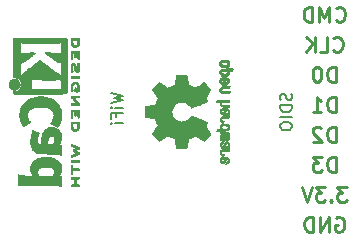
<source format=gbr>
G04 #@! TF.GenerationSoftware,KiCad,Pcbnew,(5.1.6)-1*
G04 #@! TF.CreationDate,2020-06-28T11:06:12-07:00*
G04 #@! TF.ProjectId,OGA_wifi,4f47415f-7769-4666-992e-6b696361645f,rev?*
G04 #@! TF.SameCoordinates,Original*
G04 #@! TF.FileFunction,Legend,Bot*
G04 #@! TF.FilePolarity,Positive*
%FSLAX46Y46*%
G04 Gerber Fmt 4.6, Leading zero omitted, Abs format (unit mm)*
G04 Created by KiCad (PCBNEW (5.1.6)-1) date 2020-06-28 11:06:12*
%MOMM*%
%LPD*%
G01*
G04 APERTURE LIST*
%ADD10C,0.150000*%
%ADD11C,0.254000*%
%ADD12C,0.010000*%
G04 APERTURE END LIST*
D10*
X140069201Y-115861340D02*
X140116820Y-116004198D01*
X140116820Y-116242293D01*
X140069201Y-116337531D01*
X140021582Y-116385150D01*
X139926344Y-116432769D01*
X139831106Y-116432769D01*
X139735868Y-116385150D01*
X139688249Y-116337531D01*
X139640630Y-116242293D01*
X139593011Y-116051817D01*
X139545392Y-115956579D01*
X139497773Y-115908960D01*
X139402535Y-115861340D01*
X139307297Y-115861340D01*
X139212059Y-115908960D01*
X139164440Y-115956579D01*
X139116820Y-116051817D01*
X139116820Y-116289912D01*
X139164440Y-116432769D01*
X140116820Y-116861340D02*
X139116820Y-116861340D01*
X139116820Y-117099436D01*
X139164440Y-117242293D01*
X139259678Y-117337531D01*
X139354916Y-117385150D01*
X139545392Y-117432769D01*
X139688249Y-117432769D01*
X139878725Y-117385150D01*
X139973963Y-117337531D01*
X140069201Y-117242293D01*
X140116820Y-117099436D01*
X140116820Y-116861340D01*
X140116820Y-117861340D02*
X139116820Y-117861340D01*
X139116820Y-118528007D02*
X139116820Y-118718483D01*
X139164440Y-118813721D01*
X139259678Y-118908960D01*
X139450154Y-118956579D01*
X139783487Y-118956579D01*
X139973963Y-118908960D01*
X140069201Y-118813721D01*
X140116820Y-118718483D01*
X140116820Y-118528007D01*
X140069201Y-118432769D01*
X139973963Y-118337531D01*
X139783487Y-118289912D01*
X139450154Y-118289912D01*
X139259678Y-118337531D01*
X139164440Y-118432769D01*
X139116820Y-118528007D01*
X124768360Y-115806386D02*
X125768360Y-116044481D01*
X125054075Y-116234958D01*
X125768360Y-116425434D01*
X124768360Y-116663529D01*
X125768360Y-117044481D02*
X125101694Y-117044481D01*
X124768360Y-117044481D02*
X124815980Y-116996862D01*
X124863599Y-117044481D01*
X124815980Y-117092100D01*
X124768360Y-117044481D01*
X124863599Y-117044481D01*
X125244551Y-117854005D02*
X125244551Y-117520672D01*
X125768360Y-117520672D02*
X124768360Y-117520672D01*
X124768360Y-117996862D01*
X125768360Y-118377815D02*
X125101694Y-118377815D01*
X124768360Y-118377815D02*
X124815980Y-118330196D01*
X124863599Y-118377815D01*
X124815980Y-118425434D01*
X124768360Y-118377815D01*
X124863599Y-118377815D01*
D11*
X143829919Y-126352300D02*
X143950871Y-126291823D01*
X144132300Y-126291823D01*
X144313728Y-126352300D01*
X144434680Y-126473252D01*
X144495157Y-126594204D01*
X144555633Y-126836109D01*
X144555633Y-127017538D01*
X144495157Y-127259442D01*
X144434680Y-127380395D01*
X144313728Y-127501347D01*
X144132300Y-127561823D01*
X144011347Y-127561823D01*
X143829919Y-127501347D01*
X143769442Y-127440871D01*
X143769442Y-127017538D01*
X144011347Y-127017538D01*
X143225157Y-127561823D02*
X143225157Y-126291823D01*
X142499442Y-127561823D01*
X142499442Y-126291823D01*
X141894680Y-127561823D02*
X141894680Y-126291823D01*
X141592300Y-126291823D01*
X141410871Y-126352300D01*
X141289919Y-126473252D01*
X141229442Y-126594204D01*
X141168966Y-126836109D01*
X141168966Y-127017538D01*
X141229442Y-127259442D01*
X141289919Y-127380395D01*
X141410871Y-127501347D01*
X141592300Y-127561823D01*
X141894680Y-127561823D01*
X144737061Y-123751823D02*
X143950871Y-123751823D01*
X144374204Y-124235633D01*
X144192776Y-124235633D01*
X144071823Y-124296109D01*
X144011347Y-124356585D01*
X143950871Y-124477538D01*
X143950871Y-124779919D01*
X144011347Y-124900871D01*
X144071823Y-124961347D01*
X144192776Y-125021823D01*
X144555633Y-125021823D01*
X144676585Y-124961347D01*
X144737061Y-124900871D01*
X143406585Y-124900871D02*
X143346109Y-124961347D01*
X143406585Y-125021823D01*
X143467061Y-124961347D01*
X143406585Y-124900871D01*
X143406585Y-125021823D01*
X142922776Y-123751823D02*
X142136585Y-123751823D01*
X142559919Y-124235633D01*
X142378490Y-124235633D01*
X142257538Y-124296109D01*
X142197061Y-124356585D01*
X142136585Y-124477538D01*
X142136585Y-124779919D01*
X142197061Y-124900871D01*
X142257538Y-124961347D01*
X142378490Y-125021823D01*
X142741347Y-125021823D01*
X142862300Y-124961347D01*
X142922776Y-124900871D01*
X141773728Y-123751823D02*
X141350395Y-125021823D01*
X140927061Y-123751823D01*
X143799680Y-122481823D02*
X143799680Y-121211823D01*
X143497300Y-121211823D01*
X143315871Y-121272300D01*
X143194919Y-121393252D01*
X143134442Y-121514204D01*
X143073966Y-121756109D01*
X143073966Y-121937538D01*
X143134442Y-122179442D01*
X143194919Y-122300395D01*
X143315871Y-122421347D01*
X143497300Y-122481823D01*
X143799680Y-122481823D01*
X142650633Y-121211823D02*
X141864442Y-121211823D01*
X142287776Y-121695633D01*
X142106347Y-121695633D01*
X141985395Y-121756109D01*
X141924919Y-121816585D01*
X141864442Y-121937538D01*
X141864442Y-122239919D01*
X141924919Y-122360871D01*
X141985395Y-122421347D01*
X142106347Y-122481823D01*
X142469204Y-122481823D01*
X142590157Y-122421347D01*
X142650633Y-122360871D01*
X143799680Y-119941823D02*
X143799680Y-118671823D01*
X143497300Y-118671823D01*
X143315871Y-118732300D01*
X143194919Y-118853252D01*
X143134442Y-118974204D01*
X143073966Y-119216109D01*
X143073966Y-119397538D01*
X143134442Y-119639442D01*
X143194919Y-119760395D01*
X143315871Y-119881347D01*
X143497300Y-119941823D01*
X143799680Y-119941823D01*
X142590157Y-118792776D02*
X142529680Y-118732300D01*
X142408728Y-118671823D01*
X142106347Y-118671823D01*
X141985395Y-118732300D01*
X141924919Y-118792776D01*
X141864442Y-118913728D01*
X141864442Y-119034680D01*
X141924919Y-119216109D01*
X142650633Y-119941823D01*
X141864442Y-119941823D01*
X143799680Y-117401823D02*
X143799680Y-116131823D01*
X143497300Y-116131823D01*
X143315871Y-116192300D01*
X143194919Y-116313252D01*
X143134442Y-116434204D01*
X143073966Y-116676109D01*
X143073966Y-116857538D01*
X143134442Y-117099442D01*
X143194919Y-117220395D01*
X143315871Y-117341347D01*
X143497300Y-117401823D01*
X143799680Y-117401823D01*
X141864442Y-117401823D02*
X142590157Y-117401823D01*
X142227300Y-117401823D02*
X142227300Y-116131823D01*
X142348252Y-116313252D01*
X142469204Y-116434204D01*
X142590157Y-116494680D01*
X143799680Y-114861823D02*
X143799680Y-113591823D01*
X143497300Y-113591823D01*
X143315871Y-113652300D01*
X143194919Y-113773252D01*
X143134442Y-113894204D01*
X143073966Y-114136109D01*
X143073966Y-114317538D01*
X143134442Y-114559442D01*
X143194919Y-114680395D01*
X143315871Y-114801347D01*
X143497300Y-114861823D01*
X143799680Y-114861823D01*
X142287776Y-113591823D02*
X142166823Y-113591823D01*
X142045871Y-113652300D01*
X141985395Y-113712776D01*
X141924919Y-113833728D01*
X141864442Y-114075633D01*
X141864442Y-114378014D01*
X141924919Y-114619919D01*
X141985395Y-114740871D01*
X142045871Y-114801347D01*
X142166823Y-114861823D01*
X142287776Y-114861823D01*
X142408728Y-114801347D01*
X142469204Y-114740871D01*
X142529680Y-114619919D01*
X142590157Y-114378014D01*
X142590157Y-114075633D01*
X142529680Y-113833728D01*
X142469204Y-113712776D01*
X142408728Y-113652300D01*
X142287776Y-113591823D01*
X143618252Y-112200871D02*
X143678728Y-112261347D01*
X143860157Y-112321823D01*
X143981109Y-112321823D01*
X144162538Y-112261347D01*
X144283490Y-112140395D01*
X144343966Y-112019442D01*
X144404442Y-111777538D01*
X144404442Y-111596109D01*
X144343966Y-111354204D01*
X144283490Y-111233252D01*
X144162538Y-111112300D01*
X143981109Y-111051823D01*
X143860157Y-111051823D01*
X143678728Y-111112300D01*
X143618252Y-111172776D01*
X142469204Y-112321823D02*
X143073966Y-112321823D01*
X143073966Y-111051823D01*
X142045871Y-112321823D02*
X142045871Y-111051823D01*
X141320157Y-112321823D02*
X141864442Y-111596109D01*
X141320157Y-111051823D02*
X142045871Y-111777538D01*
X143829919Y-109660871D02*
X143890395Y-109721347D01*
X144071823Y-109781823D01*
X144192776Y-109781823D01*
X144374204Y-109721347D01*
X144495157Y-109600395D01*
X144555633Y-109479442D01*
X144616109Y-109237538D01*
X144616109Y-109056109D01*
X144555633Y-108814204D01*
X144495157Y-108693252D01*
X144374204Y-108572300D01*
X144192776Y-108511823D01*
X144071823Y-108511823D01*
X143890395Y-108572300D01*
X143829919Y-108632776D01*
X143285633Y-109781823D02*
X143285633Y-108511823D01*
X142862300Y-109418966D01*
X142438966Y-108511823D01*
X142438966Y-109781823D01*
X141834204Y-109781823D02*
X141834204Y-108511823D01*
X141531823Y-108511823D01*
X141350395Y-108572300D01*
X141229442Y-108693252D01*
X141168966Y-108814204D01*
X141108490Y-109056109D01*
X141108490Y-109237538D01*
X141168966Y-109479442D01*
X141229442Y-109600395D01*
X141350395Y-109721347D01*
X141531823Y-109781823D01*
X141834204Y-109781823D01*
D12*
G36*
X133958385Y-114154986D02*
G01*
X133995607Y-114229639D01*
X134064141Y-114295531D01*
X134089528Y-114313677D01*
X134122746Y-114333445D01*
X134158825Y-114346272D01*
X134206978Y-114353610D01*
X134276416Y-114356913D01*
X134368086Y-114357638D01*
X134493710Y-114354363D01*
X134588034Y-114342977D01*
X134658403Y-114321141D01*
X134712166Y-114286519D01*
X134756668Y-114236770D01*
X134759303Y-114233114D01*
X134786257Y-114184085D01*
X134799592Y-114125045D01*
X134802880Y-114049959D01*
X134802880Y-113927895D01*
X134921377Y-113927844D01*
X134987372Y-113926708D01*
X135026082Y-113919786D01*
X135049299Y-113901698D01*
X135068813Y-113867062D01*
X135072800Y-113858745D01*
X135091483Y-113819820D01*
X135103283Y-113789683D01*
X135104302Y-113767274D01*
X135090641Y-113751533D01*
X135058402Y-113741402D01*
X135003684Y-113735823D01*
X134922591Y-113733735D01*
X134811224Y-113734081D01*
X134665682Y-113735800D01*
X134622149Y-113736337D01*
X134472085Y-113738272D01*
X134373922Y-113740004D01*
X134373922Y-113927792D01*
X134457244Y-113928848D01*
X134511760Y-113933538D01*
X134547717Y-113944151D01*
X134575362Y-113962972D01*
X134588845Y-113975750D01*
X134628297Y-114027990D01*
X134631508Y-114074242D01*
X134598929Y-114121967D01*
X134597726Y-114123177D01*
X134572548Y-114142594D01*
X134538327Y-114154407D01*
X134485628Y-114160365D01*
X134405011Y-114162220D01*
X134387151Y-114162254D01*
X134276055Y-114157770D01*
X134199041Y-114143174D01*
X134152027Y-114116750D01*
X134130930Y-114076783D01*
X134128803Y-114053684D01*
X134138780Y-113998862D01*
X134171632Y-113961258D01*
X134231737Y-113938623D01*
X134323478Y-113928706D01*
X134373922Y-113927792D01*
X134373922Y-113740004D01*
X134355940Y-113740322D01*
X134268559Y-113742973D01*
X134204785Y-113746706D01*
X134159462Y-113752007D01*
X134127435Y-113759358D01*
X134103548Y-113769243D01*
X134082644Y-113782146D01*
X134074778Y-113787679D01*
X134000475Y-113861069D01*
X133958347Y-113953860D01*
X133946602Y-114061196D01*
X133958385Y-114154986D01*
G37*
X133958385Y-114154986D02*
X133995607Y-114229639D01*
X134064141Y-114295531D01*
X134089528Y-114313677D01*
X134122746Y-114333445D01*
X134158825Y-114346272D01*
X134206978Y-114353610D01*
X134276416Y-114356913D01*
X134368086Y-114357638D01*
X134493710Y-114354363D01*
X134588034Y-114342977D01*
X134658403Y-114321141D01*
X134712166Y-114286519D01*
X134756668Y-114236770D01*
X134759303Y-114233114D01*
X134786257Y-114184085D01*
X134799592Y-114125045D01*
X134802880Y-114049959D01*
X134802880Y-113927895D01*
X134921377Y-113927844D01*
X134987372Y-113926708D01*
X135026082Y-113919786D01*
X135049299Y-113901698D01*
X135068813Y-113867062D01*
X135072800Y-113858745D01*
X135091483Y-113819820D01*
X135103283Y-113789683D01*
X135104302Y-113767274D01*
X135090641Y-113751533D01*
X135058402Y-113741402D01*
X135003684Y-113735823D01*
X134922591Y-113733735D01*
X134811224Y-113734081D01*
X134665682Y-113735800D01*
X134622149Y-113736337D01*
X134472085Y-113738272D01*
X134373922Y-113740004D01*
X134373922Y-113927792D01*
X134457244Y-113928848D01*
X134511760Y-113933538D01*
X134547717Y-113944151D01*
X134575362Y-113962972D01*
X134588845Y-113975750D01*
X134628297Y-114027990D01*
X134631508Y-114074242D01*
X134598929Y-114121967D01*
X134597726Y-114123177D01*
X134572548Y-114142594D01*
X134538327Y-114154407D01*
X134485628Y-114160365D01*
X134405011Y-114162220D01*
X134387151Y-114162254D01*
X134276055Y-114157770D01*
X134199041Y-114143174D01*
X134152027Y-114116750D01*
X134130930Y-114076783D01*
X134128803Y-114053684D01*
X134138780Y-113998862D01*
X134171632Y-113961258D01*
X134231737Y-113938623D01*
X134323478Y-113928706D01*
X134373922Y-113927792D01*
X134373922Y-113740004D01*
X134355940Y-113740322D01*
X134268559Y-113742973D01*
X134204785Y-113746706D01*
X134159462Y-113752007D01*
X134127435Y-113759358D01*
X134103548Y-113769243D01*
X134082644Y-113782146D01*
X134074778Y-113787679D01*
X134000475Y-113861069D01*
X133958347Y-113953860D01*
X133946602Y-114061196D01*
X133958385Y-114154986D01*
G36*
X133968969Y-115657764D02*
G01*
X134005238Y-115720467D01*
X134041238Y-115764061D01*
X134078955Y-115795945D01*
X134125079Y-115817910D01*
X134186301Y-115831749D01*
X134269311Y-115839253D01*
X134380799Y-115842217D01*
X134460942Y-115842561D01*
X134755945Y-115842561D01*
X134830395Y-115676485D01*
X134507282Y-115666715D01*
X134386609Y-115662679D01*
X134299021Y-115658444D01*
X134238530Y-115653197D01*
X134199148Y-115646125D01*
X134174887Y-115636411D01*
X134159760Y-115623244D01*
X134156486Y-115619019D01*
X134130914Y-115555009D01*
X134141033Y-115490308D01*
X134167880Y-115451792D01*
X134186904Y-115436125D01*
X134211868Y-115425280D01*
X134249714Y-115418388D01*
X134307382Y-115414579D01*
X134391815Y-115412983D01*
X134479808Y-115412715D01*
X134590203Y-115412663D01*
X134668343Y-115410772D01*
X134721045Y-115404445D01*
X134755122Y-115391083D01*
X134777391Y-115368085D01*
X134794667Y-115332854D01*
X134812618Y-115285797D01*
X134832158Y-115234403D01*
X134485365Y-115240521D01*
X134360348Y-115242984D01*
X134267962Y-115245867D01*
X134201761Y-115249998D01*
X134155300Y-115256207D01*
X134122136Y-115265326D01*
X134095824Y-115278183D01*
X134072609Y-115293684D01*
X133998449Y-115368471D01*
X133955564Y-115459728D01*
X133945292Y-115558983D01*
X133968969Y-115657764D01*
G37*
X133968969Y-115657764D02*
X134005238Y-115720467D01*
X134041238Y-115764061D01*
X134078955Y-115795945D01*
X134125079Y-115817910D01*
X134186301Y-115831749D01*
X134269311Y-115839253D01*
X134380799Y-115842217D01*
X134460942Y-115842561D01*
X134755945Y-115842561D01*
X134830395Y-115676485D01*
X134507282Y-115666715D01*
X134386609Y-115662679D01*
X134299021Y-115658444D01*
X134238530Y-115653197D01*
X134199148Y-115646125D01*
X134174887Y-115636411D01*
X134159760Y-115623244D01*
X134156486Y-115619019D01*
X134130914Y-115555009D01*
X134141033Y-115490308D01*
X134167880Y-115451792D01*
X134186904Y-115436125D01*
X134211868Y-115425280D01*
X134249714Y-115418388D01*
X134307382Y-115414579D01*
X134391815Y-115412983D01*
X134479808Y-115412715D01*
X134590203Y-115412663D01*
X134668343Y-115410772D01*
X134721045Y-115404445D01*
X134755122Y-115391083D01*
X134777391Y-115368085D01*
X134794667Y-115332854D01*
X134812618Y-115285797D01*
X134832158Y-115234403D01*
X134485365Y-115240521D01*
X134360348Y-115242984D01*
X134267962Y-115245867D01*
X134201761Y-115249998D01*
X134155300Y-115256207D01*
X134122136Y-115265326D01*
X134095824Y-115278183D01*
X134072609Y-115293684D01*
X133998449Y-115368471D01*
X133955564Y-115459728D01*
X133945292Y-115558983D01*
X133968969Y-115657764D01*
G36*
X133961136Y-113402986D02*
G01*
X134009289Y-113494564D01*
X134086785Y-113562149D01*
X134136607Y-113586157D01*
X134211413Y-113604838D01*
X134305932Y-113614401D01*
X134409090Y-113615308D01*
X134509815Y-113608021D01*
X134597033Y-113593003D01*
X134659671Y-113570715D01*
X134670459Y-113563865D01*
X134750985Y-113482732D01*
X134799216Y-113386366D01*
X134813330Y-113281801D01*
X134791509Y-113176068D01*
X134778427Y-113146643D01*
X134738111Y-113089341D01*
X134684655Y-113039050D01*
X134677875Y-113034297D01*
X134645201Y-113014978D01*
X134610274Y-113002208D01*
X134564294Y-112994664D01*
X134498464Y-112991024D01*
X134403985Y-112989965D01*
X134382803Y-112989946D01*
X134376062Y-112989994D01*
X134376062Y-113185331D01*
X134465229Y-113186468D01*
X134524400Y-113190941D01*
X134562621Y-113200346D01*
X134588933Y-113216276D01*
X134597726Y-113224408D01*
X134631141Y-113271158D01*
X134629617Y-113316547D01*
X134600632Y-113362440D01*
X134569689Y-113389812D01*
X134524523Y-113406023D01*
X134453300Y-113415126D01*
X134444994Y-113415751D01*
X134315917Y-113417304D01*
X134220052Y-113401065D01*
X134157987Y-113367252D01*
X134130312Y-113316084D01*
X134128803Y-113297820D01*
X134136393Y-113249860D01*
X134162688Y-113217053D01*
X134212975Y-113196995D01*
X134292544Y-113187278D01*
X134376062Y-113185331D01*
X134376062Y-112989994D01*
X134282129Y-112990674D01*
X134211786Y-112993729D01*
X134163043Y-113000422D01*
X134127168Y-113012060D01*
X134095428Y-113029953D01*
X134089528Y-113033908D01*
X134009984Y-113100367D01*
X133963809Y-113172785D01*
X133945479Y-113260949D01*
X133944583Y-113290887D01*
X133961136Y-113402986D01*
G37*
X133961136Y-113402986D02*
X134009289Y-113494564D01*
X134086785Y-113562149D01*
X134136607Y-113586157D01*
X134211413Y-113604838D01*
X134305932Y-113614401D01*
X134409090Y-113615308D01*
X134509815Y-113608021D01*
X134597033Y-113593003D01*
X134659671Y-113570715D01*
X134670459Y-113563865D01*
X134750985Y-113482732D01*
X134799216Y-113386366D01*
X134813330Y-113281801D01*
X134791509Y-113176068D01*
X134778427Y-113146643D01*
X134738111Y-113089341D01*
X134684655Y-113039050D01*
X134677875Y-113034297D01*
X134645201Y-113014978D01*
X134610274Y-113002208D01*
X134564294Y-112994664D01*
X134498464Y-112991024D01*
X134403985Y-112989965D01*
X134382803Y-112989946D01*
X134376062Y-112989994D01*
X134376062Y-113185331D01*
X134465229Y-113186468D01*
X134524400Y-113190941D01*
X134562621Y-113200346D01*
X134588933Y-113216276D01*
X134597726Y-113224408D01*
X134631141Y-113271158D01*
X134629617Y-113316547D01*
X134600632Y-113362440D01*
X134569689Y-113389812D01*
X134524523Y-113406023D01*
X134453300Y-113415126D01*
X134444994Y-113415751D01*
X134315917Y-113417304D01*
X134220052Y-113401065D01*
X134157987Y-113367252D01*
X134130312Y-113316084D01*
X134128803Y-113297820D01*
X134136393Y-113249860D01*
X134162688Y-113217053D01*
X134212975Y-113196995D01*
X134292544Y-113187278D01*
X134376062Y-113185331D01*
X134376062Y-112989994D01*
X134282129Y-112990674D01*
X134211786Y-112993729D01*
X134163043Y-113000422D01*
X134127168Y-113012060D01*
X134095428Y-113029953D01*
X134089528Y-113033908D01*
X134009984Y-113100367D01*
X133963809Y-113172785D01*
X133945479Y-113260949D01*
X133944583Y-113290887D01*
X133961136Y-113402986D01*
G36*
X133973625Y-114920354D02*
G01*
X134025447Y-114997386D01*
X134100292Y-115056916D01*
X134195534Y-115092478D01*
X134265636Y-115099671D01*
X134294889Y-115098854D01*
X134317287Y-115092014D01*
X134337354Y-115073212D01*
X134359613Y-115036508D01*
X134388589Y-114975962D01*
X134428807Y-114885634D01*
X134429009Y-114885177D01*
X134467090Y-114802033D01*
X134500905Y-114733853D01*
X134526813Y-114687605D01*
X134541175Y-114670258D01*
X134541291Y-114670254D01*
X134572565Y-114685543D01*
X134607037Y-114721296D01*
X134631870Y-114762342D01*
X134636803Y-114783137D01*
X134619742Y-114839870D01*
X134577013Y-114888727D01*
X134530035Y-114912565D01*
X134495402Y-114935497D01*
X134455961Y-114980418D01*
X134421889Y-115033223D01*
X134403360Y-115079810D01*
X134402342Y-115089552D01*
X134419095Y-115100518D01*
X134461919Y-115101179D01*
X134519661Y-115093120D01*
X134581169Y-115077927D01*
X134635289Y-115057186D01*
X134637390Y-115056138D01*
X134724540Y-114993721D01*
X134783819Y-114912826D01*
X134812914Y-114820956D01*
X134809514Y-114725613D01*
X134771308Y-114634298D01*
X134768621Y-114630238D01*
X134703522Y-114558406D01*
X134618585Y-114511173D01*
X134506901Y-114485034D01*
X134475523Y-114481526D01*
X134327416Y-114475313D01*
X134258348Y-114482761D01*
X134258348Y-114670254D01*
X134301432Y-114672690D01*
X134314006Y-114686014D01*
X134304599Y-114719232D01*
X134282363Y-114771594D01*
X134254490Y-114830124D01*
X134253752Y-114831579D01*
X134227657Y-114881189D01*
X134210243Y-114901100D01*
X134191987Y-114896190D01*
X134168000Y-114875516D01*
X134133286Y-114822919D01*
X134130736Y-114766277D01*
X134155999Y-114715469D01*
X134204727Y-114680376D01*
X134258348Y-114670254D01*
X134258348Y-114482761D01*
X134208916Y-114488092D01*
X134114935Y-114520878D01*
X134049095Y-114566521D01*
X133982561Y-114648902D01*
X133949556Y-114739646D01*
X133947453Y-114832285D01*
X133973625Y-114920354D01*
G37*
X133973625Y-114920354D02*
X134025447Y-114997386D01*
X134100292Y-115056916D01*
X134195534Y-115092478D01*
X134265636Y-115099671D01*
X134294889Y-115098854D01*
X134317287Y-115092014D01*
X134337354Y-115073212D01*
X134359613Y-115036508D01*
X134388589Y-114975962D01*
X134428807Y-114885634D01*
X134429009Y-114885177D01*
X134467090Y-114802033D01*
X134500905Y-114733853D01*
X134526813Y-114687605D01*
X134541175Y-114670258D01*
X134541291Y-114670254D01*
X134572565Y-114685543D01*
X134607037Y-114721296D01*
X134631870Y-114762342D01*
X134636803Y-114783137D01*
X134619742Y-114839870D01*
X134577013Y-114888727D01*
X134530035Y-114912565D01*
X134495402Y-114935497D01*
X134455961Y-114980418D01*
X134421889Y-115033223D01*
X134403360Y-115079810D01*
X134402342Y-115089552D01*
X134419095Y-115100518D01*
X134461919Y-115101179D01*
X134519661Y-115093120D01*
X134581169Y-115077927D01*
X134635289Y-115057186D01*
X134637390Y-115056138D01*
X134724540Y-114993721D01*
X134783819Y-114912826D01*
X134812914Y-114820956D01*
X134809514Y-114725613D01*
X134771308Y-114634298D01*
X134768621Y-114630238D01*
X134703522Y-114558406D01*
X134618585Y-114511173D01*
X134506901Y-114485034D01*
X134475523Y-114481526D01*
X134327416Y-114475313D01*
X134258348Y-114482761D01*
X134258348Y-114670254D01*
X134301432Y-114672690D01*
X134314006Y-114686014D01*
X134304599Y-114719232D01*
X134282363Y-114771594D01*
X134254490Y-114830124D01*
X134253752Y-114831579D01*
X134227657Y-114881189D01*
X134210243Y-114901100D01*
X134191987Y-114896190D01*
X134168000Y-114875516D01*
X134133286Y-114822919D01*
X134130736Y-114766277D01*
X134155999Y-114715469D01*
X134204727Y-114680376D01*
X134258348Y-114670254D01*
X134258348Y-114482761D01*
X134208916Y-114488092D01*
X134114935Y-114520878D01*
X134049095Y-114566521D01*
X133982561Y-114648902D01*
X133949556Y-114739646D01*
X133947453Y-114832285D01*
X133973625Y-114920354D01*
G36*
X133866000Y-116545946D02*
G01*
X133945860Y-116551672D01*
X133992919Y-116558249D01*
X134013446Y-116567362D01*
X134013709Y-116580698D01*
X134011258Y-116585023D01*
X133993516Y-116642544D01*
X133994552Y-116717368D01*
X134012790Y-116793439D01*
X134036385Y-116841018D01*
X134074078Y-116889802D01*
X134116735Y-116925464D01*
X134170937Y-116949945D01*
X134243264Y-116965187D01*
X134340299Y-116973130D01*
X134468622Y-116975716D01*
X134493238Y-116975762D01*
X134769750Y-116975792D01*
X134791200Y-116914261D01*
X134805792Y-116870559D01*
X134812586Y-116846582D01*
X134812649Y-116845877D01*
X134794225Y-116843515D01*
X134743406Y-116841506D01*
X134666873Y-116840001D01*
X134571310Y-116839153D01*
X134513209Y-116839023D01*
X134398651Y-116838751D01*
X134316547Y-116837352D01*
X134260273Y-116833949D01*
X134223206Y-116827667D01*
X134198724Y-116817629D01*
X134180205Y-116802961D01*
X134171286Y-116793802D01*
X134135346Y-116730889D01*
X134132655Y-116662236D01*
X134163050Y-116599948D01*
X134174024Y-116588429D01*
X134194659Y-116571533D01*
X134219136Y-116559814D01*
X134254527Y-116552333D01*
X134307906Y-116548154D01*
X134386346Y-116546337D01*
X134494497Y-116545946D01*
X134769750Y-116545946D01*
X134791200Y-116484415D01*
X134805792Y-116440713D01*
X134812586Y-116416736D01*
X134812649Y-116416030D01*
X134793949Y-116414226D01*
X134741202Y-116412600D01*
X134659437Y-116411217D01*
X134553685Y-116410142D01*
X134428974Y-116409440D01*
X134290335Y-116409177D01*
X133755686Y-116409177D01*
X133702116Y-116536177D01*
X133866000Y-116545946D01*
G37*
X133866000Y-116545946D02*
X133945860Y-116551672D01*
X133992919Y-116558249D01*
X134013446Y-116567362D01*
X134013709Y-116580698D01*
X134011258Y-116585023D01*
X133993516Y-116642544D01*
X133994552Y-116717368D01*
X134012790Y-116793439D01*
X134036385Y-116841018D01*
X134074078Y-116889802D01*
X134116735Y-116925464D01*
X134170937Y-116949945D01*
X134243264Y-116965187D01*
X134340299Y-116973130D01*
X134468622Y-116975716D01*
X134493238Y-116975762D01*
X134769750Y-116975792D01*
X134791200Y-116914261D01*
X134805792Y-116870559D01*
X134812586Y-116846582D01*
X134812649Y-116845877D01*
X134794225Y-116843515D01*
X134743406Y-116841506D01*
X134666873Y-116840001D01*
X134571310Y-116839153D01*
X134513209Y-116839023D01*
X134398651Y-116838751D01*
X134316547Y-116837352D01*
X134260273Y-116833949D01*
X134223206Y-116827667D01*
X134198724Y-116817629D01*
X134180205Y-116802961D01*
X134171286Y-116793802D01*
X134135346Y-116730889D01*
X134132655Y-116662236D01*
X134163050Y-116599948D01*
X134174024Y-116588429D01*
X134194659Y-116571533D01*
X134219136Y-116559814D01*
X134254527Y-116552333D01*
X134307906Y-116548154D01*
X134386346Y-116546337D01*
X134494497Y-116545946D01*
X134769750Y-116545946D01*
X134791200Y-116484415D01*
X134805792Y-116440713D01*
X134812586Y-116416736D01*
X134812649Y-116416030D01*
X134793949Y-116414226D01*
X134741202Y-116412600D01*
X134659437Y-116411217D01*
X134553685Y-116410142D01*
X134428974Y-116409440D01*
X134290335Y-116409177D01*
X133755686Y-116409177D01*
X133702116Y-116536177D01*
X133866000Y-116545946D01*
G36*
X134000183Y-117439601D02*
G01*
X134028613Y-117516160D01*
X134029159Y-117517036D01*
X134064007Y-117564385D01*
X134104732Y-117599341D01*
X134157805Y-117623925D01*
X134229694Y-117640162D01*
X134326872Y-117650075D01*
X134455808Y-117655686D01*
X134474178Y-117656177D01*
X134751167Y-117663241D01*
X134781908Y-117603795D01*
X134802682Y-117560781D01*
X134812526Y-117534810D01*
X134812649Y-117533609D01*
X134794486Y-117529114D01*
X134745492Y-117525544D01*
X134673911Y-117523348D01*
X134615948Y-117522869D01*
X134522050Y-117522858D01*
X134463083Y-117518566D01*
X134434959Y-117503603D01*
X134433586Y-117471582D01*
X134454878Y-117416114D01*
X134494016Y-117332369D01*
X134526523Y-117270789D01*
X134554725Y-117239117D01*
X134585462Y-117229806D01*
X134586984Y-117229792D01*
X134639934Y-117245157D01*
X134668540Y-117290647D01*
X134672683Y-117360266D01*
X134671964Y-117410413D01*
X134686407Y-117436854D01*
X134721098Y-117453343D01*
X134765296Y-117462833D01*
X134790373Y-117449157D01*
X134793962Y-117444007D01*
X134808376Y-117395525D01*
X134810417Y-117327631D01*
X134800863Y-117257712D01*
X134783402Y-117208168D01*
X134725244Y-117139670D01*
X134644288Y-117100734D01*
X134581040Y-117093023D01*
X134523991Y-117098907D01*
X134477422Y-117120201D01*
X134436061Y-117162365D01*
X134394635Y-117230859D01*
X134347873Y-117331144D01*
X134345230Y-117337254D01*
X134303497Y-117427590D01*
X134269271Y-117483335D01*
X134238515Y-117507229D01*
X134207191Y-117502013D01*
X134171263Y-117470428D01*
X134162996Y-117460983D01*
X134130938Y-117397717D01*
X134132287Y-117332164D01*
X134163718Y-117275072D01*
X134221904Y-117237193D01*
X134233326Y-117233674D01*
X134288717Y-117199400D01*
X134315398Y-117155909D01*
X134341840Y-117093023D01*
X134273428Y-117093023D01*
X134173990Y-117112152D01*
X134082782Y-117168931D01*
X134052269Y-117198478D01*
X134013108Y-117265642D01*
X133995380Y-117351056D01*
X134000183Y-117439601D01*
G37*
X134000183Y-117439601D02*
X134028613Y-117516160D01*
X134029159Y-117517036D01*
X134064007Y-117564385D01*
X134104732Y-117599341D01*
X134157805Y-117623925D01*
X134229694Y-117640162D01*
X134326872Y-117650075D01*
X134455808Y-117655686D01*
X134474178Y-117656177D01*
X134751167Y-117663241D01*
X134781908Y-117603795D01*
X134802682Y-117560781D01*
X134812526Y-117534810D01*
X134812649Y-117533609D01*
X134794486Y-117529114D01*
X134745492Y-117525544D01*
X134673911Y-117523348D01*
X134615948Y-117522869D01*
X134522050Y-117522858D01*
X134463083Y-117518566D01*
X134434959Y-117503603D01*
X134433586Y-117471582D01*
X134454878Y-117416114D01*
X134494016Y-117332369D01*
X134526523Y-117270789D01*
X134554725Y-117239117D01*
X134585462Y-117229806D01*
X134586984Y-117229792D01*
X134639934Y-117245157D01*
X134668540Y-117290647D01*
X134672683Y-117360266D01*
X134671964Y-117410413D01*
X134686407Y-117436854D01*
X134721098Y-117453343D01*
X134765296Y-117462833D01*
X134790373Y-117449157D01*
X134793962Y-117444007D01*
X134808376Y-117395525D01*
X134810417Y-117327631D01*
X134800863Y-117257712D01*
X134783402Y-117208168D01*
X134725244Y-117139670D01*
X134644288Y-117100734D01*
X134581040Y-117093023D01*
X134523991Y-117098907D01*
X134477422Y-117120201D01*
X134436061Y-117162365D01*
X134394635Y-117230859D01*
X134347873Y-117331144D01*
X134345230Y-117337254D01*
X134303497Y-117427590D01*
X134269271Y-117483335D01*
X134238515Y-117507229D01*
X134207191Y-117502013D01*
X134171263Y-117470428D01*
X134162996Y-117460983D01*
X134130938Y-117397717D01*
X134132287Y-117332164D01*
X134163718Y-117275072D01*
X134221904Y-117237193D01*
X134233326Y-117233674D01*
X134288717Y-117199400D01*
X134315398Y-117155909D01*
X134341840Y-117093023D01*
X134273428Y-117093023D01*
X134173990Y-117112152D01*
X134082782Y-117168931D01*
X134052269Y-117198478D01*
X134013108Y-117265642D01*
X133995380Y-117351056D01*
X134000183Y-117439601D01*
G36*
X133998550Y-118099462D02*
G01*
X134031301Y-118188217D01*
X134089230Y-118260122D01*
X134130008Y-118288244D01*
X134204834Y-118318902D01*
X134258938Y-118318265D01*
X134295326Y-118286087D01*
X134301513Y-118274181D01*
X134320805Y-118222775D01*
X134315862Y-118196522D01*
X134283467Y-118187630D01*
X134265572Y-118187177D01*
X134199739Y-118170897D01*
X134153687Y-118128465D01*
X134131444Y-118069488D01*
X134137041Y-118003575D01*
X134166109Y-117949995D01*
X134182690Y-117931898D01*
X134202805Y-117919071D01*
X134233212Y-117910406D01*
X134280668Y-117904796D01*
X134351930Y-117901135D01*
X134453755Y-117898315D01*
X134485995Y-117897584D01*
X134596290Y-117894920D01*
X134673916Y-117891892D01*
X134725276Y-117887350D01*
X134756770Y-117880146D01*
X134774800Y-117869133D01*
X134785768Y-117853160D01*
X134790613Y-117842934D01*
X134807181Y-117799506D01*
X134812649Y-117773942D01*
X134794387Y-117765495D01*
X134739176Y-117760339D01*
X134646379Y-117758446D01*
X134515358Y-117759789D01*
X134495149Y-117760207D01*
X134375613Y-117763158D01*
X134288329Y-117766648D01*
X134226471Y-117771614D01*
X134183216Y-117778993D01*
X134151740Y-117789724D01*
X134125219Y-117804745D01*
X134113855Y-117812602D01*
X134063572Y-117857653D01*
X134024461Y-117908040D01*
X134021047Y-117914208D01*
X133994092Y-118004558D01*
X133998550Y-118099462D01*
G37*
X133998550Y-118099462D02*
X134031301Y-118188217D01*
X134089230Y-118260122D01*
X134130008Y-118288244D01*
X134204834Y-118318902D01*
X134258938Y-118318265D01*
X134295326Y-118286087D01*
X134301513Y-118274181D01*
X134320805Y-118222775D01*
X134315862Y-118196522D01*
X134283467Y-118187630D01*
X134265572Y-118187177D01*
X134199739Y-118170897D01*
X134153687Y-118128465D01*
X134131444Y-118069488D01*
X134137041Y-118003575D01*
X134166109Y-117949995D01*
X134182690Y-117931898D01*
X134202805Y-117919071D01*
X134233212Y-117910406D01*
X134280668Y-117904796D01*
X134351930Y-117901135D01*
X134453755Y-117898315D01*
X134485995Y-117897584D01*
X134596290Y-117894920D01*
X134673916Y-117891892D01*
X134725276Y-117887350D01*
X134756770Y-117880146D01*
X134774800Y-117869133D01*
X134785768Y-117853160D01*
X134790613Y-117842934D01*
X134807181Y-117799506D01*
X134812649Y-117773942D01*
X134794387Y-117765495D01*
X134739176Y-117760339D01*
X134646379Y-117758446D01*
X134515358Y-117759789D01*
X134495149Y-117760207D01*
X134375613Y-117763158D01*
X134288329Y-117766648D01*
X134226471Y-117771614D01*
X134183216Y-117778993D01*
X134151740Y-117789724D01*
X134125219Y-117804745D01*
X134113855Y-117812602D01*
X134063572Y-117857653D01*
X134024461Y-117908040D01*
X134021047Y-117914208D01*
X133994092Y-118004558D01*
X133998550Y-118099462D01*
G36*
X134154169Y-118988181D02*
G01*
X134300200Y-118987933D01*
X134412535Y-118986972D01*
X134496558Y-118984894D01*
X134557649Y-118981293D01*
X134601189Y-118975765D01*
X134632559Y-118967904D01*
X134657142Y-118957307D01*
X134671174Y-118949282D01*
X134747268Y-118882828D01*
X134794964Y-118798570D01*
X134812079Y-118705349D01*
X134796426Y-118612000D01*
X134768298Y-118556412D01*
X134719640Y-118498057D01*
X134660213Y-118458286D01*
X134582387Y-118434290D01*
X134478532Y-118423261D01*
X134402342Y-118421699D01*
X134396866Y-118421909D01*
X134396866Y-118558408D01*
X134484235Y-118559241D01*
X134542072Y-118563061D01*
X134579909Y-118571846D01*
X134607278Y-118587574D01*
X134627922Y-118606366D01*
X134667770Y-118669475D01*
X134671175Y-118737237D01*
X134637905Y-118801279D01*
X134633397Y-118806264D01*
X134609947Y-118827539D01*
X134582046Y-118840879D01*
X134540521Y-118848101D01*
X134476196Y-118851023D01*
X134405080Y-118851485D01*
X134315738Y-118850483D01*
X134256138Y-118846338D01*
X134216969Y-118837336D01*
X134188920Y-118821767D01*
X134174024Y-118809002D01*
X134136455Y-118749700D01*
X134131937Y-118681401D01*
X134160633Y-118616210D01*
X134171286Y-118603628D01*
X134194943Y-118582211D01*
X134223131Y-118568844D01*
X134265125Y-118561666D01*
X134330199Y-118558819D01*
X134396866Y-118558408D01*
X134396866Y-118421909D01*
X134279645Y-118426422D01*
X134187457Y-118442462D01*
X134118149Y-118472628D01*
X134064091Y-118519729D01*
X134036385Y-118556412D01*
X134006452Y-118623090D01*
X133992558Y-118700372D01*
X133996277Y-118772210D01*
X134011280Y-118812408D01*
X134015550Y-118828182D01*
X133999630Y-118838650D01*
X133956969Y-118845956D01*
X133891986Y-118851485D01*
X133819612Y-118857537D01*
X133776067Y-118865944D01*
X133751167Y-118881241D01*
X133734725Y-118907964D01*
X133727444Y-118924754D01*
X133700843Y-118988254D01*
X134154169Y-118988181D01*
G37*
X134154169Y-118988181D02*
X134300200Y-118987933D01*
X134412535Y-118986972D01*
X134496558Y-118984894D01*
X134557649Y-118981293D01*
X134601189Y-118975765D01*
X134632559Y-118967904D01*
X134657142Y-118957307D01*
X134671174Y-118949282D01*
X134747268Y-118882828D01*
X134794964Y-118798570D01*
X134812079Y-118705349D01*
X134796426Y-118612000D01*
X134768298Y-118556412D01*
X134719640Y-118498057D01*
X134660213Y-118458286D01*
X134582387Y-118434290D01*
X134478532Y-118423261D01*
X134402342Y-118421699D01*
X134396866Y-118421909D01*
X134396866Y-118558408D01*
X134484235Y-118559241D01*
X134542072Y-118563061D01*
X134579909Y-118571846D01*
X134607278Y-118587574D01*
X134627922Y-118606366D01*
X134667770Y-118669475D01*
X134671175Y-118737237D01*
X134637905Y-118801279D01*
X134633397Y-118806264D01*
X134609947Y-118827539D01*
X134582046Y-118840879D01*
X134540521Y-118848101D01*
X134476196Y-118851023D01*
X134405080Y-118851485D01*
X134315738Y-118850483D01*
X134256138Y-118846338D01*
X134216969Y-118837336D01*
X134188920Y-118821767D01*
X134174024Y-118809002D01*
X134136455Y-118749700D01*
X134131937Y-118681401D01*
X134160633Y-118616210D01*
X134171286Y-118603628D01*
X134194943Y-118582211D01*
X134223131Y-118568844D01*
X134265125Y-118561666D01*
X134330199Y-118558819D01*
X134396866Y-118558408D01*
X134396866Y-118421909D01*
X134279645Y-118426422D01*
X134187457Y-118442462D01*
X134118149Y-118472628D01*
X134064091Y-118519729D01*
X134036385Y-118556412D01*
X134006452Y-118623090D01*
X133992558Y-118700372D01*
X133996277Y-118772210D01*
X134011280Y-118812408D01*
X134015550Y-118828182D01*
X133999630Y-118838650D01*
X133956969Y-118845956D01*
X133891986Y-118851485D01*
X133819612Y-118857537D01*
X133776067Y-118865944D01*
X133751167Y-118881241D01*
X133734725Y-118907964D01*
X133727444Y-118924754D01*
X133700843Y-118988254D01*
X134154169Y-118988181D01*
G36*
X134010542Y-119782029D02*
G01*
X134061948Y-119785011D01*
X134140072Y-119787347D01*
X134238737Y-119788849D01*
X134342223Y-119789331D01*
X134692413Y-119789331D01*
X134754243Y-119727501D01*
X134792342Y-119684893D01*
X134807775Y-119647490D01*
X134806798Y-119596370D01*
X134804313Y-119576078D01*
X134797080Y-119512654D01*
X134792935Y-119460195D01*
X134792552Y-119447408D01*
X134795056Y-119404299D01*
X134801342Y-119342644D01*
X134804313Y-119318738D01*
X134808908Y-119260022D01*
X134798926Y-119220564D01*
X134768108Y-119181438D01*
X134754243Y-119167315D01*
X134692413Y-119105485D01*
X134037383Y-119105485D01*
X134014709Y-119155250D01*
X133997914Y-119198102D01*
X133992034Y-119223173D01*
X134010616Y-119229601D01*
X134062535Y-119235609D01*
X134142052Y-119240797D01*
X134243426Y-119244764D01*
X134329072Y-119246677D01*
X134666111Y-119252023D01*
X134672705Y-119298660D01*
X134668094Y-119341076D01*
X134653167Y-119361860D01*
X134625257Y-119367670D01*
X134565805Y-119372630D01*
X134482346Y-119376346D01*
X134382412Y-119378424D01*
X134330984Y-119378724D01*
X134034934Y-119379023D01*
X134013484Y-119440554D01*
X133998900Y-119484104D01*
X133992099Y-119507794D01*
X133992034Y-119508477D01*
X134010522Y-119510854D01*
X134061786Y-119513466D01*
X134139529Y-119516095D01*
X134237454Y-119518521D01*
X134329072Y-119520215D01*
X134666111Y-119525561D01*
X134666111Y-119642792D01*
X134358626Y-119648172D01*
X134051141Y-119653551D01*
X134021587Y-119710701D01*
X134001293Y-119752897D01*
X133992084Y-119777870D01*
X133992034Y-119778591D01*
X134010542Y-119782029D01*
G37*
X134010542Y-119782029D02*
X134061948Y-119785011D01*
X134140072Y-119787347D01*
X134238737Y-119788849D01*
X134342223Y-119789331D01*
X134692413Y-119789331D01*
X134754243Y-119727501D01*
X134792342Y-119684893D01*
X134807775Y-119647490D01*
X134806798Y-119596370D01*
X134804313Y-119576078D01*
X134797080Y-119512654D01*
X134792935Y-119460195D01*
X134792552Y-119447408D01*
X134795056Y-119404299D01*
X134801342Y-119342644D01*
X134804313Y-119318738D01*
X134808908Y-119260022D01*
X134798926Y-119220564D01*
X134768108Y-119181438D01*
X134754243Y-119167315D01*
X134692413Y-119105485D01*
X134037383Y-119105485D01*
X134014709Y-119155250D01*
X133997914Y-119198102D01*
X133992034Y-119223173D01*
X134010616Y-119229601D01*
X134062535Y-119235609D01*
X134142052Y-119240797D01*
X134243426Y-119244764D01*
X134329072Y-119246677D01*
X134666111Y-119252023D01*
X134672705Y-119298660D01*
X134668094Y-119341076D01*
X134653167Y-119361860D01*
X134625257Y-119367670D01*
X134565805Y-119372630D01*
X134482346Y-119376346D01*
X134382412Y-119378424D01*
X134330984Y-119378724D01*
X134034934Y-119379023D01*
X134013484Y-119440554D01*
X133998900Y-119484104D01*
X133992099Y-119507794D01*
X133992034Y-119508477D01*
X134010522Y-119510854D01*
X134061786Y-119513466D01*
X134139529Y-119516095D01*
X134237454Y-119518521D01*
X134329072Y-119520215D01*
X134666111Y-119525561D01*
X134666111Y-119642792D01*
X134358626Y-119648172D01*
X134051141Y-119653551D01*
X134021587Y-119710701D01*
X134001293Y-119752897D01*
X133992084Y-119777870D01*
X133992034Y-119778591D01*
X134010542Y-119782029D01*
G36*
X134007408Y-120273433D02*
G01*
X134032997Y-120329690D01*
X134064004Y-120373847D01*
X134098675Y-120406201D01*
X134143400Y-120428538D01*
X134204572Y-120442646D01*
X134288581Y-120450311D01*
X134401820Y-120453320D01*
X134476389Y-120453638D01*
X134767300Y-120453638D01*
X134789975Y-120403873D01*
X134806547Y-120364676D01*
X134812649Y-120345257D01*
X134794490Y-120341542D01*
X134745528Y-120338595D01*
X134674033Y-120336791D01*
X134617265Y-120336408D01*
X134535251Y-120334761D01*
X134470189Y-120330322D01*
X134430347Y-120323840D01*
X134421880Y-120318690D01*
X134430526Y-120284077D01*
X134452703Y-120229740D01*
X134482766Y-120166822D01*
X134515072Y-120106468D01*
X134543978Y-120059821D01*
X134563841Y-120038026D01*
X134564055Y-120037939D01*
X134600815Y-120039814D01*
X134635906Y-120056625D01*
X134664408Y-120086139D01*
X134673941Y-120129216D01*
X134672830Y-120166032D01*
X134672013Y-120218174D01*
X134684229Y-120245544D01*
X134716504Y-120261982D01*
X134722590Y-120264055D01*
X134768619Y-120271181D01*
X134796567Y-120252124D01*
X134809887Y-120202453D01*
X134812350Y-120148797D01*
X134794090Y-120052242D01*
X134768011Y-120002259D01*
X134706748Y-119940529D01*
X134631550Y-119907790D01*
X134552091Y-119904853D01*
X134478047Y-119932524D01*
X134431649Y-119974147D01*
X134405673Y-120015704D01*
X134372787Y-120081022D01*
X134339437Y-120157138D01*
X134334341Y-120169826D01*
X134297445Y-120253433D01*
X134264926Y-120301630D01*
X134232598Y-120317130D01*
X134196274Y-120302650D01*
X134167880Y-120277792D01*
X134132919Y-120219039D01*
X134130297Y-120154393D01*
X134157238Y-120095108D01*
X134210968Y-120052439D01*
X134224830Y-120046839D01*
X134275816Y-120014233D01*
X134313667Y-119966630D01*
X134344730Y-119906561D01*
X134256648Y-119906561D01*
X134202831Y-119910097D01*
X134160414Y-119925256D01*
X134115159Y-119958868D01*
X134080300Y-119991135D01*
X134030942Y-120041309D01*
X134004427Y-120080293D01*
X133993791Y-120122164D01*
X133992034Y-120169560D01*
X134007408Y-120273433D01*
G37*
X134007408Y-120273433D02*
X134032997Y-120329690D01*
X134064004Y-120373847D01*
X134098675Y-120406201D01*
X134143400Y-120428538D01*
X134204572Y-120442646D01*
X134288581Y-120450311D01*
X134401820Y-120453320D01*
X134476389Y-120453638D01*
X134767300Y-120453638D01*
X134789975Y-120403873D01*
X134806547Y-120364676D01*
X134812649Y-120345257D01*
X134794490Y-120341542D01*
X134745528Y-120338595D01*
X134674033Y-120336791D01*
X134617265Y-120336408D01*
X134535251Y-120334761D01*
X134470189Y-120330322D01*
X134430347Y-120323840D01*
X134421880Y-120318690D01*
X134430526Y-120284077D01*
X134452703Y-120229740D01*
X134482766Y-120166822D01*
X134515072Y-120106468D01*
X134543978Y-120059821D01*
X134563841Y-120038026D01*
X134564055Y-120037939D01*
X134600815Y-120039814D01*
X134635906Y-120056625D01*
X134664408Y-120086139D01*
X134673941Y-120129216D01*
X134672830Y-120166032D01*
X134672013Y-120218174D01*
X134684229Y-120245544D01*
X134716504Y-120261982D01*
X134722590Y-120264055D01*
X134768619Y-120271181D01*
X134796567Y-120252124D01*
X134809887Y-120202453D01*
X134812350Y-120148797D01*
X134794090Y-120052242D01*
X134768011Y-120002259D01*
X134706748Y-119940529D01*
X134631550Y-119907790D01*
X134552091Y-119904853D01*
X134478047Y-119932524D01*
X134431649Y-119974147D01*
X134405673Y-120015704D01*
X134372787Y-120081022D01*
X134339437Y-120157138D01*
X134334341Y-120169826D01*
X134297445Y-120253433D01*
X134264926Y-120301630D01*
X134232598Y-120317130D01*
X134196274Y-120302650D01*
X134167880Y-120277792D01*
X134132919Y-120219039D01*
X134130297Y-120154393D01*
X134157238Y-120095108D01*
X134210968Y-120052439D01*
X134224830Y-120046839D01*
X134275816Y-120014233D01*
X134313667Y-119966630D01*
X134344730Y-119906561D01*
X134256648Y-119906561D01*
X134202831Y-119910097D01*
X134160414Y-119925256D01*
X134115159Y-119958868D01*
X134080300Y-119991135D01*
X134030942Y-120041309D01*
X134004427Y-120080293D01*
X133993791Y-120122164D01*
X133992034Y-120169560D01*
X134007408Y-120273433D01*
G36*
X134010662Y-120956907D02*
G01*
X134020868Y-120980261D01*
X134065014Y-121036002D01*
X134128847Y-121083669D01*
X134196967Y-121113148D01*
X134230550Y-121117946D01*
X134277436Y-121101860D01*
X134302245Y-121066575D01*
X134317267Y-121028744D01*
X134320035Y-121011421D01*
X134299946Y-121002986D01*
X134256231Y-120986330D01*
X134236478Y-120979023D01*
X134168151Y-120938048D01*
X134134071Y-120878722D01*
X134135119Y-120802652D01*
X134136461Y-120797018D01*
X134155716Y-120756405D01*
X134193255Y-120726548D01*
X134253689Y-120706155D01*
X134341631Y-120693936D01*
X134461693Y-120688600D01*
X134525578Y-120688100D01*
X134626283Y-120687852D01*
X134694934Y-120686226D01*
X134738553Y-120681901D01*
X134764162Y-120673554D01*
X134778783Y-120659865D01*
X134789438Y-120639511D01*
X134789975Y-120638334D01*
X134806547Y-120599138D01*
X134812649Y-120579719D01*
X134794199Y-120576735D01*
X134743203Y-120574181D01*
X134666188Y-120572240D01*
X134569685Y-120571097D01*
X134499064Y-120570869D01*
X134362405Y-120572032D01*
X134258731Y-120576579D01*
X134181988Y-120586099D01*
X134126126Y-120602181D01*
X134085092Y-120626413D01*
X134052834Y-120660386D01*
X134030320Y-120693933D01*
X134000356Y-120774599D01*
X133993598Y-120868481D01*
X134010662Y-120956907D01*
G37*
X134010662Y-120956907D02*
X134020868Y-120980261D01*
X134065014Y-121036002D01*
X134128847Y-121083669D01*
X134196967Y-121113148D01*
X134230550Y-121117946D01*
X134277436Y-121101860D01*
X134302245Y-121066575D01*
X134317267Y-121028744D01*
X134320035Y-121011421D01*
X134299946Y-121002986D01*
X134256231Y-120986330D01*
X134236478Y-120979023D01*
X134168151Y-120938048D01*
X134134071Y-120878722D01*
X134135119Y-120802652D01*
X134136461Y-120797018D01*
X134155716Y-120756405D01*
X134193255Y-120726548D01*
X134253689Y-120706155D01*
X134341631Y-120693936D01*
X134461693Y-120688600D01*
X134525578Y-120688100D01*
X134626283Y-120687852D01*
X134694934Y-120686226D01*
X134738553Y-120681901D01*
X134764162Y-120673554D01*
X134778783Y-120659865D01*
X134789438Y-120639511D01*
X134789975Y-120638334D01*
X134806547Y-120599138D01*
X134812649Y-120579719D01*
X134794199Y-120576735D01*
X134743203Y-120574181D01*
X134666188Y-120572240D01*
X134569685Y-120571097D01*
X134499064Y-120570869D01*
X134362405Y-120572032D01*
X134258731Y-120576579D01*
X134181988Y-120586099D01*
X134126126Y-120602181D01*
X134085092Y-120626413D01*
X134052834Y-120660386D01*
X134030320Y-120693933D01*
X134000356Y-120774599D01*
X133993598Y-120868481D01*
X134010662Y-120956907D01*
G36*
X134021718Y-121631324D02*
G01*
X134072241Y-121708628D01*
X134117470Y-121745914D01*
X134199543Y-121775453D01*
X134264487Y-121777799D01*
X134351325Y-121772485D01*
X134438983Y-121572215D01*
X134483767Y-121474839D01*
X134519793Y-121411213D01*
X134550997Y-121378129D01*
X134581316Y-121372380D01*
X134614685Y-121390758D01*
X134636803Y-121411023D01*
X134672273Y-121469989D01*
X134674759Y-121534124D01*
X134647115Y-121593026D01*
X134592200Y-121636297D01*
X134572808Y-121644036D01*
X134512244Y-121681106D01*
X134486432Y-121723754D01*
X134464351Y-121782254D01*
X134548064Y-121782254D01*
X134605030Y-121777082D01*
X134653069Y-121756823D01*
X134708226Y-121714362D01*
X134715394Y-121708051D01*
X134764465Y-121660820D01*
X134790800Y-121620221D01*
X134802915Y-121569428D01*
X134806883Y-121527320D01*
X134807871Y-121452002D01*
X134795346Y-121398386D01*
X134776749Y-121364938D01*
X134735855Y-121312368D01*
X134691628Y-121275979D01*
X134636006Y-121252950D01*
X134560927Y-121240459D01*
X134458329Y-121235687D01*
X134406256Y-121235306D01*
X134343828Y-121236601D01*
X134343828Y-121354571D01*
X134377318Y-121355939D01*
X134382803Y-121359349D01*
X134375352Y-121381853D01*
X134355633Y-121430282D01*
X134327598Y-121495008D01*
X134321572Y-121508543D01*
X134279976Y-121590344D01*
X134243418Y-121635412D01*
X134209176Y-121645317D01*
X134174528Y-121621626D01*
X134159219Y-121602060D01*
X134128601Y-121531460D01*
X134133660Y-121465380D01*
X134171031Y-121410059D01*
X134237353Y-121371736D01*
X134289996Y-121359449D01*
X134343828Y-121354571D01*
X134343828Y-121236601D01*
X134284600Y-121237830D01*
X134194590Y-121247132D01*
X134129047Y-121265560D01*
X134080792Y-121295460D01*
X134042647Y-121339180D01*
X134030320Y-121358241D01*
X133998216Y-121444826D01*
X133996196Y-121539622D01*
X134021718Y-121631324D01*
G37*
X134021718Y-121631324D02*
X134072241Y-121708628D01*
X134117470Y-121745914D01*
X134199543Y-121775453D01*
X134264487Y-121777799D01*
X134351325Y-121772485D01*
X134438983Y-121572215D01*
X134483767Y-121474839D01*
X134519793Y-121411213D01*
X134550997Y-121378129D01*
X134581316Y-121372380D01*
X134614685Y-121390758D01*
X134636803Y-121411023D01*
X134672273Y-121469989D01*
X134674759Y-121534124D01*
X134647115Y-121593026D01*
X134592200Y-121636297D01*
X134572808Y-121644036D01*
X134512244Y-121681106D01*
X134486432Y-121723754D01*
X134464351Y-121782254D01*
X134548064Y-121782254D01*
X134605030Y-121777082D01*
X134653069Y-121756823D01*
X134708226Y-121714362D01*
X134715394Y-121708051D01*
X134764465Y-121660820D01*
X134790800Y-121620221D01*
X134802915Y-121569428D01*
X134806883Y-121527320D01*
X134807871Y-121452002D01*
X134795346Y-121398386D01*
X134776749Y-121364938D01*
X134735855Y-121312368D01*
X134691628Y-121275979D01*
X134636006Y-121252950D01*
X134560927Y-121240459D01*
X134458329Y-121235687D01*
X134406256Y-121235306D01*
X134343828Y-121236601D01*
X134343828Y-121354571D01*
X134377318Y-121355939D01*
X134382803Y-121359349D01*
X134375352Y-121381853D01*
X134355633Y-121430282D01*
X134327598Y-121495008D01*
X134321572Y-121508543D01*
X134279976Y-121590344D01*
X134243418Y-121635412D01*
X134209176Y-121645317D01*
X134174528Y-121621626D01*
X134159219Y-121602060D01*
X134128601Y-121531460D01*
X134133660Y-121465380D01*
X134171031Y-121410059D01*
X134237353Y-121371736D01*
X134289996Y-121359449D01*
X134343828Y-121354571D01*
X134343828Y-121236601D01*
X134284600Y-121237830D01*
X134194590Y-121247132D01*
X134129047Y-121265560D01*
X134080792Y-121295460D01*
X134042647Y-121339180D01*
X134030320Y-121358241D01*
X133998216Y-121444826D01*
X133996196Y-121539622D01*
X134021718Y-121631324D01*
G36*
X127661656Y-117525978D02*
G01*
X127662235Y-117631712D01*
X127663802Y-117708232D01*
X127666852Y-117760472D01*
X127671876Y-117793363D01*
X127679369Y-117811837D01*
X127689824Y-117820827D01*
X127703733Y-117825263D01*
X127705534Y-117825694D01*
X127738025Y-117832433D01*
X127802132Y-117844908D01*
X127891031Y-117861819D01*
X127997899Y-117881871D01*
X128115913Y-117903764D01*
X128120058Y-117904529D01*
X128235711Y-117926459D01*
X128337894Y-117946977D01*
X128420478Y-117964759D01*
X128477336Y-117978481D01*
X128502338Y-117986818D01*
X128502781Y-117987216D01*
X128514990Y-118011777D01*
X128535336Y-118062415D01*
X128559425Y-118128195D01*
X128559554Y-118128561D01*
X128590698Y-118211417D01*
X128630371Y-118309100D01*
X128670261Y-118401177D01*
X128672233Y-118405534D01*
X128740300Y-118555507D01*
X128513519Y-118887598D01*
X128444384Y-118989474D01*
X128382577Y-119081757D01*
X128331613Y-119159103D01*
X128295007Y-119216164D01*
X128276274Y-119247595D01*
X128274884Y-119250579D01*
X128281070Y-119273421D01*
X128310915Y-119316082D01*
X128365827Y-119380228D01*
X128447214Y-119467521D01*
X128533802Y-119556635D01*
X128619127Y-119642541D01*
X128696988Y-119719427D01*
X128762577Y-119782664D01*
X128811085Y-119827623D01*
X128837705Y-119849676D01*
X128839075Y-119850496D01*
X128857343Y-119852934D01*
X128887175Y-119843750D01*
X128932601Y-119820674D01*
X128997650Y-119781437D01*
X129086350Y-119723770D01*
X129200537Y-119646895D01*
X129301042Y-119578670D01*
X129391183Y-119517682D01*
X129465729Y-119467456D01*
X129519445Y-119431516D01*
X129547098Y-119413387D01*
X129548975Y-119412246D01*
X129575470Y-119414459D01*
X129626966Y-119431238D01*
X129693731Y-119459242D01*
X129715052Y-119469222D01*
X129810039Y-119512772D01*
X129917817Y-119559234D01*
X130011072Y-119596977D01*
X130080286Y-119624173D01*
X130132886Y-119645775D01*
X130160377Y-119658258D01*
X130162496Y-119659809D01*
X130166004Y-119682768D01*
X130175618Y-119736886D01*
X130189969Y-119814968D01*
X130207687Y-119909819D01*
X130227405Y-120014243D01*
X130247754Y-120121044D01*
X130267366Y-120223026D01*
X130284871Y-120312994D01*
X130298902Y-120383753D01*
X130308089Y-120428106D01*
X130310687Y-120438985D01*
X130317098Y-120450222D01*
X130331577Y-120458705D01*
X130359013Y-120464814D01*
X130404291Y-120468932D01*
X130472300Y-120471441D01*
X130567927Y-120472721D01*
X130696060Y-120473154D01*
X130748581Y-120473177D01*
X131175725Y-120473177D01*
X131195971Y-120370600D01*
X131206950Y-120313531D01*
X131222975Y-120228369D01*
X131242113Y-120125472D01*
X131262431Y-120015196D01*
X131268012Y-119984715D01*
X131287797Y-119882955D01*
X131307253Y-119794305D01*
X131324577Y-119726208D01*
X131337968Y-119686104D01*
X131341959Y-119679423D01*
X131370222Y-119663019D01*
X131424989Y-119639499D01*
X131495468Y-119613416D01*
X131510649Y-119608242D01*
X131604776Y-119574056D01*
X131710981Y-119531623D01*
X131806353Y-119490097D01*
X131806796Y-119489892D01*
X131956405Y-119420740D01*
X132625497Y-119875612D01*
X132917996Y-119583600D01*
X133005050Y-119495280D01*
X133081789Y-119414725D01*
X133144117Y-119346460D01*
X133187936Y-119295008D01*
X133209150Y-119264894D01*
X133210496Y-119260574D01*
X133199896Y-119235211D01*
X133170427Y-119183458D01*
X133125585Y-119110968D01*
X133068864Y-119023394D01*
X133005342Y-118928712D01*
X132940548Y-118832616D01*
X132884167Y-118746937D01*
X132839668Y-118677116D01*
X132810519Y-118628594D01*
X132800188Y-118606882D01*
X132808930Y-118580393D01*
X132831967Y-118530162D01*
X132864511Y-118466551D01*
X132868129Y-118459808D01*
X132911090Y-118374146D01*
X132932159Y-118315406D01*
X132932383Y-118278872D01*
X132912808Y-118259831D01*
X132912534Y-118259720D01*
X132889352Y-118250202D01*
X132834321Y-118227503D01*
X132751702Y-118193382D01*
X132645752Y-118149600D01*
X132520732Y-118097916D01*
X132380900Y-118040092D01*
X132245517Y-117984091D01*
X132096114Y-117922547D01*
X131957712Y-117866039D01*
X131834553Y-117816261D01*
X131730882Y-117774906D01*
X131650939Y-117743668D01*
X131598968Y-117724241D01*
X131579572Y-117718254D01*
X131557323Y-117733268D01*
X131521862Y-117772539D01*
X131482767Y-117824907D01*
X131359125Y-117974041D01*
X131217402Y-118090611D01*
X131060584Y-118173218D01*
X130891655Y-118220466D01*
X130713602Y-118230957D01*
X130631419Y-118223331D01*
X130460911Y-118181782D01*
X130310339Y-118110223D01*
X130181189Y-118013095D01*
X130074944Y-117894834D01*
X129993090Y-117759880D01*
X129937112Y-117612671D01*
X129908495Y-117457644D01*
X129908724Y-117299239D01*
X129939285Y-117141894D01*
X130001662Y-116990046D01*
X130097340Y-116848135D01*
X130151452Y-116788903D01*
X130290400Y-116675303D01*
X130442241Y-116596206D01*
X130602547Y-116551086D01*
X130766892Y-116539416D01*
X130930851Y-116560669D01*
X131089998Y-116614320D01*
X131239905Y-116699840D01*
X131376147Y-116816705D01*
X131482767Y-116947293D01*
X131523522Y-117001688D01*
X131558598Y-117040114D01*
X131579606Y-117053946D01*
X131602515Y-117046703D01*
X131657245Y-117026105D01*
X131739552Y-116993846D01*
X131845195Y-116951621D01*
X131969930Y-116901123D01*
X132109516Y-116844048D01*
X132245550Y-116787954D01*
X132395081Y-116726067D01*
X132533647Y-116668744D01*
X132656987Y-116617744D01*
X132760844Y-116574827D01*
X132840960Y-116541753D01*
X132893075Y-116520281D01*
X132912534Y-116512325D01*
X132932303Y-116493529D01*
X132932245Y-116457174D01*
X132911321Y-116398579D01*
X132868493Y-116313068D01*
X132868129Y-116312392D01*
X132834892Y-116248007D01*
X132810682Y-116195961D01*
X132800284Y-116166612D01*
X132800188Y-116165317D01*
X132810735Y-116143224D01*
X132840064Y-116094448D01*
X132884707Y-116024431D01*
X132941194Y-115938614D01*
X133005342Y-115843488D01*
X133070291Y-115746640D01*
X133126776Y-115659353D01*
X133171301Y-115587281D01*
X133200370Y-115536077D01*
X133210496Y-115511626D01*
X133197187Y-115489110D01*
X133159992Y-115443842D01*
X133103008Y-115380344D01*
X133030329Y-115303139D01*
X132946051Y-115216751D01*
X132917896Y-115188499D01*
X132625296Y-114896387D01*
X132298984Y-115118731D01*
X132198777Y-115186302D01*
X132108843Y-115245607D01*
X132034390Y-115293317D01*
X131980631Y-115326107D01*
X131952774Y-115340648D01*
X131950792Y-115341074D01*
X131924535Y-115333408D01*
X131871717Y-115312789D01*
X131801190Y-115282785D01*
X131753973Y-115261725D01*
X131663574Y-115222348D01*
X131572246Y-115185265D01*
X131495080Y-115156515D01*
X131471572Y-115148705D01*
X131408796Y-115126517D01*
X131360291Y-115104827D01*
X131341959Y-115092913D01*
X131330739Y-115066623D01*
X131314834Y-115009242D01*
X131296047Y-114928218D01*
X131276179Y-114830995D01*
X131268012Y-114787485D01*
X131247709Y-114676996D01*
X131228050Y-114571016D01*
X131210968Y-114479901D01*
X131198398Y-114414008D01*
X131195971Y-114401600D01*
X131175725Y-114299023D01*
X130748581Y-114299023D01*
X130608126Y-114299253D01*
X130501859Y-114300199D01*
X130424893Y-114302241D01*
X130372340Y-114305762D01*
X130339313Y-114311143D01*
X130320925Y-114318766D01*
X130312288Y-114329012D01*
X130310687Y-114333215D01*
X130305007Y-114358570D01*
X130293675Y-114414584D01*
X130278059Y-114494064D01*
X130259527Y-114589812D01*
X130239449Y-114694633D01*
X130219192Y-114801332D01*
X130200126Y-114902713D01*
X130183619Y-114991579D01*
X130171039Y-115060737D01*
X130163755Y-115102989D01*
X130162496Y-115112390D01*
X130145643Y-115120907D01*
X130100750Y-115139760D01*
X130036310Y-115165424D01*
X130011072Y-115175223D01*
X129913566Y-115214748D01*
X129805839Y-115261292D01*
X129715052Y-115302977D01*
X129645633Y-115333650D01*
X129588590Y-115354056D01*
X129553657Y-115360868D01*
X129548975Y-115359782D01*
X129526871Y-115345385D01*
X129477711Y-115312512D01*
X129406728Y-115264690D01*
X129319158Y-115205448D01*
X129220237Y-115138315D01*
X129200710Y-115125041D01*
X129085020Y-115047146D01*
X128996924Y-114989887D01*
X128932366Y-114950981D01*
X128887291Y-114928144D01*
X128857643Y-114919094D01*
X128839365Y-114921548D01*
X128839249Y-114921611D01*
X128815241Y-114940927D01*
X128768827Y-114983651D01*
X128704817Y-115045151D01*
X128628025Y-115120798D01*
X128543262Y-115205961D01*
X128533802Y-115215565D01*
X128429869Y-115322890D01*
X128353555Y-115405715D01*
X128303451Y-115465705D01*
X128278150Y-115504523D01*
X128274884Y-115521620D01*
X128289130Y-115546573D01*
X128322036Y-115598355D01*
X128370088Y-115671620D01*
X128429770Y-115761020D01*
X128497568Y-115861211D01*
X128513519Y-115884601D01*
X128740300Y-116216693D01*
X128672233Y-116366665D01*
X128632565Y-116457870D01*
X128592671Y-116555769D01*
X128560863Y-116639931D01*
X128559554Y-116643638D01*
X128535456Y-116709469D01*
X128515080Y-116760216D01*
X128502816Y-116784942D01*
X128502781Y-116784984D01*
X128480614Y-116792829D01*
X128426097Y-116806166D01*
X128345360Y-116823670D01*
X128244530Y-116844017D01*
X128129736Y-116865882D01*
X128120058Y-116867671D01*
X128001784Y-116889604D01*
X127894422Y-116909740D01*
X127804797Y-116926780D01*
X127739731Y-116939428D01*
X127706048Y-116946384D01*
X127705534Y-116946506D01*
X127691205Y-116950739D01*
X127680387Y-116958971D01*
X127672586Y-116976133D01*
X127667309Y-117007158D01*
X127664062Y-117056978D01*
X127662352Y-117130524D01*
X127661687Y-117232729D01*
X127661573Y-117368525D01*
X127661572Y-117386100D01*
X127661656Y-117525978D01*
G37*
X127661656Y-117525978D02*
X127662235Y-117631712D01*
X127663802Y-117708232D01*
X127666852Y-117760472D01*
X127671876Y-117793363D01*
X127679369Y-117811837D01*
X127689824Y-117820827D01*
X127703733Y-117825263D01*
X127705534Y-117825694D01*
X127738025Y-117832433D01*
X127802132Y-117844908D01*
X127891031Y-117861819D01*
X127997899Y-117881871D01*
X128115913Y-117903764D01*
X128120058Y-117904529D01*
X128235711Y-117926459D01*
X128337894Y-117946977D01*
X128420478Y-117964759D01*
X128477336Y-117978481D01*
X128502338Y-117986818D01*
X128502781Y-117987216D01*
X128514990Y-118011777D01*
X128535336Y-118062415D01*
X128559425Y-118128195D01*
X128559554Y-118128561D01*
X128590698Y-118211417D01*
X128630371Y-118309100D01*
X128670261Y-118401177D01*
X128672233Y-118405534D01*
X128740300Y-118555507D01*
X128513519Y-118887598D01*
X128444384Y-118989474D01*
X128382577Y-119081757D01*
X128331613Y-119159103D01*
X128295007Y-119216164D01*
X128276274Y-119247595D01*
X128274884Y-119250579D01*
X128281070Y-119273421D01*
X128310915Y-119316082D01*
X128365827Y-119380228D01*
X128447214Y-119467521D01*
X128533802Y-119556635D01*
X128619127Y-119642541D01*
X128696988Y-119719427D01*
X128762577Y-119782664D01*
X128811085Y-119827623D01*
X128837705Y-119849676D01*
X128839075Y-119850496D01*
X128857343Y-119852934D01*
X128887175Y-119843750D01*
X128932601Y-119820674D01*
X128997650Y-119781437D01*
X129086350Y-119723770D01*
X129200537Y-119646895D01*
X129301042Y-119578670D01*
X129391183Y-119517682D01*
X129465729Y-119467456D01*
X129519445Y-119431516D01*
X129547098Y-119413387D01*
X129548975Y-119412246D01*
X129575470Y-119414459D01*
X129626966Y-119431238D01*
X129693731Y-119459242D01*
X129715052Y-119469222D01*
X129810039Y-119512772D01*
X129917817Y-119559234D01*
X130011072Y-119596977D01*
X130080286Y-119624173D01*
X130132886Y-119645775D01*
X130160377Y-119658258D01*
X130162496Y-119659809D01*
X130166004Y-119682768D01*
X130175618Y-119736886D01*
X130189969Y-119814968D01*
X130207687Y-119909819D01*
X130227405Y-120014243D01*
X130247754Y-120121044D01*
X130267366Y-120223026D01*
X130284871Y-120312994D01*
X130298902Y-120383753D01*
X130308089Y-120428106D01*
X130310687Y-120438985D01*
X130317098Y-120450222D01*
X130331577Y-120458705D01*
X130359013Y-120464814D01*
X130404291Y-120468932D01*
X130472300Y-120471441D01*
X130567927Y-120472721D01*
X130696060Y-120473154D01*
X130748581Y-120473177D01*
X131175725Y-120473177D01*
X131195971Y-120370600D01*
X131206950Y-120313531D01*
X131222975Y-120228369D01*
X131242113Y-120125472D01*
X131262431Y-120015196D01*
X131268012Y-119984715D01*
X131287797Y-119882955D01*
X131307253Y-119794305D01*
X131324577Y-119726208D01*
X131337968Y-119686104D01*
X131341959Y-119679423D01*
X131370222Y-119663019D01*
X131424989Y-119639499D01*
X131495468Y-119613416D01*
X131510649Y-119608242D01*
X131604776Y-119574056D01*
X131710981Y-119531623D01*
X131806353Y-119490097D01*
X131806796Y-119489892D01*
X131956405Y-119420740D01*
X132625497Y-119875612D01*
X132917996Y-119583600D01*
X133005050Y-119495280D01*
X133081789Y-119414725D01*
X133144117Y-119346460D01*
X133187936Y-119295008D01*
X133209150Y-119264894D01*
X133210496Y-119260574D01*
X133199896Y-119235211D01*
X133170427Y-119183458D01*
X133125585Y-119110968D01*
X133068864Y-119023394D01*
X133005342Y-118928712D01*
X132940548Y-118832616D01*
X132884167Y-118746937D01*
X132839668Y-118677116D01*
X132810519Y-118628594D01*
X132800188Y-118606882D01*
X132808930Y-118580393D01*
X132831967Y-118530162D01*
X132864511Y-118466551D01*
X132868129Y-118459808D01*
X132911090Y-118374146D01*
X132932159Y-118315406D01*
X132932383Y-118278872D01*
X132912808Y-118259831D01*
X132912534Y-118259720D01*
X132889352Y-118250202D01*
X132834321Y-118227503D01*
X132751702Y-118193382D01*
X132645752Y-118149600D01*
X132520732Y-118097916D01*
X132380900Y-118040092D01*
X132245517Y-117984091D01*
X132096114Y-117922547D01*
X131957712Y-117866039D01*
X131834553Y-117816261D01*
X131730882Y-117774906D01*
X131650939Y-117743668D01*
X131598968Y-117724241D01*
X131579572Y-117718254D01*
X131557323Y-117733268D01*
X131521862Y-117772539D01*
X131482767Y-117824907D01*
X131359125Y-117974041D01*
X131217402Y-118090611D01*
X131060584Y-118173218D01*
X130891655Y-118220466D01*
X130713602Y-118230957D01*
X130631419Y-118223331D01*
X130460911Y-118181782D01*
X130310339Y-118110223D01*
X130181189Y-118013095D01*
X130074944Y-117894834D01*
X129993090Y-117759880D01*
X129937112Y-117612671D01*
X129908495Y-117457644D01*
X129908724Y-117299239D01*
X129939285Y-117141894D01*
X130001662Y-116990046D01*
X130097340Y-116848135D01*
X130151452Y-116788903D01*
X130290400Y-116675303D01*
X130442241Y-116596206D01*
X130602547Y-116551086D01*
X130766892Y-116539416D01*
X130930851Y-116560669D01*
X131089998Y-116614320D01*
X131239905Y-116699840D01*
X131376147Y-116816705D01*
X131482767Y-116947293D01*
X131523522Y-117001688D01*
X131558598Y-117040114D01*
X131579606Y-117053946D01*
X131602515Y-117046703D01*
X131657245Y-117026105D01*
X131739552Y-116993846D01*
X131845195Y-116951621D01*
X131969930Y-116901123D01*
X132109516Y-116844048D01*
X132245550Y-116787954D01*
X132395081Y-116726067D01*
X132533647Y-116668744D01*
X132656987Y-116617744D01*
X132760844Y-116574827D01*
X132840960Y-116541753D01*
X132893075Y-116520281D01*
X132912534Y-116512325D01*
X132932303Y-116493529D01*
X132932245Y-116457174D01*
X132911321Y-116398579D01*
X132868493Y-116313068D01*
X132868129Y-116312392D01*
X132834892Y-116248007D01*
X132810682Y-116195961D01*
X132800284Y-116166612D01*
X132800188Y-116165317D01*
X132810735Y-116143224D01*
X132840064Y-116094448D01*
X132884707Y-116024431D01*
X132941194Y-115938614D01*
X133005342Y-115843488D01*
X133070291Y-115746640D01*
X133126776Y-115659353D01*
X133171301Y-115587281D01*
X133200370Y-115536077D01*
X133210496Y-115511626D01*
X133197187Y-115489110D01*
X133159992Y-115443842D01*
X133103008Y-115380344D01*
X133030329Y-115303139D01*
X132946051Y-115216751D01*
X132917896Y-115188499D01*
X132625296Y-114896387D01*
X132298984Y-115118731D01*
X132198777Y-115186302D01*
X132108843Y-115245607D01*
X132034390Y-115293317D01*
X131980631Y-115326107D01*
X131952774Y-115340648D01*
X131950792Y-115341074D01*
X131924535Y-115333408D01*
X131871717Y-115312789D01*
X131801190Y-115282785D01*
X131753973Y-115261725D01*
X131663574Y-115222348D01*
X131572246Y-115185265D01*
X131495080Y-115156515D01*
X131471572Y-115148705D01*
X131408796Y-115126517D01*
X131360291Y-115104827D01*
X131341959Y-115092913D01*
X131330739Y-115066623D01*
X131314834Y-115009242D01*
X131296047Y-114928218D01*
X131276179Y-114830995D01*
X131268012Y-114787485D01*
X131247709Y-114676996D01*
X131228050Y-114571016D01*
X131210968Y-114479901D01*
X131198398Y-114414008D01*
X131195971Y-114401600D01*
X131175725Y-114299023D01*
X130748581Y-114299023D01*
X130608126Y-114299253D01*
X130501859Y-114300199D01*
X130424893Y-114302241D01*
X130372340Y-114305762D01*
X130339313Y-114311143D01*
X130320925Y-114318766D01*
X130312288Y-114329012D01*
X130310687Y-114333215D01*
X130305007Y-114358570D01*
X130293675Y-114414584D01*
X130278059Y-114494064D01*
X130259527Y-114589812D01*
X130239449Y-114694633D01*
X130219192Y-114801332D01*
X130200126Y-114902713D01*
X130183619Y-114991579D01*
X130171039Y-115060737D01*
X130163755Y-115102989D01*
X130162496Y-115112390D01*
X130145643Y-115120907D01*
X130100750Y-115139760D01*
X130036310Y-115165424D01*
X130011072Y-115175223D01*
X129913566Y-115214748D01*
X129805839Y-115261292D01*
X129715052Y-115302977D01*
X129645633Y-115333650D01*
X129588590Y-115354056D01*
X129553657Y-115360868D01*
X129548975Y-115359782D01*
X129526871Y-115345385D01*
X129477711Y-115312512D01*
X129406728Y-115264690D01*
X129319158Y-115205448D01*
X129220237Y-115138315D01*
X129200710Y-115125041D01*
X129085020Y-115047146D01*
X128996924Y-114989887D01*
X128932366Y-114950981D01*
X128887291Y-114928144D01*
X128857643Y-114919094D01*
X128839365Y-114921548D01*
X128839249Y-114921611D01*
X128815241Y-114940927D01*
X128768827Y-114983651D01*
X128704817Y-115045151D01*
X128628025Y-115120798D01*
X128543262Y-115205961D01*
X128533802Y-115215565D01*
X128429869Y-115322890D01*
X128353555Y-115405715D01*
X128303451Y-115465705D01*
X128278150Y-115504523D01*
X128274884Y-115521620D01*
X128289130Y-115546573D01*
X128322036Y-115598355D01*
X128370088Y-115671620D01*
X128429770Y-115761020D01*
X128497568Y-115861211D01*
X128513519Y-115884601D01*
X128740300Y-116216693D01*
X128672233Y-116366665D01*
X128632565Y-116457870D01*
X128592671Y-116555769D01*
X128560863Y-116639931D01*
X128559554Y-116643638D01*
X128535456Y-116709469D01*
X128515080Y-116760216D01*
X128502816Y-116784942D01*
X128502781Y-116784984D01*
X128480614Y-116792829D01*
X128426097Y-116806166D01*
X128345360Y-116823670D01*
X128244530Y-116844017D01*
X128129736Y-116865882D01*
X128120058Y-116867671D01*
X128001784Y-116889604D01*
X127894422Y-116909740D01*
X127804797Y-116926780D01*
X127739731Y-116939428D01*
X127706048Y-116946384D01*
X127705534Y-116946506D01*
X127691205Y-116950739D01*
X127680387Y-116958971D01*
X127672586Y-116976133D01*
X127667309Y-117007158D01*
X127664062Y-117056978D01*
X127662352Y-117130524D01*
X127661687Y-117232729D01*
X127661573Y-117368525D01*
X127661572Y-117386100D01*
X127661656Y-117525978D01*
G36*
X121362046Y-111292669D02*
G01*
X121362447Y-111332151D01*
X121365239Y-111447840D01*
X121373530Y-111544729D01*
X121388212Y-111626121D01*
X121410173Y-111695317D01*
X121440302Y-111755620D01*
X121479490Y-111810332D01*
X121496512Y-111829873D01*
X121536343Y-111862290D01*
X121590393Y-111891520D01*
X121650303Y-111914049D01*
X121707719Y-111926361D01*
X121728936Y-111927640D01*
X121787749Y-111919623D01*
X121851993Y-111898141D01*
X121912801Y-111867041D01*
X121961310Y-111830174D01*
X121967162Y-111824186D01*
X122008301Y-111773461D01*
X122040415Y-111717915D01*
X122064345Y-111654344D01*
X122080933Y-111579546D01*
X122091021Y-111490318D01*
X122095449Y-111383458D01*
X122095825Y-111334512D01*
X122095525Y-111272278D01*
X122094272Y-111228512D01*
X122091534Y-111199109D01*
X122086781Y-111179961D01*
X122079481Y-111166963D01*
X122073247Y-111159995D01*
X122065674Y-111153414D01*
X122055904Y-111148252D01*
X122041320Y-111144337D01*
X122019306Y-111141497D01*
X121987244Y-111139560D01*
X121942516Y-111138356D01*
X121882506Y-111137712D01*
X121804597Y-111137457D01*
X121728936Y-111137418D01*
X121628021Y-111137170D01*
X121547407Y-111137223D01*
X121508802Y-111138183D01*
X121508802Y-111284173D01*
X121949069Y-111284173D01*
X121948984Y-111377306D01*
X121947376Y-111433347D01*
X121943236Y-111492041D01*
X121937444Y-111541012D01*
X121937206Y-111542502D01*
X121918070Y-111621648D01*
X121888267Y-111683038D01*
X121845858Y-111729735D01*
X121799941Y-111759405D01*
X121749006Y-111777687D01*
X121701180Y-111776269D01*
X121649913Y-111755052D01*
X121596879Y-111713551D01*
X121557580Y-111656042D01*
X121531311Y-111581290D01*
X121522015Y-111531332D01*
X121515487Y-111474624D01*
X121510762Y-111414521D01*
X121508797Y-111363401D01*
X121508788Y-111360373D01*
X121508802Y-111284173D01*
X121508802Y-111138183D01*
X121484831Y-111138780D01*
X121438035Y-111143042D01*
X121404758Y-111151210D01*
X121382739Y-111164484D01*
X121369719Y-111184066D01*
X121363437Y-111211157D01*
X121361633Y-111246958D01*
X121362046Y-111292669D01*
G37*
X121362046Y-111292669D02*
X121362447Y-111332151D01*
X121365239Y-111447840D01*
X121373530Y-111544729D01*
X121388212Y-111626121D01*
X121410173Y-111695317D01*
X121440302Y-111755620D01*
X121479490Y-111810332D01*
X121496512Y-111829873D01*
X121536343Y-111862290D01*
X121590393Y-111891520D01*
X121650303Y-111914049D01*
X121707719Y-111926361D01*
X121728936Y-111927640D01*
X121787749Y-111919623D01*
X121851993Y-111898141D01*
X121912801Y-111867041D01*
X121961310Y-111830174D01*
X121967162Y-111824186D01*
X122008301Y-111773461D01*
X122040415Y-111717915D01*
X122064345Y-111654344D01*
X122080933Y-111579546D01*
X122091021Y-111490318D01*
X122095449Y-111383458D01*
X122095825Y-111334512D01*
X122095525Y-111272278D01*
X122094272Y-111228512D01*
X122091534Y-111199109D01*
X122086781Y-111179961D01*
X122079481Y-111166963D01*
X122073247Y-111159995D01*
X122065674Y-111153414D01*
X122055904Y-111148252D01*
X122041320Y-111144337D01*
X122019306Y-111141497D01*
X121987244Y-111139560D01*
X121942516Y-111138356D01*
X121882506Y-111137712D01*
X121804597Y-111137457D01*
X121728936Y-111137418D01*
X121628021Y-111137170D01*
X121547407Y-111137223D01*
X121508802Y-111138183D01*
X121508802Y-111284173D01*
X121949069Y-111284173D01*
X121948984Y-111377306D01*
X121947376Y-111433347D01*
X121943236Y-111492041D01*
X121937444Y-111541012D01*
X121937206Y-111542502D01*
X121918070Y-111621648D01*
X121888267Y-111683038D01*
X121845858Y-111729735D01*
X121799941Y-111759405D01*
X121749006Y-111777687D01*
X121701180Y-111776269D01*
X121649913Y-111755052D01*
X121596879Y-111713551D01*
X121557580Y-111656042D01*
X121531311Y-111581290D01*
X121522015Y-111531332D01*
X121515487Y-111474624D01*
X121510762Y-111414521D01*
X121508797Y-111363401D01*
X121508788Y-111360373D01*
X121508802Y-111284173D01*
X121508802Y-111138183D01*
X121484831Y-111138780D01*
X121438035Y-111143042D01*
X121404758Y-111151210D01*
X121382739Y-111164484D01*
X121369719Y-111184066D01*
X121363437Y-111211157D01*
X121361633Y-111246958D01*
X121362046Y-111292669D01*
G36*
X121362126Y-112701246D02*
G01*
X121362498Y-112770654D01*
X121363365Y-112823043D01*
X121364926Y-112861193D01*
X121367383Y-112887881D01*
X121370937Y-112905887D01*
X121375790Y-112917991D01*
X121382141Y-112926971D01*
X121385064Y-112930222D01*
X121416122Y-112949997D01*
X121451808Y-112953558D01*
X121483490Y-112940549D01*
X121489893Y-112934534D01*
X121496101Y-112924805D01*
X121500890Y-112909139D01*
X121504494Y-112884632D01*
X121507144Y-112848379D01*
X121509075Y-112797475D01*
X121510519Y-112729014D01*
X121511398Y-112666423D01*
X121514447Y-112418706D01*
X121579358Y-112415321D01*
X121644269Y-112411935D01*
X121644269Y-112580082D01*
X121644899Y-112653081D01*
X121647533Y-112706523D01*
X121653289Y-112743412D01*
X121663284Y-112766752D01*
X121678636Y-112779546D01*
X121700462Y-112784798D01*
X121720718Y-112785595D01*
X121745572Y-112783117D01*
X121763886Y-112773763D01*
X121776617Y-112754657D01*
X121784721Y-112722922D01*
X121789156Y-112675681D01*
X121790879Y-112610057D01*
X121791025Y-112574239D01*
X121791025Y-112413062D01*
X121949069Y-112413062D01*
X121949069Y-112661418D01*
X121949182Y-112742827D01*
X121949692Y-112804698D01*
X121950850Y-112850072D01*
X121952910Y-112881986D01*
X121956126Y-112903481D01*
X121960752Y-112917597D01*
X121967039Y-112927372D01*
X121971647Y-112932351D01*
X121998540Y-112949430D01*
X122022447Y-112954929D01*
X122051647Y-112947077D01*
X122073247Y-112932351D01*
X122080046Y-112924494D01*
X122085326Y-112914352D01*
X122089278Y-112899196D01*
X122092093Y-112876299D01*
X122093962Y-112842931D01*
X122095078Y-112796365D01*
X122095631Y-112733873D01*
X122095813Y-112652726D01*
X122095825Y-112610618D01*
X122095745Y-112520442D01*
X122095378Y-112450116D01*
X122094532Y-112396911D01*
X122093016Y-112358100D01*
X122090639Y-112330953D01*
X122087209Y-112312742D01*
X122082534Y-112300740D01*
X122076424Y-112292218D01*
X122073247Y-112288884D01*
X122065650Y-112282285D01*
X122055850Y-112277113D01*
X122041219Y-112273194D01*
X122019132Y-112270356D01*
X121986962Y-112268425D01*
X121942083Y-112267228D01*
X121881869Y-112266592D01*
X121803693Y-112266343D01*
X121730903Y-112266306D01*
X121637687Y-112266340D01*
X121564411Y-112266575D01*
X121508438Y-112267210D01*
X121467131Y-112268446D01*
X121437852Y-112270484D01*
X121417964Y-112273523D01*
X121404830Y-112277763D01*
X121395812Y-112283405D01*
X121388273Y-112290649D01*
X121386592Y-112292434D01*
X121379152Y-112301095D01*
X121373389Y-112311158D01*
X121369092Y-112325415D01*
X121366044Y-112346657D01*
X121364031Y-112377676D01*
X121362840Y-112421263D01*
X121362255Y-112480209D01*
X121362063Y-112557306D01*
X121362047Y-112612039D01*
X121362126Y-112701246D01*
G37*
X121362126Y-112701246D02*
X121362498Y-112770654D01*
X121363365Y-112823043D01*
X121364926Y-112861193D01*
X121367383Y-112887881D01*
X121370937Y-112905887D01*
X121375790Y-112917991D01*
X121382141Y-112926971D01*
X121385064Y-112930222D01*
X121416122Y-112949997D01*
X121451808Y-112953558D01*
X121483490Y-112940549D01*
X121489893Y-112934534D01*
X121496101Y-112924805D01*
X121500890Y-112909139D01*
X121504494Y-112884632D01*
X121507144Y-112848379D01*
X121509075Y-112797475D01*
X121510519Y-112729014D01*
X121511398Y-112666423D01*
X121514447Y-112418706D01*
X121579358Y-112415321D01*
X121644269Y-112411935D01*
X121644269Y-112580082D01*
X121644899Y-112653081D01*
X121647533Y-112706523D01*
X121653289Y-112743412D01*
X121663284Y-112766752D01*
X121678636Y-112779546D01*
X121700462Y-112784798D01*
X121720718Y-112785595D01*
X121745572Y-112783117D01*
X121763886Y-112773763D01*
X121776617Y-112754657D01*
X121784721Y-112722922D01*
X121789156Y-112675681D01*
X121790879Y-112610057D01*
X121791025Y-112574239D01*
X121791025Y-112413062D01*
X121949069Y-112413062D01*
X121949069Y-112661418D01*
X121949182Y-112742827D01*
X121949692Y-112804698D01*
X121950850Y-112850072D01*
X121952910Y-112881986D01*
X121956126Y-112903481D01*
X121960752Y-112917597D01*
X121967039Y-112927372D01*
X121971647Y-112932351D01*
X121998540Y-112949430D01*
X122022447Y-112954929D01*
X122051647Y-112947077D01*
X122073247Y-112932351D01*
X122080046Y-112924494D01*
X122085326Y-112914352D01*
X122089278Y-112899196D01*
X122092093Y-112876299D01*
X122093962Y-112842931D01*
X122095078Y-112796365D01*
X122095631Y-112733873D01*
X122095813Y-112652726D01*
X122095825Y-112610618D01*
X122095745Y-112520442D01*
X122095378Y-112450116D01*
X122094532Y-112396911D01*
X122093016Y-112358100D01*
X122090639Y-112330953D01*
X122087209Y-112312742D01*
X122082534Y-112300740D01*
X122076424Y-112292218D01*
X122073247Y-112288884D01*
X122065650Y-112282285D01*
X122055850Y-112277113D01*
X122041219Y-112273194D01*
X122019132Y-112270356D01*
X121986962Y-112268425D01*
X121942083Y-112267228D01*
X121881869Y-112266592D01*
X121803693Y-112266343D01*
X121730903Y-112266306D01*
X121637687Y-112266340D01*
X121564411Y-112266575D01*
X121508438Y-112267210D01*
X121467131Y-112268446D01*
X121437852Y-112270484D01*
X121417964Y-112273523D01*
X121404830Y-112277763D01*
X121395812Y-112283405D01*
X121388273Y-112290649D01*
X121386592Y-112292434D01*
X121379152Y-112301095D01*
X121373389Y-112311158D01*
X121369092Y-112325415D01*
X121366044Y-112346657D01*
X121364031Y-112377676D01*
X121362840Y-112421263D01*
X121362255Y-112480209D01*
X121362063Y-112557306D01*
X121362047Y-112612039D01*
X121362126Y-112701246D01*
G36*
X121363331Y-113722337D02*
G01*
X121368561Y-113797152D01*
X121376730Y-113866734D01*
X121387530Y-113927038D01*
X121400653Y-113974020D01*
X121415793Y-114003634D01*
X121420249Y-114008180D01*
X121454830Y-114023986D01*
X121490331Y-114019193D01*
X121520705Y-113994676D01*
X121521576Y-113993506D01*
X121530934Y-113979086D01*
X121535856Y-113964032D01*
X121536453Y-113943035D01*
X121532841Y-113910783D01*
X121525134Y-113861967D01*
X121524485Y-113858040D01*
X121515549Y-113785301D01*
X121511141Y-113706823D01*
X121511099Y-113628113D01*
X121515259Y-113554679D01*
X121523459Y-113492029D01*
X121535537Y-113445670D01*
X121536751Y-113442624D01*
X121555595Y-113408992D01*
X121574665Y-113397176D01*
X121593419Y-113406426D01*
X121611317Y-113435993D01*
X121627817Y-113485129D01*
X121642376Y-113553083D01*
X121649386Y-113598395D01*
X121662869Y-113692584D01*
X121675194Y-113767496D01*
X121687429Y-113826323D01*
X121700641Y-113872255D01*
X121715897Y-113908485D01*
X121734265Y-113938202D01*
X121756811Y-113964598D01*
X121778951Y-113985810D01*
X121809799Y-114010975D01*
X121836325Y-114023359D01*
X121869006Y-114027232D01*
X121880975Y-114027373D01*
X121920692Y-114024464D01*
X121950239Y-114012838D01*
X121976466Y-113992717D01*
X122016556Y-113951824D01*
X122047129Y-113906223D01*
X122069183Y-113852527D01*
X122083715Y-113787348D01*
X122091721Y-113707296D01*
X122094198Y-113608983D01*
X122094157Y-113592751D01*
X122092798Y-113527191D01*
X122089710Y-113462174D01*
X122085336Y-113404788D01*
X122080120Y-113362118D01*
X122079521Y-113358668D01*
X122069471Y-113316244D01*
X122056776Y-113280260D01*
X122045170Y-113259890D01*
X122014552Y-113240933D01*
X121978898Y-113239613D01*
X121947124Y-113255955D01*
X121943531Y-113259611D01*
X121932856Y-113274725D01*
X121928256Y-113293625D01*
X121929039Y-113322878D01*
X121933107Y-113358389D01*
X121936742Y-113398070D01*
X121939808Y-113453695D01*
X121942033Y-113518634D01*
X121943144Y-113586255D01*
X121943217Y-113604040D01*
X121942944Y-113671912D01*
X121941626Y-113721586D01*
X121938807Y-113757430D01*
X121934030Y-113783816D01*
X121926837Y-113805114D01*
X121920847Y-113817914D01*
X121904213Y-113846040D01*
X121889148Y-113863972D01*
X121884877Y-113866593D01*
X121867243Y-113861064D01*
X121850172Y-113834780D01*
X121834438Y-113789562D01*
X121820818Y-113727232D01*
X121817784Y-113708869D01*
X121802718Y-113612950D01*
X121790126Y-113536399D01*
X121779091Y-113476260D01*
X121768700Y-113429580D01*
X121758036Y-113393403D01*
X121746185Y-113364775D01*
X121732231Y-113340742D01*
X121715261Y-113318348D01*
X121694358Y-113294638D01*
X121687029Y-113286660D01*
X121659679Y-113258687D01*
X121638009Y-113243880D01*
X121613212Y-113238088D01*
X121581963Y-113237151D01*
X121520685Y-113247465D01*
X121468620Y-113278288D01*
X121425938Y-113329445D01*
X121392805Y-113400757D01*
X121377944Y-113451640D01*
X121368346Y-113506940D01*
X121362916Y-113573187D01*
X121361347Y-113646334D01*
X121363331Y-113722337D01*
G37*
X121363331Y-113722337D02*
X121368561Y-113797152D01*
X121376730Y-113866734D01*
X121387530Y-113927038D01*
X121400653Y-113974020D01*
X121415793Y-114003634D01*
X121420249Y-114008180D01*
X121454830Y-114023986D01*
X121490331Y-114019193D01*
X121520705Y-113994676D01*
X121521576Y-113993506D01*
X121530934Y-113979086D01*
X121535856Y-113964032D01*
X121536453Y-113943035D01*
X121532841Y-113910783D01*
X121525134Y-113861967D01*
X121524485Y-113858040D01*
X121515549Y-113785301D01*
X121511141Y-113706823D01*
X121511099Y-113628113D01*
X121515259Y-113554679D01*
X121523459Y-113492029D01*
X121535537Y-113445670D01*
X121536751Y-113442624D01*
X121555595Y-113408992D01*
X121574665Y-113397176D01*
X121593419Y-113406426D01*
X121611317Y-113435993D01*
X121627817Y-113485129D01*
X121642376Y-113553083D01*
X121649386Y-113598395D01*
X121662869Y-113692584D01*
X121675194Y-113767496D01*
X121687429Y-113826323D01*
X121700641Y-113872255D01*
X121715897Y-113908485D01*
X121734265Y-113938202D01*
X121756811Y-113964598D01*
X121778951Y-113985810D01*
X121809799Y-114010975D01*
X121836325Y-114023359D01*
X121869006Y-114027232D01*
X121880975Y-114027373D01*
X121920692Y-114024464D01*
X121950239Y-114012838D01*
X121976466Y-113992717D01*
X122016556Y-113951824D01*
X122047129Y-113906223D01*
X122069183Y-113852527D01*
X122083715Y-113787348D01*
X122091721Y-113707296D01*
X122094198Y-113608983D01*
X122094157Y-113592751D01*
X122092798Y-113527191D01*
X122089710Y-113462174D01*
X122085336Y-113404788D01*
X122080120Y-113362118D01*
X122079521Y-113358668D01*
X122069471Y-113316244D01*
X122056776Y-113280260D01*
X122045170Y-113259890D01*
X122014552Y-113240933D01*
X121978898Y-113239613D01*
X121947124Y-113255955D01*
X121943531Y-113259611D01*
X121932856Y-113274725D01*
X121928256Y-113293625D01*
X121929039Y-113322878D01*
X121933107Y-113358389D01*
X121936742Y-113398070D01*
X121939808Y-113453695D01*
X121942033Y-113518634D01*
X121943144Y-113586255D01*
X121943217Y-113604040D01*
X121942944Y-113671912D01*
X121941626Y-113721586D01*
X121938807Y-113757430D01*
X121934030Y-113783816D01*
X121926837Y-113805114D01*
X121920847Y-113817914D01*
X121904213Y-113846040D01*
X121889148Y-113863972D01*
X121884877Y-113866593D01*
X121867243Y-113861064D01*
X121850172Y-113834780D01*
X121834438Y-113789562D01*
X121820818Y-113727232D01*
X121817784Y-113708869D01*
X121802718Y-113612950D01*
X121790126Y-113536399D01*
X121779091Y-113476260D01*
X121768700Y-113429580D01*
X121758036Y-113393403D01*
X121746185Y-113364775D01*
X121732231Y-113340742D01*
X121715261Y-113318348D01*
X121694358Y-113294638D01*
X121687029Y-113286660D01*
X121659679Y-113258687D01*
X121638009Y-113243880D01*
X121613212Y-113238088D01*
X121581963Y-113237151D01*
X121520685Y-113247465D01*
X121468620Y-113278288D01*
X121425938Y-113329445D01*
X121392805Y-113400757D01*
X121377944Y-113451640D01*
X121368346Y-113506940D01*
X121362916Y-113573187D01*
X121361347Y-113646334D01*
X121363331Y-113722337D01*
G36*
X121384625Y-114490218D02*
G01*
X121392198Y-114496798D01*
X121401967Y-114501961D01*
X121416551Y-114505876D01*
X121438565Y-114508716D01*
X121470628Y-114510653D01*
X121515355Y-114511857D01*
X121575365Y-114512501D01*
X121653274Y-114512756D01*
X121728936Y-114512795D01*
X121822782Y-114512726D01*
X121896669Y-114512402D01*
X121953212Y-114511654D01*
X121995029Y-114510308D01*
X122024737Y-114508194D01*
X122044953Y-114505140D01*
X122058294Y-114500974D01*
X122067378Y-114495524D01*
X122073247Y-114490218D01*
X122092927Y-114457214D01*
X122091161Y-114422049D01*
X122069697Y-114390585D01*
X122061317Y-114383356D01*
X122051594Y-114377706D01*
X122037841Y-114373441D01*
X122017369Y-114370367D01*
X121987492Y-114368288D01*
X121945521Y-114367010D01*
X121888769Y-114366339D01*
X121814547Y-114366081D01*
X121730517Y-114366040D01*
X121417465Y-114366040D01*
X121389756Y-114393749D01*
X121366443Y-114427903D01*
X121365603Y-114461034D01*
X121384625Y-114490218D01*
G37*
X121384625Y-114490218D02*
X121392198Y-114496798D01*
X121401967Y-114501961D01*
X121416551Y-114505876D01*
X121438565Y-114508716D01*
X121470628Y-114510653D01*
X121515355Y-114511857D01*
X121575365Y-114512501D01*
X121653274Y-114512756D01*
X121728936Y-114512795D01*
X121822782Y-114512726D01*
X121896669Y-114512402D01*
X121953212Y-114511654D01*
X121995029Y-114510308D01*
X122024737Y-114508194D01*
X122044953Y-114505140D01*
X122058294Y-114500974D01*
X122067378Y-114495524D01*
X122073247Y-114490218D01*
X122092927Y-114457214D01*
X122091161Y-114422049D01*
X122069697Y-114390585D01*
X122061317Y-114383356D01*
X122051594Y-114377706D01*
X122037841Y-114373441D01*
X122017369Y-114370367D01*
X121987492Y-114368288D01*
X121945521Y-114367010D01*
X121888769Y-114366339D01*
X121814547Y-114366081D01*
X121730517Y-114366040D01*
X121417465Y-114366040D01*
X121389756Y-114393749D01*
X121366443Y-114427903D01*
X121365603Y-114461034D01*
X121384625Y-114490218D01*
G36*
X121367579Y-115463959D02*
G01*
X121379075Y-115532475D01*
X121396947Y-115585097D01*
X121420479Y-115619332D01*
X121433904Y-115628661D01*
X121465128Y-115638147D01*
X121493375Y-115631763D01*
X121520162Y-115611610D01*
X121532693Y-115580295D01*
X121531676Y-115534857D01*
X121524886Y-115499714D01*
X121511951Y-115421621D01*
X121510722Y-115341814D01*
X121521221Y-115252485D01*
X121525670Y-115227811D01*
X121549088Y-115144749D01*
X121583925Y-115079767D01*
X121629584Y-115033579D01*
X121685474Y-115006895D01*
X121714368Y-115001377D01*
X121772992Y-115004989D01*
X121824859Y-115028311D01*
X121868958Y-115069216D01*
X121904279Y-115125581D01*
X121929809Y-115195280D01*
X121944539Y-115276188D01*
X121947458Y-115366180D01*
X121937555Y-115463130D01*
X121936621Y-115468604D01*
X121929439Y-115507165D01*
X121922501Y-115528546D01*
X121912207Y-115537813D01*
X121894956Y-115540034D01*
X121885821Y-115540084D01*
X121847469Y-115540084D01*
X121847469Y-115471609D01*
X121843327Y-115411140D01*
X121830127Y-115369875D01*
X121806710Y-115345865D01*
X121771916Y-115337163D01*
X121767374Y-115337057D01*
X121737634Y-115342148D01*
X121716399Y-115359607D01*
X121702346Y-115392101D01*
X121694153Y-115442297D01*
X121691141Y-115490917D01*
X121689413Y-115561584D01*
X121692050Y-115612842D01*
X121701780Y-115647801D01*
X121721333Y-115669570D01*
X121753436Y-115681260D01*
X121800818Y-115685980D01*
X121863051Y-115686840D01*
X121932515Y-115685431D01*
X121979766Y-115681192D01*
X122004992Y-115674104D01*
X122006968Y-115672729D01*
X122038488Y-115633812D01*
X122063450Y-115576754D01*
X122081320Y-115505171D01*
X122091566Y-115422682D01*
X122093653Y-115332901D01*
X122087048Y-115239448D01*
X122078936Y-115184484D01*
X122054534Y-115098274D01*
X122014642Y-115018148D01*
X121962867Y-114951063D01*
X121952519Y-114940867D01*
X121909015Y-114907738D01*
X121855098Y-114877846D01*
X121798572Y-114854683D01*
X121747239Y-114841742D01*
X121727524Y-114840182D01*
X121686399Y-114846822D01*
X121635232Y-114864472D01*
X121581374Y-114889743D01*
X121532175Y-114919251D01*
X121499314Y-114945321D01*
X121450432Y-115006275D01*
X121411525Y-115085071D01*
X121383474Y-115178883D01*
X121367159Y-115284890D01*
X121363172Y-115382040D01*
X121367579Y-115463959D01*
G37*
X121367579Y-115463959D02*
X121379075Y-115532475D01*
X121396947Y-115585097D01*
X121420479Y-115619332D01*
X121433904Y-115628661D01*
X121465128Y-115638147D01*
X121493375Y-115631763D01*
X121520162Y-115611610D01*
X121532693Y-115580295D01*
X121531676Y-115534857D01*
X121524886Y-115499714D01*
X121511951Y-115421621D01*
X121510722Y-115341814D01*
X121521221Y-115252485D01*
X121525670Y-115227811D01*
X121549088Y-115144749D01*
X121583925Y-115079767D01*
X121629584Y-115033579D01*
X121685474Y-115006895D01*
X121714368Y-115001377D01*
X121772992Y-115004989D01*
X121824859Y-115028311D01*
X121868958Y-115069216D01*
X121904279Y-115125581D01*
X121929809Y-115195280D01*
X121944539Y-115276188D01*
X121947458Y-115366180D01*
X121937555Y-115463130D01*
X121936621Y-115468604D01*
X121929439Y-115507165D01*
X121922501Y-115528546D01*
X121912207Y-115537813D01*
X121894956Y-115540034D01*
X121885821Y-115540084D01*
X121847469Y-115540084D01*
X121847469Y-115471609D01*
X121843327Y-115411140D01*
X121830127Y-115369875D01*
X121806710Y-115345865D01*
X121771916Y-115337163D01*
X121767374Y-115337057D01*
X121737634Y-115342148D01*
X121716399Y-115359607D01*
X121702346Y-115392101D01*
X121694153Y-115442297D01*
X121691141Y-115490917D01*
X121689413Y-115561584D01*
X121692050Y-115612842D01*
X121701780Y-115647801D01*
X121721333Y-115669570D01*
X121753436Y-115681260D01*
X121800818Y-115685980D01*
X121863051Y-115686840D01*
X121932515Y-115685431D01*
X121979766Y-115681192D01*
X122004992Y-115674104D01*
X122006968Y-115672729D01*
X122038488Y-115633812D01*
X122063450Y-115576754D01*
X122081320Y-115505171D01*
X122091566Y-115422682D01*
X122093653Y-115332901D01*
X122087048Y-115239448D01*
X122078936Y-115184484D01*
X122054534Y-115098274D01*
X122014642Y-115018148D01*
X121962867Y-114951063D01*
X121952519Y-114940867D01*
X121909015Y-114907738D01*
X121855098Y-114877846D01*
X121798572Y-114854683D01*
X121747239Y-114841742D01*
X121727524Y-114840182D01*
X121686399Y-114846822D01*
X121635232Y-114864472D01*
X121581374Y-114889743D01*
X121532175Y-114919251D01*
X121499314Y-114945321D01*
X121450432Y-115006275D01*
X121411525Y-115085071D01*
X121383474Y-115178883D01*
X121367159Y-115284890D01*
X121363172Y-115382040D01*
X121367579Y-115463959D01*
G36*
X121366428Y-116113926D02*
G01*
X121380253Y-116137492D01*
X121402861Y-116168305D01*
X121435318Y-116207962D01*
X121478688Y-116258060D01*
X121534038Y-116320197D01*
X121602431Y-116395968D01*
X121681064Y-116482706D01*
X121844858Y-116663329D01*
X121625009Y-116668973D01*
X121549331Y-116671011D01*
X121492974Y-116672977D01*
X121452686Y-116675306D01*
X121425215Y-116678434D01*
X121407309Y-116682795D01*
X121395717Y-116688824D01*
X121387188Y-116696956D01*
X121383603Y-116701268D01*
X121364650Y-116735799D01*
X121367421Y-116768657D01*
X121383613Y-116794722D01*
X121405179Y-116821373D01*
X121720131Y-116824688D01*
X121812759Y-116825605D01*
X121885524Y-116826072D01*
X121941141Y-116825927D01*
X121982322Y-116825008D01*
X122011783Y-116823153D01*
X122032235Y-116820201D01*
X122046393Y-116815990D01*
X122056971Y-116810358D01*
X122065454Y-116804113D01*
X122081187Y-116790601D01*
X122091616Y-116777157D01*
X122095619Y-116761916D01*
X122092074Y-116743014D01*
X122079859Y-116718585D01*
X122057851Y-116686767D01*
X122024929Y-116645692D01*
X121979971Y-116593498D01*
X121921855Y-116528318D01*
X121855079Y-116454484D01*
X121614438Y-116189195D01*
X121833569Y-116183551D01*
X121909108Y-116181509D01*
X121965334Y-116179538D01*
X122005504Y-116177201D01*
X122032876Y-116174059D01*
X122050708Y-116169676D01*
X122062259Y-116163616D01*
X122070787Y-116155440D01*
X122074262Y-116151256D01*
X122093352Y-116114275D01*
X122090473Y-116079332D01*
X122066080Y-116048904D01*
X122056266Y-116041943D01*
X122044806Y-116036517D01*
X122028948Y-116032437D01*
X122005943Y-116029511D01*
X121973042Y-116027548D01*
X121927496Y-116026357D01*
X121866553Y-116025748D01*
X121787466Y-116025529D01*
X121728936Y-116025506D01*
X121637387Y-116025580D01*
X121565667Y-116025927D01*
X121511025Y-116026739D01*
X121470712Y-116028207D01*
X121441978Y-116030521D01*
X121422073Y-116033873D01*
X121408248Y-116038452D01*
X121397752Y-116044451D01*
X121391791Y-116048904D01*
X121377671Y-116060190D01*
X121367009Y-116070739D01*
X121360872Y-116082147D01*
X121360323Y-116096010D01*
X121366428Y-116113926D01*
G37*
X121366428Y-116113926D02*
X121380253Y-116137492D01*
X121402861Y-116168305D01*
X121435318Y-116207962D01*
X121478688Y-116258060D01*
X121534038Y-116320197D01*
X121602431Y-116395968D01*
X121681064Y-116482706D01*
X121844858Y-116663329D01*
X121625009Y-116668973D01*
X121549331Y-116671011D01*
X121492974Y-116672977D01*
X121452686Y-116675306D01*
X121425215Y-116678434D01*
X121407309Y-116682795D01*
X121395717Y-116688824D01*
X121387188Y-116696956D01*
X121383603Y-116701268D01*
X121364650Y-116735799D01*
X121367421Y-116768657D01*
X121383613Y-116794722D01*
X121405179Y-116821373D01*
X121720131Y-116824688D01*
X121812759Y-116825605D01*
X121885524Y-116826072D01*
X121941141Y-116825927D01*
X121982322Y-116825008D01*
X122011783Y-116823153D01*
X122032235Y-116820201D01*
X122046393Y-116815990D01*
X122056971Y-116810358D01*
X122065454Y-116804113D01*
X122081187Y-116790601D01*
X122091616Y-116777157D01*
X122095619Y-116761916D01*
X122092074Y-116743014D01*
X122079859Y-116718585D01*
X122057851Y-116686767D01*
X122024929Y-116645692D01*
X121979971Y-116593498D01*
X121921855Y-116528318D01*
X121855079Y-116454484D01*
X121614438Y-116189195D01*
X121833569Y-116183551D01*
X121909108Y-116181509D01*
X121965334Y-116179538D01*
X122005504Y-116177201D01*
X122032876Y-116174059D01*
X122050708Y-116169676D01*
X122062259Y-116163616D01*
X122070787Y-116155440D01*
X122074262Y-116151256D01*
X122093352Y-116114275D01*
X122090473Y-116079332D01*
X122066080Y-116048904D01*
X122056266Y-116041943D01*
X122044806Y-116036517D01*
X122028948Y-116032437D01*
X122005943Y-116029511D01*
X121973042Y-116027548D01*
X121927496Y-116026357D01*
X121866553Y-116025748D01*
X121787466Y-116025529D01*
X121728936Y-116025506D01*
X121637387Y-116025580D01*
X121565667Y-116025927D01*
X121511025Y-116026739D01*
X121470712Y-116028207D01*
X121441978Y-116030521D01*
X121422073Y-116033873D01*
X121408248Y-116038452D01*
X121397752Y-116044451D01*
X121391791Y-116048904D01*
X121377671Y-116060190D01*
X121367009Y-116070739D01*
X121360872Y-116082147D01*
X121360323Y-116096010D01*
X121366428Y-116113926D01*
G36*
X121362240Y-117644383D02*
G01*
X121363154Y-117720741D01*
X121365291Y-117779257D01*
X121369155Y-117822295D01*
X121375247Y-117852223D01*
X121384070Y-117871408D01*
X121396126Y-117882216D01*
X121411919Y-117887013D01*
X121431950Y-117888167D01*
X121434315Y-117888173D01*
X121456972Y-117887171D01*
X121474483Y-117882436D01*
X121487554Y-117871373D01*
X121496893Y-117851388D01*
X121503207Y-117819886D01*
X121507202Y-117774272D01*
X121509586Y-117711953D01*
X121511066Y-117630333D01*
X121511394Y-117605317D01*
X121514447Y-117363240D01*
X121579358Y-117359854D01*
X121644269Y-117356469D01*
X121644269Y-117524616D01*
X121644511Y-117590306D01*
X121645536Y-117637212D01*
X121647791Y-117669123D01*
X121651722Y-117689831D01*
X121657778Y-117703124D01*
X121666404Y-117712795D01*
X121666473Y-117712857D01*
X121700092Y-117730396D01*
X121736428Y-117729762D01*
X121767403Y-117711354D01*
X121770587Y-117707711D01*
X121778792Y-117694781D01*
X121784501Y-117677064D01*
X121788142Y-117650610D01*
X121790147Y-117611472D01*
X121790944Y-117555702D01*
X121791025Y-117520034D01*
X121791025Y-117357595D01*
X121949069Y-117357595D01*
X121949069Y-117604201D01*
X121949211Y-117685620D01*
X121949794Y-117747450D01*
X121951048Y-117792677D01*
X121953207Y-117824288D01*
X121956503Y-117845271D01*
X121961169Y-117858613D01*
X121967437Y-117867301D01*
X121969713Y-117869490D01*
X122001260Y-117885654D01*
X122037148Y-117886837D01*
X122068265Y-117873576D01*
X122078251Y-117863083D01*
X122083749Y-117852169D01*
X122088002Y-117835257D01*
X122091160Y-117809673D01*
X122093372Y-117772741D01*
X122094786Y-117721786D01*
X122095552Y-117654134D01*
X122095818Y-117567109D01*
X122095825Y-117547434D01*
X122095767Y-117458951D01*
X122095447Y-117390267D01*
X122094647Y-117338604D01*
X122093147Y-117301185D01*
X122090729Y-117275230D01*
X122087174Y-117257962D01*
X122082262Y-117246602D01*
X122075775Y-117238372D01*
X122071118Y-117233857D01*
X122062869Y-117227061D01*
X122052649Y-117221752D01*
X122037780Y-117217746D01*
X122015582Y-117214861D01*
X121983373Y-117212914D01*
X121938476Y-117211721D01*
X121878208Y-117211101D01*
X121799891Y-117210869D01*
X121733974Y-117210840D01*
X121641608Y-117210911D01*
X121569097Y-117211248D01*
X121513717Y-117212038D01*
X121472745Y-117213466D01*
X121443458Y-117215719D01*
X121423133Y-117218983D01*
X121409046Y-117223444D01*
X121398475Y-117229288D01*
X121391791Y-117234237D01*
X121362047Y-117257634D01*
X121362047Y-117547814D01*
X121362240Y-117644383D01*
G37*
X121362240Y-117644383D02*
X121363154Y-117720741D01*
X121365291Y-117779257D01*
X121369155Y-117822295D01*
X121375247Y-117852223D01*
X121384070Y-117871408D01*
X121396126Y-117882216D01*
X121411919Y-117887013D01*
X121431950Y-117888167D01*
X121434315Y-117888173D01*
X121456972Y-117887171D01*
X121474483Y-117882436D01*
X121487554Y-117871373D01*
X121496893Y-117851388D01*
X121503207Y-117819886D01*
X121507202Y-117774272D01*
X121509586Y-117711953D01*
X121511066Y-117630333D01*
X121511394Y-117605317D01*
X121514447Y-117363240D01*
X121579358Y-117359854D01*
X121644269Y-117356469D01*
X121644269Y-117524616D01*
X121644511Y-117590306D01*
X121645536Y-117637212D01*
X121647791Y-117669123D01*
X121651722Y-117689831D01*
X121657778Y-117703124D01*
X121666404Y-117712795D01*
X121666473Y-117712857D01*
X121700092Y-117730396D01*
X121736428Y-117729762D01*
X121767403Y-117711354D01*
X121770587Y-117707711D01*
X121778792Y-117694781D01*
X121784501Y-117677064D01*
X121788142Y-117650610D01*
X121790147Y-117611472D01*
X121790944Y-117555702D01*
X121791025Y-117520034D01*
X121791025Y-117357595D01*
X121949069Y-117357595D01*
X121949069Y-117604201D01*
X121949211Y-117685620D01*
X121949794Y-117747450D01*
X121951048Y-117792677D01*
X121953207Y-117824288D01*
X121956503Y-117845271D01*
X121961169Y-117858613D01*
X121967437Y-117867301D01*
X121969713Y-117869490D01*
X122001260Y-117885654D01*
X122037148Y-117886837D01*
X122068265Y-117873576D01*
X122078251Y-117863083D01*
X122083749Y-117852169D01*
X122088002Y-117835257D01*
X122091160Y-117809673D01*
X122093372Y-117772741D01*
X122094786Y-117721786D01*
X122095552Y-117654134D01*
X122095818Y-117567109D01*
X122095825Y-117547434D01*
X122095767Y-117458951D01*
X122095447Y-117390267D01*
X122094647Y-117338604D01*
X122093147Y-117301185D01*
X122090729Y-117275230D01*
X122087174Y-117257962D01*
X122082262Y-117246602D01*
X122075775Y-117238372D01*
X122071118Y-117233857D01*
X122062869Y-117227061D01*
X122052649Y-117221752D01*
X122037780Y-117217746D01*
X122015582Y-117214861D01*
X121983373Y-117212914D01*
X121938476Y-117211721D01*
X121878208Y-117211101D01*
X121799891Y-117210869D01*
X121733974Y-117210840D01*
X121641608Y-117210911D01*
X121569097Y-117211248D01*
X121513717Y-117212038D01*
X121472745Y-117213466D01*
X121443458Y-117215719D01*
X121423133Y-117218983D01*
X121409046Y-117223444D01*
X121398475Y-117229288D01*
X121391791Y-117234237D01*
X121362047Y-117257634D01*
X121362047Y-117547814D01*
X121362240Y-117644383D01*
G36*
X121362255Y-118432349D02*
G01*
X121366616Y-118561328D01*
X121379841Y-118671031D01*
X121402721Y-118763266D01*
X121436050Y-118839842D01*
X121480618Y-118902567D01*
X121537216Y-118953252D01*
X121606638Y-118993703D01*
X121608331Y-118994499D01*
X121670463Y-119018641D01*
X121725489Y-119027243D01*
X121780867Y-119020271D01*
X121844053Y-118997694D01*
X121853669Y-118993412D01*
X121909946Y-118964212D01*
X121953431Y-118931396D01*
X121990397Y-118889042D01*
X122027115Y-118831230D01*
X122029032Y-118827871D01*
X122053207Y-118777544D01*
X122071262Y-118720661D01*
X122083819Y-118653567D01*
X122091502Y-118572605D01*
X122094933Y-118474122D01*
X122095231Y-118439326D01*
X122095825Y-118273634D01*
X122066080Y-118250237D01*
X122056299Y-118243297D01*
X122044877Y-118237882D01*
X122029075Y-118233805D01*
X122006155Y-118230877D01*
X121973376Y-118228907D01*
X121949069Y-118228265D01*
X121949069Y-118384884D01*
X121949069Y-118478766D01*
X121947463Y-118533704D01*
X121943235Y-118590100D01*
X121937272Y-118636385D01*
X121936770Y-118639179D01*
X121914716Y-118721388D01*
X121881580Y-118785154D01*
X121835827Y-118832492D01*
X121775919Y-118865422D01*
X121760041Y-118871148D01*
X121735313Y-118876761D01*
X121710882Y-118874331D01*
X121678380Y-118862507D01*
X121662414Y-118855380D01*
X121619986Y-118832040D01*
X121590220Y-118803920D01*
X121569491Y-118772980D01*
X121542517Y-118711006D01*
X121522978Y-118631691D01*
X121511726Y-118539293D01*
X121509250Y-118472373D01*
X121508802Y-118384884D01*
X121949069Y-118384884D01*
X121949069Y-118228265D01*
X121928001Y-118227708D01*
X121867291Y-118227090D01*
X121788506Y-118226865D01*
X121726900Y-118226840D01*
X121417465Y-118226840D01*
X121389756Y-118254549D01*
X121378524Y-118266846D01*
X121370833Y-118280143D01*
X121366020Y-118298712D01*
X121363426Y-118326826D01*
X121362390Y-118368757D01*
X121362250Y-118428777D01*
X121362255Y-118432349D01*
G37*
X121362255Y-118432349D02*
X121366616Y-118561328D01*
X121379841Y-118671031D01*
X121402721Y-118763266D01*
X121436050Y-118839842D01*
X121480618Y-118902567D01*
X121537216Y-118953252D01*
X121606638Y-118993703D01*
X121608331Y-118994499D01*
X121670463Y-119018641D01*
X121725489Y-119027243D01*
X121780867Y-119020271D01*
X121844053Y-118997694D01*
X121853669Y-118993412D01*
X121909946Y-118964212D01*
X121953431Y-118931396D01*
X121990397Y-118889042D01*
X122027115Y-118831230D01*
X122029032Y-118827871D01*
X122053207Y-118777544D01*
X122071262Y-118720661D01*
X122083819Y-118653567D01*
X122091502Y-118572605D01*
X122094933Y-118474122D01*
X122095231Y-118439326D01*
X122095825Y-118273634D01*
X122066080Y-118250237D01*
X122056299Y-118243297D01*
X122044877Y-118237882D01*
X122029075Y-118233805D01*
X122006155Y-118230877D01*
X121973376Y-118228907D01*
X121949069Y-118228265D01*
X121949069Y-118384884D01*
X121949069Y-118478766D01*
X121947463Y-118533704D01*
X121943235Y-118590100D01*
X121937272Y-118636385D01*
X121936770Y-118639179D01*
X121914716Y-118721388D01*
X121881580Y-118785154D01*
X121835827Y-118832492D01*
X121775919Y-118865422D01*
X121760041Y-118871148D01*
X121735313Y-118876761D01*
X121710882Y-118874331D01*
X121678380Y-118862507D01*
X121662414Y-118855380D01*
X121619986Y-118832040D01*
X121590220Y-118803920D01*
X121569491Y-118772980D01*
X121542517Y-118711006D01*
X121522978Y-118631691D01*
X121511726Y-118539293D01*
X121509250Y-118472373D01*
X121508802Y-118384884D01*
X121949069Y-118384884D01*
X121949069Y-118228265D01*
X121928001Y-118227708D01*
X121867291Y-118227090D01*
X121788506Y-118226865D01*
X121726900Y-118226840D01*
X121417465Y-118226840D01*
X121389756Y-118254549D01*
X121378524Y-118266846D01*
X121370833Y-118280143D01*
X121366020Y-118298712D01*
X121363426Y-118326826D01*
X121362390Y-118368757D01*
X121362250Y-118428777D01*
X121362255Y-118432349D01*
G36*
X121364014Y-121158705D02*
G01*
X121371015Y-121178295D01*
X121371357Y-121179050D01*
X121391658Y-121205653D01*
X121412541Y-121220310D01*
X121422332Y-121223178D01*
X121435341Y-121223036D01*
X121453875Y-121219001D01*
X121480237Y-121210186D01*
X121516732Y-121195709D01*
X121565667Y-121174685D01*
X121629345Y-121146228D01*
X121710073Y-121109455D01*
X121754196Y-121089215D01*
X121832965Y-121052665D01*
X121905403Y-121018355D01*
X121968860Y-120987592D01*
X122020688Y-120961688D01*
X122058239Y-120941950D01*
X122078864Y-120929690D01*
X122081713Y-120927264D01*
X122094282Y-120896223D01*
X122092599Y-120861161D01*
X122077312Y-120833040D01*
X122076069Y-120831894D01*
X122059134Y-120820708D01*
X122026150Y-120801944D01*
X121981360Y-120777915D01*
X121929012Y-120750937D01*
X121909722Y-120741241D01*
X121763130Y-120668054D01*
X121922373Y-120588280D01*
X121977395Y-120559807D01*
X122025112Y-120533390D01*
X122061873Y-120511188D01*
X122084024Y-120495359D01*
X122088721Y-120489994D01*
X122095082Y-120448297D01*
X122081713Y-120413889D01*
X122067426Y-120403768D01*
X122035672Y-120386254D01*
X121989577Y-120362775D01*
X121932265Y-120334760D01*
X121866860Y-120303639D01*
X121796487Y-120270839D01*
X121724271Y-120237790D01*
X121653335Y-120205921D01*
X121586805Y-120176659D01*
X121527806Y-120151435D01*
X121479461Y-120131676D01*
X121444895Y-120118812D01*
X121427233Y-120114271D01*
X121426593Y-120114317D01*
X121404368Y-120125366D01*
X121381733Y-120147450D01*
X121380748Y-120148750D01*
X121365405Y-120175893D01*
X121365554Y-120200998D01*
X121368446Y-120210408D01*
X121374698Y-120221874D01*
X121386994Y-120234050D01*
X121407888Y-120248397D01*
X121439929Y-120266376D01*
X121485668Y-120289447D01*
X121547657Y-120319070D01*
X121604878Y-120345785D01*
X121671206Y-120376520D01*
X121730854Y-120404061D01*
X121780705Y-120426978D01*
X121817644Y-120443838D01*
X121838553Y-120453213D01*
X121841825Y-120454580D01*
X121836477Y-120460729D01*
X121814089Y-120474862D01*
X121777926Y-120495097D01*
X121731257Y-120519555D01*
X121712002Y-120529288D01*
X121646984Y-120562257D01*
X121599634Y-120587683D01*
X121567199Y-120607652D01*
X121546926Y-120624250D01*
X121536062Y-120639564D01*
X121531855Y-120655680D01*
X121531380Y-120666183D01*
X121533022Y-120684710D01*
X121539811Y-120700944D01*
X121554546Y-120717075D01*
X121580024Y-120735291D01*
X121619041Y-120757779D01*
X121674394Y-120786729D01*
X121705883Y-120802702D01*
X121756067Y-120828610D01*
X121797684Y-120851207D01*
X121827222Y-120868498D01*
X121841169Y-120878490D01*
X121841750Y-120879849D01*
X121830773Y-120886301D01*
X121802270Y-120900748D01*
X121759224Y-120921743D01*
X121704618Y-120947837D01*
X121641434Y-120977586D01*
X121610051Y-120992220D01*
X121529058Y-121030290D01*
X121466736Y-121060945D01*
X121421051Y-121085777D01*
X121389969Y-121106377D01*
X121371458Y-121124338D01*
X121363484Y-121141250D01*
X121364014Y-121158705D01*
G37*
X121364014Y-121158705D02*
X121371015Y-121178295D01*
X121371357Y-121179050D01*
X121391658Y-121205653D01*
X121412541Y-121220310D01*
X121422332Y-121223178D01*
X121435341Y-121223036D01*
X121453875Y-121219001D01*
X121480237Y-121210186D01*
X121516732Y-121195709D01*
X121565667Y-121174685D01*
X121629345Y-121146228D01*
X121710073Y-121109455D01*
X121754196Y-121089215D01*
X121832965Y-121052665D01*
X121905403Y-121018355D01*
X121968860Y-120987592D01*
X122020688Y-120961688D01*
X122058239Y-120941950D01*
X122078864Y-120929690D01*
X122081713Y-120927264D01*
X122094282Y-120896223D01*
X122092599Y-120861161D01*
X122077312Y-120833040D01*
X122076069Y-120831894D01*
X122059134Y-120820708D01*
X122026150Y-120801944D01*
X121981360Y-120777915D01*
X121929012Y-120750937D01*
X121909722Y-120741241D01*
X121763130Y-120668054D01*
X121922373Y-120588280D01*
X121977395Y-120559807D01*
X122025112Y-120533390D01*
X122061873Y-120511188D01*
X122084024Y-120495359D01*
X122088721Y-120489994D01*
X122095082Y-120448297D01*
X122081713Y-120413889D01*
X122067426Y-120403768D01*
X122035672Y-120386254D01*
X121989577Y-120362775D01*
X121932265Y-120334760D01*
X121866860Y-120303639D01*
X121796487Y-120270839D01*
X121724271Y-120237790D01*
X121653335Y-120205921D01*
X121586805Y-120176659D01*
X121527806Y-120151435D01*
X121479461Y-120131676D01*
X121444895Y-120118812D01*
X121427233Y-120114271D01*
X121426593Y-120114317D01*
X121404368Y-120125366D01*
X121381733Y-120147450D01*
X121380748Y-120148750D01*
X121365405Y-120175893D01*
X121365554Y-120200998D01*
X121368446Y-120210408D01*
X121374698Y-120221874D01*
X121386994Y-120234050D01*
X121407888Y-120248397D01*
X121439929Y-120266376D01*
X121485668Y-120289447D01*
X121547657Y-120319070D01*
X121604878Y-120345785D01*
X121671206Y-120376520D01*
X121730854Y-120404061D01*
X121780705Y-120426978D01*
X121817644Y-120443838D01*
X121838553Y-120453213D01*
X121841825Y-120454580D01*
X121836477Y-120460729D01*
X121814089Y-120474862D01*
X121777926Y-120495097D01*
X121731257Y-120519555D01*
X121712002Y-120529288D01*
X121646984Y-120562257D01*
X121599634Y-120587683D01*
X121567199Y-120607652D01*
X121546926Y-120624250D01*
X121536062Y-120639564D01*
X121531855Y-120655680D01*
X121531380Y-120666183D01*
X121533022Y-120684710D01*
X121539811Y-120700944D01*
X121554546Y-120717075D01*
X121580024Y-120735291D01*
X121619041Y-120757779D01*
X121674394Y-120786729D01*
X121705883Y-120802702D01*
X121756067Y-120828610D01*
X121797684Y-120851207D01*
X121827222Y-120868498D01*
X121841169Y-120878490D01*
X121841750Y-120879849D01*
X121830773Y-120886301D01*
X121802270Y-120900748D01*
X121759224Y-120921743D01*
X121704618Y-120947837D01*
X121641434Y-120977586D01*
X121610051Y-120992220D01*
X121529058Y-121030290D01*
X121466736Y-121060945D01*
X121421051Y-121085777D01*
X121389969Y-121106377D01*
X121371458Y-121124338D01*
X121363484Y-121141250D01*
X121364014Y-121158705D01*
G36*
X121368857Y-121602654D02*
G01*
X121383627Y-121626367D01*
X121405207Y-121653018D01*
X121726753Y-121653018D01*
X121820810Y-121652933D01*
X121894912Y-121652569D01*
X121951684Y-121651764D01*
X121993748Y-121650353D01*
X122023728Y-121648173D01*
X122044247Y-121645061D01*
X122057929Y-121640854D01*
X122067396Y-121635388D01*
X122072062Y-121631512D01*
X122092555Y-121600074D01*
X122091719Y-121564273D01*
X122074244Y-121532913D01*
X122052664Y-121506262D01*
X121405207Y-121506262D01*
X121383627Y-121532913D01*
X121367929Y-121558634D01*
X121362047Y-121579640D01*
X121368857Y-121602654D01*
G37*
X121368857Y-121602654D02*
X121383627Y-121626367D01*
X121405207Y-121653018D01*
X121726753Y-121653018D01*
X121820810Y-121652933D01*
X121894912Y-121652569D01*
X121951684Y-121651764D01*
X121993748Y-121650353D01*
X122023728Y-121648173D01*
X122044247Y-121645061D01*
X122057929Y-121640854D01*
X122067396Y-121635388D01*
X122072062Y-121631512D01*
X122092555Y-121600074D01*
X122091719Y-121564273D01*
X122074244Y-121532913D01*
X122052664Y-121506262D01*
X121405207Y-121506262D01*
X121383627Y-121532913D01*
X121367929Y-121558634D01*
X121362047Y-121579640D01*
X121368857Y-121602654D01*
G36*
X121362143Y-122377105D02*
G01*
X121362522Y-122455812D01*
X121363313Y-122516903D01*
X121364650Y-122562857D01*
X121366663Y-122596154D01*
X121369486Y-122619276D01*
X121373249Y-122634702D01*
X121378085Y-122644911D01*
X121381802Y-122649853D01*
X121414338Y-122675497D01*
X121448118Y-122678599D01*
X121478806Y-122662751D01*
X121491069Y-122652388D01*
X121499430Y-122641236D01*
X121504637Y-122625075D01*
X121507437Y-122599682D01*
X121508576Y-122560838D01*
X121508801Y-122504320D01*
X121508802Y-122493220D01*
X121508802Y-122347284D01*
X121779736Y-122347284D01*
X121865134Y-122347188D01*
X121930844Y-122346751D01*
X121979754Y-122345752D01*
X122014753Y-122343968D01*
X122038729Y-122341177D01*
X122054573Y-122337157D01*
X122065171Y-122331685D01*
X122073247Y-122324706D01*
X122093092Y-122291774D01*
X122091528Y-122257394D01*
X122068886Y-122226216D01*
X122066080Y-122223926D01*
X122055472Y-122216469D01*
X122043061Y-122210787D01*
X122025830Y-122206641D01*
X122000764Y-122203790D01*
X121964847Y-122201994D01*
X121915063Y-122201012D01*
X121848397Y-122200604D01*
X121772569Y-122200529D01*
X121508802Y-122200529D01*
X121508802Y-122061167D01*
X121508398Y-122001362D01*
X121506820Y-121959958D01*
X121503527Y-121932788D01*
X121497972Y-121915686D01*
X121489611Y-121904483D01*
X121488158Y-121903123D01*
X121454919Y-121886765D01*
X121417342Y-121888212D01*
X121384625Y-121907018D01*
X121378278Y-121914290D01*
X121373246Y-121923667D01*
X121369376Y-121937649D01*
X121366517Y-121958736D01*
X121364515Y-121989429D01*
X121363219Y-122032229D01*
X121362478Y-122089635D01*
X121362138Y-122164150D01*
X121362048Y-122258273D01*
X121362047Y-122278300D01*
X121362143Y-122377105D01*
G37*
X121362143Y-122377105D02*
X121362522Y-122455812D01*
X121363313Y-122516903D01*
X121364650Y-122562857D01*
X121366663Y-122596154D01*
X121369486Y-122619276D01*
X121373249Y-122634702D01*
X121378085Y-122644911D01*
X121381802Y-122649853D01*
X121414338Y-122675497D01*
X121448118Y-122678599D01*
X121478806Y-122662751D01*
X121491069Y-122652388D01*
X121499430Y-122641236D01*
X121504637Y-122625075D01*
X121507437Y-122599682D01*
X121508576Y-122560838D01*
X121508801Y-122504320D01*
X121508802Y-122493220D01*
X121508802Y-122347284D01*
X121779736Y-122347284D01*
X121865134Y-122347188D01*
X121930844Y-122346751D01*
X121979754Y-122345752D01*
X122014753Y-122343968D01*
X122038729Y-122341177D01*
X122054573Y-122337157D01*
X122065171Y-122331685D01*
X122073247Y-122324706D01*
X122093092Y-122291774D01*
X122091528Y-122257394D01*
X122068886Y-122226216D01*
X122066080Y-122223926D01*
X122055472Y-122216469D01*
X122043061Y-122210787D01*
X122025830Y-122206641D01*
X122000764Y-122203790D01*
X121964847Y-122201994D01*
X121915063Y-122201012D01*
X121848397Y-122200604D01*
X121772569Y-122200529D01*
X121508802Y-122200529D01*
X121508802Y-122061167D01*
X121508398Y-122001362D01*
X121506820Y-121959958D01*
X121503527Y-121932788D01*
X121497972Y-121915686D01*
X121489611Y-121904483D01*
X121488158Y-121903123D01*
X121454919Y-121886765D01*
X121417342Y-121888212D01*
X121384625Y-121907018D01*
X121378278Y-121914290D01*
X121373246Y-121923667D01*
X121369376Y-121937649D01*
X121366517Y-121958736D01*
X121364515Y-121989429D01*
X121363219Y-122032229D01*
X121362478Y-122089635D01*
X121362138Y-122164150D01*
X121362048Y-122258273D01*
X121362047Y-122278300D01*
X121362143Y-122377105D01*
G36*
X121367513Y-123642863D02*
G01*
X121389756Y-123674242D01*
X121417465Y-123701951D01*
X121726900Y-123701951D01*
X121818779Y-123701878D01*
X121890820Y-123701535D01*
X121945760Y-123700732D01*
X121986340Y-123699281D01*
X122015297Y-123696992D01*
X122035371Y-123693676D01*
X122049301Y-123689145D01*
X122059825Y-123683209D01*
X122066080Y-123678554D01*
X122090653Y-123647823D01*
X122093321Y-123612536D01*
X122078251Y-123580285D01*
X122069354Y-123569628D01*
X122057537Y-123562504D01*
X122038506Y-123558207D01*
X122007972Y-123556031D01*
X121961642Y-123555268D01*
X121925851Y-123555195D01*
X121791025Y-123555195D01*
X121791025Y-123058484D01*
X121913680Y-123058484D01*
X121969767Y-123057971D01*
X122008313Y-123055916D01*
X122034341Y-123051548D01*
X122052877Y-123044096D01*
X122066080Y-123035087D01*
X122090584Y-123004184D01*
X122093486Y-122969236D01*
X122076069Y-122935778D01*
X122066939Y-122926644D01*
X122054835Y-122920192D01*
X122035981Y-122915937D01*
X122006600Y-122913392D01*
X121962917Y-122912069D01*
X121901155Y-122911483D01*
X121886980Y-122911415D01*
X121770611Y-122910931D01*
X121674707Y-122910681D01*
X121597157Y-122910763D01*
X121535849Y-122911271D01*
X121488670Y-122912302D01*
X121453510Y-122913953D01*
X121428256Y-122916319D01*
X121410797Y-122919497D01*
X121399021Y-122923584D01*
X121390815Y-122928674D01*
X121384625Y-122934306D01*
X121364824Y-122966168D01*
X121367513Y-122999397D01*
X121389756Y-123030775D01*
X121404106Y-123043473D01*
X121419958Y-123051566D01*
X121442534Y-123056082D01*
X121477058Y-123058046D01*
X121528756Y-123058484D01*
X121644269Y-123058484D01*
X121644269Y-123555195D01*
X121525736Y-123555195D01*
X121471128Y-123555702D01*
X121434255Y-123557738D01*
X121410287Y-123562075D01*
X121394395Y-123569487D01*
X121384625Y-123577773D01*
X121364824Y-123609634D01*
X121367513Y-123642863D01*
G37*
X121367513Y-123642863D02*
X121389756Y-123674242D01*
X121417465Y-123701951D01*
X121726900Y-123701951D01*
X121818779Y-123701878D01*
X121890820Y-123701535D01*
X121945760Y-123700732D01*
X121986340Y-123699281D01*
X122015297Y-123696992D01*
X122035371Y-123693676D01*
X122049301Y-123689145D01*
X122059825Y-123683209D01*
X122066080Y-123678554D01*
X122090653Y-123647823D01*
X122093321Y-123612536D01*
X122078251Y-123580285D01*
X122069354Y-123569628D01*
X122057537Y-123562504D01*
X122038506Y-123558207D01*
X122007972Y-123556031D01*
X121961642Y-123555268D01*
X121925851Y-123555195D01*
X121791025Y-123555195D01*
X121791025Y-123058484D01*
X121913680Y-123058484D01*
X121969767Y-123057971D01*
X122008313Y-123055916D01*
X122034341Y-123051548D01*
X122052877Y-123044096D01*
X122066080Y-123035087D01*
X122090584Y-123004184D01*
X122093486Y-122969236D01*
X122076069Y-122935778D01*
X122066939Y-122926644D01*
X122054835Y-122920192D01*
X122035981Y-122915937D01*
X122006600Y-122913392D01*
X121962917Y-122912069D01*
X121901155Y-122911483D01*
X121886980Y-122911415D01*
X121770611Y-122910931D01*
X121674707Y-122910681D01*
X121597157Y-122910763D01*
X121535849Y-122911271D01*
X121488670Y-122912302D01*
X121453510Y-122913953D01*
X121428256Y-122916319D01*
X121410797Y-122919497D01*
X121399021Y-122923584D01*
X121390815Y-122928674D01*
X121384625Y-122934306D01*
X121364824Y-122966168D01*
X121367513Y-122999397D01*
X121389756Y-123030775D01*
X121404106Y-123043473D01*
X121419958Y-123051566D01*
X121442534Y-123056082D01*
X121477058Y-123058046D01*
X121528756Y-123058484D01*
X121644269Y-123058484D01*
X121644269Y-123555195D01*
X121525736Y-123555195D01*
X121471128Y-123555702D01*
X121434255Y-123557738D01*
X121410287Y-123562075D01*
X121394395Y-123569487D01*
X121384625Y-123577773D01*
X121364824Y-123609634D01*
X121367513Y-123642863D01*
G36*
X116582034Y-114467640D02*
G01*
X116695973Y-114478505D01*
X116803596Y-114510122D01*
X116902595Y-114561025D01*
X116990664Y-114629747D01*
X117065496Y-114714821D01*
X117123364Y-114811808D01*
X117162985Y-114918076D01*
X117181553Y-115025090D01*
X117180414Y-115130740D01*
X117160910Y-115232915D01*
X117124386Y-115329506D01*
X117072185Y-115418402D01*
X117005653Y-115497494D01*
X116926132Y-115564671D01*
X116834967Y-115617823D01*
X116733503Y-115654841D01*
X116623082Y-115673613D01*
X116573186Y-115675551D01*
X116485247Y-115675551D01*
X116485247Y-115727480D01*
X116488091Y-115763787D01*
X116499891Y-115790685D01*
X116523629Y-115817791D01*
X116562011Y-115856173D01*
X118753582Y-115856173D01*
X119015719Y-115856164D01*
X119256221Y-115856132D01*
X119476028Y-115856068D01*
X119676081Y-115855964D01*
X119857324Y-115855813D01*
X120020696Y-115855606D01*
X120167140Y-115855334D01*
X120297597Y-115854990D01*
X120413009Y-115854566D01*
X120514318Y-115854053D01*
X120602464Y-115853443D01*
X120678390Y-115852728D01*
X120743037Y-115851900D01*
X120797347Y-115850951D01*
X120842260Y-115849873D01*
X120878720Y-115848657D01*
X120907667Y-115847295D01*
X120930043Y-115845779D01*
X120946789Y-115844102D01*
X120958848Y-115842254D01*
X120967160Y-115840227D01*
X120972667Y-115838015D01*
X120974517Y-115836932D01*
X120981529Y-115832769D01*
X120987976Y-115829235D01*
X120993880Y-115825405D01*
X120999266Y-115820358D01*
X121004158Y-115813169D01*
X121008578Y-115802917D01*
X121012552Y-115788676D01*
X121016101Y-115769526D01*
X121019250Y-115744541D01*
X121022022Y-115712800D01*
X121024441Y-115673378D01*
X121026531Y-115625354D01*
X121028315Y-115567803D01*
X121029817Y-115499803D01*
X121031060Y-115420430D01*
X121032069Y-115328761D01*
X121032865Y-115223874D01*
X121033474Y-115104844D01*
X121033919Y-114970750D01*
X121034223Y-114820667D01*
X121034410Y-114653673D01*
X121034504Y-114468844D01*
X121034528Y-114265257D01*
X121034505Y-114041990D01*
X121034460Y-113798118D01*
X121034417Y-113532719D01*
X121034412Y-113494336D01*
X121034369Y-113227358D01*
X121034298Y-112982038D01*
X121034193Y-112757457D01*
X121034046Y-112552695D01*
X121033849Y-112366834D01*
X121033596Y-112198952D01*
X121033280Y-112048132D01*
X121032893Y-111913453D01*
X121032427Y-111793996D01*
X121031877Y-111688841D01*
X121031233Y-111597069D01*
X121030491Y-111517761D01*
X121029641Y-111449997D01*
X121028677Y-111392858D01*
X121027591Y-111345423D01*
X121026377Y-111306774D01*
X121025027Y-111275991D01*
X121023535Y-111252155D01*
X121021891Y-111234346D01*
X121020091Y-111221645D01*
X121018125Y-111213132D01*
X121016457Y-111208774D01*
X121012886Y-111200312D01*
X121010250Y-111192543D01*
X121007614Y-111185438D01*
X121004042Y-111178967D01*
X120998601Y-111173101D01*
X120990355Y-111167811D01*
X120978370Y-111163066D01*
X120961711Y-111158838D01*
X120939443Y-111155097D01*
X120910632Y-111151813D01*
X120874343Y-111148957D01*
X120829641Y-111146500D01*
X120775591Y-111144411D01*
X120711259Y-111142662D01*
X120635710Y-111141223D01*
X120548010Y-111140064D01*
X120447223Y-111139157D01*
X120332414Y-111138471D01*
X120202650Y-111137977D01*
X120056995Y-111137645D01*
X119894515Y-111137447D01*
X119714275Y-111137353D01*
X119515340Y-111137332D01*
X119296776Y-111137355D01*
X119057648Y-111137394D01*
X118797020Y-111137418D01*
X118754869Y-111137418D01*
X118491972Y-111137404D01*
X118250712Y-111137379D01*
X118030145Y-111137369D01*
X117829332Y-111137398D01*
X117647329Y-111137492D01*
X117483196Y-111137678D01*
X117335991Y-111137981D01*
X117204772Y-111138426D01*
X117094847Y-111139006D01*
X117094847Y-111441843D01*
X117152691Y-111481633D01*
X117168459Y-111492804D01*
X117182421Y-111502874D01*
X117195764Y-111511902D01*
X117209673Y-111519943D01*
X117225336Y-111527054D01*
X117243938Y-111533293D01*
X117266666Y-111538715D01*
X117294707Y-111543378D01*
X117329247Y-111547339D01*
X117371472Y-111550655D01*
X117422569Y-111553381D01*
X117483724Y-111555576D01*
X117556124Y-111557295D01*
X117640955Y-111558596D01*
X117739402Y-111559535D01*
X117852654Y-111560170D01*
X117981896Y-111560556D01*
X118128314Y-111560752D01*
X118293096Y-111560813D01*
X118477427Y-111560797D01*
X118682493Y-111560760D01*
X118805113Y-111560751D01*
X119022062Y-111560775D01*
X119217622Y-111560809D01*
X119392979Y-111560797D01*
X119549321Y-111560682D01*
X119687837Y-111560410D01*
X119809714Y-111559922D01*
X119916140Y-111559164D01*
X120008302Y-111558078D01*
X120087389Y-111556609D01*
X120154588Y-111554700D01*
X120211087Y-111552296D01*
X120258073Y-111549339D01*
X120296735Y-111545774D01*
X120328260Y-111541545D01*
X120353835Y-111536594D01*
X120374650Y-111530867D01*
X120391891Y-111524307D01*
X120406745Y-111516857D01*
X120420402Y-111508461D01*
X120434049Y-111499064D01*
X120448873Y-111488608D01*
X120457763Y-111482517D01*
X120515380Y-111443744D01*
X120515380Y-111975308D01*
X120515345Y-112098557D01*
X120515195Y-112201053D01*
X120514858Y-112284620D01*
X120514266Y-112351084D01*
X120513347Y-112402269D01*
X120512031Y-112439999D01*
X120510249Y-112466100D01*
X120507931Y-112482396D01*
X120505006Y-112490712D01*
X120501404Y-112492872D01*
X120497055Y-112490701D01*
X120495625Y-112489505D01*
X120458553Y-112464355D01*
X120405752Y-112438457D01*
X120343750Y-112414848D01*
X120317337Y-112406579D01*
X120299396Y-112401962D01*
X120278335Y-112398061D01*
X120252069Y-112394792D01*
X120218512Y-112392074D01*
X120175579Y-112389825D01*
X120121184Y-112387963D01*
X120053242Y-112386404D01*
X119969668Y-112385068D01*
X119868375Y-112383871D01*
X119747280Y-112382732D01*
X119702580Y-112382355D01*
X119577429Y-112381338D01*
X119473062Y-112380580D01*
X119387687Y-112380137D01*
X119319513Y-112380070D01*
X119266745Y-112380435D01*
X119227594Y-112381292D01*
X119200265Y-112382699D01*
X119182966Y-112384715D01*
X119173906Y-112387397D01*
X119171292Y-112390804D01*
X119173331Y-112394996D01*
X119177647Y-112399469D01*
X119190582Y-112409824D01*
X119219656Y-112431882D01*
X119262739Y-112464083D01*
X119317698Y-112504866D01*
X119382403Y-112552670D01*
X119454722Y-112605935D01*
X119532524Y-112663100D01*
X119613678Y-112722603D01*
X119696052Y-112782885D01*
X119777516Y-112842385D01*
X119855937Y-112899542D01*
X119929184Y-112952795D01*
X119995127Y-113000583D01*
X120051634Y-113041347D01*
X120096573Y-113073524D01*
X120127814Y-113095555D01*
X120134446Y-113100123D01*
X120171349Y-113123044D01*
X120219339Y-113149852D01*
X120268877Y-113175251D01*
X120275557Y-113178472D01*
X120323752Y-113200150D01*
X120361314Y-113212736D01*
X120397140Y-113218466D01*
X120439180Y-113219584D01*
X120515380Y-113218950D01*
X120515380Y-114373389D01*
X120421649Y-114282225D01*
X120371755Y-114235428D01*
X120315275Y-114185141D01*
X120261006Y-114139096D01*
X120235653Y-114118671D01*
X120196108Y-114088233D01*
X120142896Y-114048178D01*
X120077647Y-113999679D01*
X120001991Y-113943905D01*
X119917557Y-113882029D01*
X119825974Y-113815221D01*
X119728872Y-113744653D01*
X119627881Y-113671495D01*
X119524630Y-113596919D01*
X119420748Y-113522096D01*
X119317865Y-113448197D01*
X119217611Y-113376394D01*
X119121616Y-113307856D01*
X119031507Y-113243756D01*
X118948916Y-113185265D01*
X118875472Y-113133554D01*
X118812804Y-113089793D01*
X118762541Y-113055155D01*
X118726314Y-113030810D01*
X118705751Y-113017929D01*
X118701648Y-113016171D01*
X118690322Y-113024130D01*
X118663142Y-113044925D01*
X118621809Y-113077193D01*
X118568024Y-113119570D01*
X118503486Y-113170693D01*
X118429898Y-113229199D01*
X118348958Y-113293726D01*
X118262368Y-113362909D01*
X118171828Y-113435387D01*
X118079040Y-113509794D01*
X118004682Y-113569523D01*
X118004682Y-114580529D01*
X118017639Y-114586438D01*
X118039888Y-114600768D01*
X118041371Y-114601815D01*
X118071524Y-114620602D01*
X118108355Y-114640249D01*
X118116491Y-114644148D01*
X118124920Y-114647684D01*
X118135039Y-114650810D01*
X118148240Y-114653554D01*
X118165918Y-114655948D01*
X118189464Y-114658021D01*
X118220273Y-114659805D01*
X118259737Y-114661328D01*
X118309249Y-114662621D01*
X118370203Y-114663714D01*
X118443991Y-114664637D01*
X118532008Y-114665421D01*
X118635645Y-114666095D01*
X118756296Y-114666690D01*
X118895354Y-114667235D01*
X119054212Y-114667761D01*
X119233069Y-114668295D01*
X119418187Y-114668834D01*
X119582125Y-114669268D01*
X119726283Y-114669531D01*
X119852059Y-114669556D01*
X119960851Y-114669275D01*
X120054057Y-114668621D01*
X120133077Y-114667526D01*
X120199308Y-114665922D01*
X120254150Y-114663743D01*
X120299001Y-114660921D01*
X120335258Y-114657389D01*
X120364321Y-114653079D01*
X120387589Y-114647923D01*
X120406459Y-114641855D01*
X120422331Y-114634807D01*
X120436602Y-114626711D01*
X120450671Y-114617500D01*
X120463138Y-114609000D01*
X120489432Y-114591864D01*
X120507017Y-114581718D01*
X120510237Y-114580529D01*
X120511314Y-114591436D01*
X120512315Y-114622629D01*
X120513215Y-114671817D01*
X120513990Y-114736707D01*
X120514617Y-114815010D01*
X120515071Y-114904433D01*
X120515329Y-115002684D01*
X120515380Y-115071595D01*
X120515160Y-115176588D01*
X120514528Y-115273430D01*
X120513529Y-115359933D01*
X120512207Y-115433908D01*
X120510606Y-115493166D01*
X120508771Y-115535520D01*
X120506745Y-115558780D01*
X120505473Y-115562662D01*
X120490571Y-115554964D01*
X120482540Y-115546966D01*
X120465414Y-115533794D01*
X120435163Y-115516555D01*
X120410602Y-115504633D01*
X120351691Y-115477995D01*
X119174825Y-115474920D01*
X117997958Y-115471845D01*
X117997958Y-115026187D01*
X117998122Y-114928370D01*
X117998591Y-114837976D01*
X117999327Y-114757410D01*
X118000296Y-114689078D01*
X118001460Y-114635384D01*
X118002783Y-114598735D01*
X118004229Y-114581536D01*
X118004682Y-114580529D01*
X118004682Y-113569523D01*
X117985702Y-113584770D01*
X117893517Y-113658950D01*
X117804184Y-113730971D01*
X117719404Y-113799471D01*
X117640878Y-113863085D01*
X117570306Y-113920452D01*
X117509389Y-113970207D01*
X117459827Y-114010988D01*
X117439158Y-114028152D01*
X117338496Y-114114444D01*
X117255239Y-114191043D01*
X117187418Y-114259857D01*
X117133069Y-114322792D01*
X117125702Y-114332173D01*
X117095097Y-114371684D01*
X117094847Y-113239924D01*
X117142824Y-113245213D01*
X117200168Y-113241910D01*
X117268443Y-113220379D01*
X117348192Y-113180405D01*
X117420475Y-113135097D01*
X117443120Y-113118879D01*
X117480676Y-113090826D01*
X117531001Y-113052610D01*
X117591953Y-113005903D01*
X117661391Y-112952379D01*
X117737174Y-112893709D01*
X117817160Y-112831565D01*
X117899208Y-112767619D01*
X117981176Y-112703545D01*
X118060923Y-112641013D01*
X118136307Y-112581697D01*
X118205187Y-112527269D01*
X118265422Y-112479401D01*
X118314869Y-112439765D01*
X118351388Y-112410034D01*
X118372838Y-112391879D01*
X118376136Y-112388820D01*
X118368129Y-112385961D01*
X118337835Y-112383747D01*
X118285536Y-112382183D01*
X118211511Y-112381273D01*
X118116043Y-112381020D01*
X117999414Y-112381427D01*
X117879425Y-112382336D01*
X117747313Y-112383658D01*
X117635574Y-112385183D01*
X117542005Y-112387159D01*
X117464399Y-112389834D01*
X117400554Y-112393458D01*
X117348263Y-112398279D01*
X117305324Y-112404546D01*
X117269531Y-112412508D01*
X117238680Y-112422413D01*
X117210566Y-112434509D01*
X117182985Y-112449047D01*
X117157946Y-112463729D01*
X117094847Y-112501726D01*
X117094847Y-111441843D01*
X117094847Y-111139006D01*
X117088597Y-111139039D01*
X116986524Y-111139845D01*
X116897613Y-111140870D01*
X116820921Y-111142140D01*
X116755507Y-111143680D01*
X116700429Y-111145516D01*
X116654745Y-111147673D01*
X116617514Y-111150177D01*
X116587793Y-111153053D01*
X116564642Y-111156327D01*
X116547119Y-111160025D01*
X116534281Y-111164171D01*
X116525188Y-111168793D01*
X116518898Y-111173914D01*
X116514468Y-111179562D01*
X116510958Y-111185761D01*
X116507425Y-111192536D01*
X116503856Y-111198532D01*
X116501280Y-111203765D01*
X116498952Y-111211941D01*
X116496858Y-111224154D01*
X116494987Y-111241499D01*
X116493327Y-111265071D01*
X116491864Y-111295963D01*
X116490588Y-111335272D01*
X116489484Y-111384090D01*
X116488541Y-111443513D01*
X116487747Y-111514636D01*
X116487089Y-111598552D01*
X116486555Y-111696357D01*
X116486133Y-111809146D01*
X116485809Y-111938011D01*
X116485572Y-112084049D01*
X116485410Y-112248354D01*
X116485310Y-112432020D01*
X116485260Y-112636143D01*
X116485247Y-112847287D01*
X116485247Y-114467640D01*
X116582034Y-114467640D01*
G37*
X116582034Y-114467640D02*
X116695973Y-114478505D01*
X116803596Y-114510122D01*
X116902595Y-114561025D01*
X116990664Y-114629747D01*
X117065496Y-114714821D01*
X117123364Y-114811808D01*
X117162985Y-114918076D01*
X117181553Y-115025090D01*
X117180414Y-115130740D01*
X117160910Y-115232915D01*
X117124386Y-115329506D01*
X117072185Y-115418402D01*
X117005653Y-115497494D01*
X116926132Y-115564671D01*
X116834967Y-115617823D01*
X116733503Y-115654841D01*
X116623082Y-115673613D01*
X116573186Y-115675551D01*
X116485247Y-115675551D01*
X116485247Y-115727480D01*
X116488091Y-115763787D01*
X116499891Y-115790685D01*
X116523629Y-115817791D01*
X116562011Y-115856173D01*
X118753582Y-115856173D01*
X119015719Y-115856164D01*
X119256221Y-115856132D01*
X119476028Y-115856068D01*
X119676081Y-115855964D01*
X119857324Y-115855813D01*
X120020696Y-115855606D01*
X120167140Y-115855334D01*
X120297597Y-115854990D01*
X120413009Y-115854566D01*
X120514318Y-115854053D01*
X120602464Y-115853443D01*
X120678390Y-115852728D01*
X120743037Y-115851900D01*
X120797347Y-115850951D01*
X120842260Y-115849873D01*
X120878720Y-115848657D01*
X120907667Y-115847295D01*
X120930043Y-115845779D01*
X120946789Y-115844102D01*
X120958848Y-115842254D01*
X120967160Y-115840227D01*
X120972667Y-115838015D01*
X120974517Y-115836932D01*
X120981529Y-115832769D01*
X120987976Y-115829235D01*
X120993880Y-115825405D01*
X120999266Y-115820358D01*
X121004158Y-115813169D01*
X121008578Y-115802917D01*
X121012552Y-115788676D01*
X121016101Y-115769526D01*
X121019250Y-115744541D01*
X121022022Y-115712800D01*
X121024441Y-115673378D01*
X121026531Y-115625354D01*
X121028315Y-115567803D01*
X121029817Y-115499803D01*
X121031060Y-115420430D01*
X121032069Y-115328761D01*
X121032865Y-115223874D01*
X121033474Y-115104844D01*
X121033919Y-114970750D01*
X121034223Y-114820667D01*
X121034410Y-114653673D01*
X121034504Y-114468844D01*
X121034528Y-114265257D01*
X121034505Y-114041990D01*
X121034460Y-113798118D01*
X121034417Y-113532719D01*
X121034412Y-113494336D01*
X121034369Y-113227358D01*
X121034298Y-112982038D01*
X121034193Y-112757457D01*
X121034046Y-112552695D01*
X121033849Y-112366834D01*
X121033596Y-112198952D01*
X121033280Y-112048132D01*
X121032893Y-111913453D01*
X121032427Y-111793996D01*
X121031877Y-111688841D01*
X121031233Y-111597069D01*
X121030491Y-111517761D01*
X121029641Y-111449997D01*
X121028677Y-111392858D01*
X121027591Y-111345423D01*
X121026377Y-111306774D01*
X121025027Y-111275991D01*
X121023535Y-111252155D01*
X121021891Y-111234346D01*
X121020091Y-111221645D01*
X121018125Y-111213132D01*
X121016457Y-111208774D01*
X121012886Y-111200312D01*
X121010250Y-111192543D01*
X121007614Y-111185438D01*
X121004042Y-111178967D01*
X120998601Y-111173101D01*
X120990355Y-111167811D01*
X120978370Y-111163066D01*
X120961711Y-111158838D01*
X120939443Y-111155097D01*
X120910632Y-111151813D01*
X120874343Y-111148957D01*
X120829641Y-111146500D01*
X120775591Y-111144411D01*
X120711259Y-111142662D01*
X120635710Y-111141223D01*
X120548010Y-111140064D01*
X120447223Y-111139157D01*
X120332414Y-111138471D01*
X120202650Y-111137977D01*
X120056995Y-111137645D01*
X119894515Y-111137447D01*
X119714275Y-111137353D01*
X119515340Y-111137332D01*
X119296776Y-111137355D01*
X119057648Y-111137394D01*
X118797020Y-111137418D01*
X118754869Y-111137418D01*
X118491972Y-111137404D01*
X118250712Y-111137379D01*
X118030145Y-111137369D01*
X117829332Y-111137398D01*
X117647329Y-111137492D01*
X117483196Y-111137678D01*
X117335991Y-111137981D01*
X117204772Y-111138426D01*
X117094847Y-111139006D01*
X117094847Y-111441843D01*
X117152691Y-111481633D01*
X117168459Y-111492804D01*
X117182421Y-111502874D01*
X117195764Y-111511902D01*
X117209673Y-111519943D01*
X117225336Y-111527054D01*
X117243938Y-111533293D01*
X117266666Y-111538715D01*
X117294707Y-111543378D01*
X117329247Y-111547339D01*
X117371472Y-111550655D01*
X117422569Y-111553381D01*
X117483724Y-111555576D01*
X117556124Y-111557295D01*
X117640955Y-111558596D01*
X117739402Y-111559535D01*
X117852654Y-111560170D01*
X117981896Y-111560556D01*
X118128314Y-111560752D01*
X118293096Y-111560813D01*
X118477427Y-111560797D01*
X118682493Y-111560760D01*
X118805113Y-111560751D01*
X119022062Y-111560775D01*
X119217622Y-111560809D01*
X119392979Y-111560797D01*
X119549321Y-111560682D01*
X119687837Y-111560410D01*
X119809714Y-111559922D01*
X119916140Y-111559164D01*
X120008302Y-111558078D01*
X120087389Y-111556609D01*
X120154588Y-111554700D01*
X120211087Y-111552296D01*
X120258073Y-111549339D01*
X120296735Y-111545774D01*
X120328260Y-111541545D01*
X120353835Y-111536594D01*
X120374650Y-111530867D01*
X120391891Y-111524307D01*
X120406745Y-111516857D01*
X120420402Y-111508461D01*
X120434049Y-111499064D01*
X120448873Y-111488608D01*
X120457763Y-111482517D01*
X120515380Y-111443744D01*
X120515380Y-111975308D01*
X120515345Y-112098557D01*
X120515195Y-112201053D01*
X120514858Y-112284620D01*
X120514266Y-112351084D01*
X120513347Y-112402269D01*
X120512031Y-112439999D01*
X120510249Y-112466100D01*
X120507931Y-112482396D01*
X120505006Y-112490712D01*
X120501404Y-112492872D01*
X120497055Y-112490701D01*
X120495625Y-112489505D01*
X120458553Y-112464355D01*
X120405752Y-112438457D01*
X120343750Y-112414848D01*
X120317337Y-112406579D01*
X120299396Y-112401962D01*
X120278335Y-112398061D01*
X120252069Y-112394792D01*
X120218512Y-112392074D01*
X120175579Y-112389825D01*
X120121184Y-112387963D01*
X120053242Y-112386404D01*
X119969668Y-112385068D01*
X119868375Y-112383871D01*
X119747280Y-112382732D01*
X119702580Y-112382355D01*
X119577429Y-112381338D01*
X119473062Y-112380580D01*
X119387687Y-112380137D01*
X119319513Y-112380070D01*
X119266745Y-112380435D01*
X119227594Y-112381292D01*
X119200265Y-112382699D01*
X119182966Y-112384715D01*
X119173906Y-112387397D01*
X119171292Y-112390804D01*
X119173331Y-112394996D01*
X119177647Y-112399469D01*
X119190582Y-112409824D01*
X119219656Y-112431882D01*
X119262739Y-112464083D01*
X119317698Y-112504866D01*
X119382403Y-112552670D01*
X119454722Y-112605935D01*
X119532524Y-112663100D01*
X119613678Y-112722603D01*
X119696052Y-112782885D01*
X119777516Y-112842385D01*
X119855937Y-112899542D01*
X119929184Y-112952795D01*
X119995127Y-113000583D01*
X120051634Y-113041347D01*
X120096573Y-113073524D01*
X120127814Y-113095555D01*
X120134446Y-113100123D01*
X120171349Y-113123044D01*
X120219339Y-113149852D01*
X120268877Y-113175251D01*
X120275557Y-113178472D01*
X120323752Y-113200150D01*
X120361314Y-113212736D01*
X120397140Y-113218466D01*
X120439180Y-113219584D01*
X120515380Y-113218950D01*
X120515380Y-114373389D01*
X120421649Y-114282225D01*
X120371755Y-114235428D01*
X120315275Y-114185141D01*
X120261006Y-114139096D01*
X120235653Y-114118671D01*
X120196108Y-114088233D01*
X120142896Y-114048178D01*
X120077647Y-113999679D01*
X120001991Y-113943905D01*
X119917557Y-113882029D01*
X119825974Y-113815221D01*
X119728872Y-113744653D01*
X119627881Y-113671495D01*
X119524630Y-113596919D01*
X119420748Y-113522096D01*
X119317865Y-113448197D01*
X119217611Y-113376394D01*
X119121616Y-113307856D01*
X119031507Y-113243756D01*
X118948916Y-113185265D01*
X118875472Y-113133554D01*
X118812804Y-113089793D01*
X118762541Y-113055155D01*
X118726314Y-113030810D01*
X118705751Y-113017929D01*
X118701648Y-113016171D01*
X118690322Y-113024130D01*
X118663142Y-113044925D01*
X118621809Y-113077193D01*
X118568024Y-113119570D01*
X118503486Y-113170693D01*
X118429898Y-113229199D01*
X118348958Y-113293726D01*
X118262368Y-113362909D01*
X118171828Y-113435387D01*
X118079040Y-113509794D01*
X118004682Y-113569523D01*
X118004682Y-114580529D01*
X118017639Y-114586438D01*
X118039888Y-114600768D01*
X118041371Y-114601815D01*
X118071524Y-114620602D01*
X118108355Y-114640249D01*
X118116491Y-114644148D01*
X118124920Y-114647684D01*
X118135039Y-114650810D01*
X118148240Y-114653554D01*
X118165918Y-114655948D01*
X118189464Y-114658021D01*
X118220273Y-114659805D01*
X118259737Y-114661328D01*
X118309249Y-114662621D01*
X118370203Y-114663714D01*
X118443991Y-114664637D01*
X118532008Y-114665421D01*
X118635645Y-114666095D01*
X118756296Y-114666690D01*
X118895354Y-114667235D01*
X119054212Y-114667761D01*
X119233069Y-114668295D01*
X119418187Y-114668834D01*
X119582125Y-114669268D01*
X119726283Y-114669531D01*
X119852059Y-114669556D01*
X119960851Y-114669275D01*
X120054057Y-114668621D01*
X120133077Y-114667526D01*
X120199308Y-114665922D01*
X120254150Y-114663743D01*
X120299001Y-114660921D01*
X120335258Y-114657389D01*
X120364321Y-114653079D01*
X120387589Y-114647923D01*
X120406459Y-114641855D01*
X120422331Y-114634807D01*
X120436602Y-114626711D01*
X120450671Y-114617500D01*
X120463138Y-114609000D01*
X120489432Y-114591864D01*
X120507017Y-114581718D01*
X120510237Y-114580529D01*
X120511314Y-114591436D01*
X120512315Y-114622629D01*
X120513215Y-114671817D01*
X120513990Y-114736707D01*
X120514617Y-114815010D01*
X120515071Y-114904433D01*
X120515329Y-115002684D01*
X120515380Y-115071595D01*
X120515160Y-115176588D01*
X120514528Y-115273430D01*
X120513529Y-115359933D01*
X120512207Y-115433908D01*
X120510606Y-115493166D01*
X120508771Y-115535520D01*
X120506745Y-115558780D01*
X120505473Y-115562662D01*
X120490571Y-115554964D01*
X120482540Y-115546966D01*
X120465414Y-115533794D01*
X120435163Y-115516555D01*
X120410602Y-115504633D01*
X120351691Y-115477995D01*
X119174825Y-115474920D01*
X117997958Y-115471845D01*
X117997958Y-115026187D01*
X117998122Y-114928370D01*
X117998591Y-114837976D01*
X117999327Y-114757410D01*
X118000296Y-114689078D01*
X118001460Y-114635384D01*
X118002783Y-114598735D01*
X118004229Y-114581536D01*
X118004682Y-114580529D01*
X118004682Y-113569523D01*
X117985702Y-113584770D01*
X117893517Y-113658950D01*
X117804184Y-113730971D01*
X117719404Y-113799471D01*
X117640878Y-113863085D01*
X117570306Y-113920452D01*
X117509389Y-113970207D01*
X117459827Y-114010988D01*
X117439158Y-114028152D01*
X117338496Y-114114444D01*
X117255239Y-114191043D01*
X117187418Y-114259857D01*
X117133069Y-114322792D01*
X117125702Y-114332173D01*
X117095097Y-114371684D01*
X117094847Y-113239924D01*
X117142824Y-113245213D01*
X117200168Y-113241910D01*
X117268443Y-113220379D01*
X117348192Y-113180405D01*
X117420475Y-113135097D01*
X117443120Y-113118879D01*
X117480676Y-113090826D01*
X117531001Y-113052610D01*
X117591953Y-113005903D01*
X117661391Y-112952379D01*
X117737174Y-112893709D01*
X117817160Y-112831565D01*
X117899208Y-112767619D01*
X117981176Y-112703545D01*
X118060923Y-112641013D01*
X118136307Y-112581697D01*
X118205187Y-112527269D01*
X118265422Y-112479401D01*
X118314869Y-112439765D01*
X118351388Y-112410034D01*
X118372838Y-112391879D01*
X118376136Y-112388820D01*
X118368129Y-112385961D01*
X118337835Y-112383747D01*
X118285536Y-112382183D01*
X118211511Y-112381273D01*
X118116043Y-112381020D01*
X117999414Y-112381427D01*
X117879425Y-112382336D01*
X117747313Y-112383658D01*
X117635574Y-112385183D01*
X117542005Y-112387159D01*
X117464399Y-112389834D01*
X117400554Y-112393458D01*
X117348263Y-112398279D01*
X117305324Y-112404546D01*
X117269531Y-112412508D01*
X117238680Y-112422413D01*
X117210566Y-112434509D01*
X117182985Y-112449047D01*
X117157946Y-112463729D01*
X117094847Y-112501726D01*
X117094847Y-111441843D01*
X117094847Y-111139006D01*
X117088597Y-111139039D01*
X116986524Y-111139845D01*
X116897613Y-111140870D01*
X116820921Y-111142140D01*
X116755507Y-111143680D01*
X116700429Y-111145516D01*
X116654745Y-111147673D01*
X116617514Y-111150177D01*
X116587793Y-111153053D01*
X116564642Y-111156327D01*
X116547119Y-111160025D01*
X116534281Y-111164171D01*
X116525188Y-111168793D01*
X116518898Y-111173914D01*
X116514468Y-111179562D01*
X116510958Y-111185761D01*
X116507425Y-111192536D01*
X116503856Y-111198532D01*
X116501280Y-111203765D01*
X116498952Y-111211941D01*
X116496858Y-111224154D01*
X116494987Y-111241499D01*
X116493327Y-111265071D01*
X116491864Y-111295963D01*
X116490588Y-111335272D01*
X116489484Y-111384090D01*
X116488541Y-111443513D01*
X116487747Y-111514636D01*
X116487089Y-111598552D01*
X116486555Y-111696357D01*
X116486133Y-111809146D01*
X116485809Y-111938011D01*
X116485572Y-112084049D01*
X116485410Y-112248354D01*
X116485310Y-112432020D01*
X116485260Y-112636143D01*
X116485247Y-112847287D01*
X116485247Y-114467640D01*
X116582034Y-114467640D01*
G36*
X117042051Y-117742469D02*
G01*
X117063225Y-117902610D01*
X117103365Y-118066550D01*
X117162869Y-118236353D01*
X117242134Y-118414083D01*
X117247679Y-118425350D01*
X117275705Y-118483045D01*
X117299782Y-118534592D01*
X117318229Y-118576231D01*
X117329366Y-118604202D01*
X117331913Y-118613773D01*
X117336921Y-118632990D01*
X117341127Y-118637601D01*
X117351560Y-118632498D01*
X117377848Y-118616458D01*
X117417237Y-118591328D01*
X117466971Y-118558954D01*
X117524295Y-118521183D01*
X117586456Y-118479862D01*
X117650698Y-118436838D01*
X117714265Y-118393957D01*
X117774405Y-118353066D01*
X117828360Y-118316011D01*
X117873377Y-118284640D01*
X117906701Y-118260799D01*
X117925577Y-118246334D01*
X117927767Y-118244349D01*
X117923118Y-118234231D01*
X117905942Y-118211890D01*
X117879420Y-118181320D01*
X117864944Y-118165576D01*
X117789662Y-118069087D01*
X117734221Y-117962376D01*
X117699121Y-117846872D01*
X117684860Y-117724002D01*
X117686031Y-117654601D01*
X117703192Y-117533463D01*
X117739074Y-117424245D01*
X117793939Y-117326622D01*
X117868050Y-117240268D01*
X117961668Y-117164855D01*
X118075056Y-117100058D01*
X118161647Y-117062641D01*
X118297346Y-117018788D01*
X118444830Y-116986468D01*
X118600294Y-116965597D01*
X118759936Y-116956091D01*
X118919953Y-116957867D01*
X119076541Y-116970843D01*
X119225898Y-116994934D01*
X119364220Y-117030058D01*
X119487704Y-117076132D01*
X119521958Y-117092413D01*
X119636044Y-117160660D01*
X119732537Y-117241119D01*
X119810650Y-117332610D01*
X119869597Y-117433951D01*
X119908592Y-117543960D01*
X119926848Y-117661455D01*
X119928191Y-117702923D01*
X119917270Y-117824481D01*
X119884454Y-117944918D01*
X119830419Y-118062706D01*
X119755845Y-118176317D01*
X119677519Y-118267725D01*
X119632988Y-118314255D01*
X119930251Y-118495523D01*
X120004413Y-118540620D01*
X120072626Y-118581859D01*
X120132439Y-118617775D01*
X120181400Y-118646906D01*
X120217059Y-118667790D01*
X120236964Y-118678964D01*
X120240059Y-118680415D01*
X120249698Y-118672186D01*
X120266979Y-118646607D01*
X120290263Y-118606913D01*
X120317914Y-118556337D01*
X120348295Y-118498114D01*
X120379770Y-118435477D01*
X120410702Y-118371661D01*
X120439453Y-118309900D01*
X120464388Y-118253428D01*
X120483869Y-118205478D01*
X120492298Y-118182026D01*
X120530113Y-118048261D01*
X120555116Y-117910367D01*
X120568120Y-117762662D01*
X120570448Y-117635873D01*
X120569353Y-117567918D01*
X120567255Y-117502317D01*
X120564414Y-117444887D01*
X120561086Y-117401443D01*
X120559402Y-117387338D01*
X120530567Y-117248324D01*
X120485448Y-117106797D01*
X120426730Y-116969315D01*
X120357100Y-116842434D01*
X120304421Y-116764929D01*
X120196219Y-116637521D01*
X120069651Y-116519218D01*
X119927846Y-116412212D01*
X119773931Y-116318692D01*
X119611033Y-116240850D01*
X119493736Y-116196996D01*
X119310108Y-116146748D01*
X119115561Y-116113249D01*
X118914305Y-116096489D01*
X118710548Y-116096456D01*
X118508501Y-116113141D01*
X118312372Y-116146533D01*
X118126371Y-116196620D01*
X118114783Y-116200437D01*
X117952730Y-116263321D01*
X117804812Y-116340068D01*
X117666845Y-116433282D01*
X117534641Y-116545567D01*
X117489379Y-116589432D01*
X117365437Y-116725574D01*
X117262895Y-116865531D01*
X117180636Y-117011451D01*
X117117544Y-117165482D01*
X117072503Y-117329772D01*
X117055013Y-117425329D01*
X117039446Y-117584063D01*
X117042051Y-117742469D01*
G37*
X117042051Y-117742469D02*
X117063225Y-117902610D01*
X117103365Y-118066550D01*
X117162869Y-118236353D01*
X117242134Y-118414083D01*
X117247679Y-118425350D01*
X117275705Y-118483045D01*
X117299782Y-118534592D01*
X117318229Y-118576231D01*
X117329366Y-118604202D01*
X117331913Y-118613773D01*
X117336921Y-118632990D01*
X117341127Y-118637601D01*
X117351560Y-118632498D01*
X117377848Y-118616458D01*
X117417237Y-118591328D01*
X117466971Y-118558954D01*
X117524295Y-118521183D01*
X117586456Y-118479862D01*
X117650698Y-118436838D01*
X117714265Y-118393957D01*
X117774405Y-118353066D01*
X117828360Y-118316011D01*
X117873377Y-118284640D01*
X117906701Y-118260799D01*
X117925577Y-118246334D01*
X117927767Y-118244349D01*
X117923118Y-118234231D01*
X117905942Y-118211890D01*
X117879420Y-118181320D01*
X117864944Y-118165576D01*
X117789662Y-118069087D01*
X117734221Y-117962376D01*
X117699121Y-117846872D01*
X117684860Y-117724002D01*
X117686031Y-117654601D01*
X117703192Y-117533463D01*
X117739074Y-117424245D01*
X117793939Y-117326622D01*
X117868050Y-117240268D01*
X117961668Y-117164855D01*
X118075056Y-117100058D01*
X118161647Y-117062641D01*
X118297346Y-117018788D01*
X118444830Y-116986468D01*
X118600294Y-116965597D01*
X118759936Y-116956091D01*
X118919953Y-116957867D01*
X119076541Y-116970843D01*
X119225898Y-116994934D01*
X119364220Y-117030058D01*
X119487704Y-117076132D01*
X119521958Y-117092413D01*
X119636044Y-117160660D01*
X119732537Y-117241119D01*
X119810650Y-117332610D01*
X119869597Y-117433951D01*
X119908592Y-117543960D01*
X119926848Y-117661455D01*
X119928191Y-117702923D01*
X119917270Y-117824481D01*
X119884454Y-117944918D01*
X119830419Y-118062706D01*
X119755845Y-118176317D01*
X119677519Y-118267725D01*
X119632988Y-118314255D01*
X119930251Y-118495523D01*
X120004413Y-118540620D01*
X120072626Y-118581859D01*
X120132439Y-118617775D01*
X120181400Y-118646906D01*
X120217059Y-118667790D01*
X120236964Y-118678964D01*
X120240059Y-118680415D01*
X120249698Y-118672186D01*
X120266979Y-118646607D01*
X120290263Y-118606913D01*
X120317914Y-118556337D01*
X120348295Y-118498114D01*
X120379770Y-118435477D01*
X120410702Y-118371661D01*
X120439453Y-118309900D01*
X120464388Y-118253428D01*
X120483869Y-118205478D01*
X120492298Y-118182026D01*
X120530113Y-118048261D01*
X120555116Y-117910367D01*
X120568120Y-117762662D01*
X120570448Y-117635873D01*
X120569353Y-117567918D01*
X120567255Y-117502317D01*
X120564414Y-117444887D01*
X120561086Y-117401443D01*
X120559402Y-117387338D01*
X120530567Y-117248324D01*
X120485448Y-117106797D01*
X120426730Y-116969315D01*
X120357100Y-116842434D01*
X120304421Y-116764929D01*
X120196219Y-116637521D01*
X120069651Y-116519218D01*
X119927846Y-116412212D01*
X119773931Y-116318692D01*
X119611033Y-116240850D01*
X119493736Y-116196996D01*
X119310108Y-116146748D01*
X119115561Y-116113249D01*
X118914305Y-116096489D01*
X118710548Y-116096456D01*
X118508501Y-116113141D01*
X118312372Y-116146533D01*
X118126371Y-116196620D01*
X118114783Y-116200437D01*
X117952730Y-116263321D01*
X117804812Y-116340068D01*
X117666845Y-116433282D01*
X117534641Y-116545567D01*
X117489379Y-116589432D01*
X117365437Y-116725574D01*
X117262895Y-116865531D01*
X117180636Y-117011451D01*
X117117544Y-117165482D01*
X117072503Y-117329772D01*
X117055013Y-117425329D01*
X117039446Y-117584063D01*
X117042051Y-117742469D01*
G36*
X117959532Y-120087614D02*
G01*
X117979547Y-120239532D01*
X118013182Y-120374796D01*
X118060705Y-120494279D01*
X118122385Y-120598855D01*
X118185945Y-120676464D01*
X118260079Y-120745305D01*
X118339851Y-120799046D01*
X118432071Y-120841950D01*
X118475141Y-120857424D01*
X118514122Y-120870284D01*
X118550269Y-120881486D01*
X118585414Y-120891160D01*
X118621390Y-120899436D01*
X118660030Y-120906443D01*
X118703165Y-120912312D01*
X118752629Y-120917171D01*
X118810253Y-120921150D01*
X118877871Y-120924380D01*
X118957314Y-120926989D01*
X119050416Y-120929107D01*
X119159007Y-120930864D01*
X119284922Y-120932389D01*
X119429992Y-120933812D01*
X119572758Y-120935065D01*
X119728948Y-120936391D01*
X119864219Y-120937596D01*
X119980226Y-120938806D01*
X120078625Y-120940146D01*
X120161073Y-120941740D01*
X120229226Y-120943715D01*
X120284740Y-120946196D01*
X120329272Y-120949309D01*
X120364478Y-120953178D01*
X120392014Y-120957929D01*
X120413536Y-120963688D01*
X120430702Y-120970579D01*
X120445166Y-120978729D01*
X120458586Y-120988263D01*
X120472618Y-120999306D01*
X120478051Y-121003606D01*
X120500890Y-121019426D01*
X120516443Y-121026462D01*
X120516902Y-121026484D01*
X120519101Y-121015607D01*
X120521127Y-120984622D01*
X120522922Y-120935997D01*
X120524431Y-120872203D01*
X120525596Y-120795709D01*
X120526360Y-120708984D01*
X120526666Y-120614497D01*
X120526669Y-120603590D01*
X120526669Y-120180697D01*
X120430602Y-120177435D01*
X120334536Y-120174173D01*
X120385523Y-120112084D01*
X120453037Y-120014754D01*
X120507729Y-119904853D01*
X120537958Y-119818389D01*
X120552646Y-119749318D01*
X120562639Y-119665965D01*
X120567626Y-119576199D01*
X120567293Y-119487885D01*
X120561331Y-119408891D01*
X120555618Y-119372662D01*
X120517756Y-119232643D01*
X120462912Y-119106218D01*
X120391904Y-118994300D01*
X120305548Y-118897802D01*
X120204659Y-118817640D01*
X120090056Y-118754727D01*
X119963964Y-118710352D01*
X119907381Y-118698018D01*
X119845182Y-118690408D01*
X119770343Y-118686779D01*
X119736447Y-118686285D01*
X119733262Y-118686350D01*
X119733262Y-119446288D01*
X119808313Y-119455581D01*
X119872140Y-119483768D01*
X119927778Y-119532237D01*
X119932191Y-119537294D01*
X119967017Y-119585588D01*
X119989600Y-119637297D01*
X120001520Y-119698029D01*
X120004363Y-119773392D01*
X120003958Y-119791499D01*
X120001305Y-119845318D01*
X119995889Y-119885348D01*
X119985725Y-119920364D01*
X119968830Y-119959143D01*
X119963652Y-119969785D01*
X119927824Y-120030436D01*
X119885192Y-120077255D01*
X119869953Y-120089992D01*
X119813442Y-120134662D01*
X119617566Y-120134662D01*
X119538919Y-120134126D01*
X119480968Y-120132436D01*
X119441855Y-120129468D01*
X119419721Y-120125097D01*
X119413254Y-120121012D01*
X119410091Y-120105087D01*
X119407468Y-120071304D01*
X119405635Y-120024380D01*
X119404837Y-119969033D01*
X119404822Y-119960146D01*
X119410076Y-119839370D01*
X119426243Y-119736700D01*
X119453941Y-119650146D01*
X119493788Y-119577721D01*
X119540738Y-119522791D01*
X119598625Y-119478244D01*
X119661673Y-119453520D01*
X119733262Y-119446288D01*
X119733262Y-118686350D01*
X119642692Y-118688218D01*
X119563792Y-118696562D01*
X119492570Y-118712808D01*
X119421844Y-118738445D01*
X119369473Y-118762441D01*
X119274176Y-118821060D01*
X119186150Y-118899157D01*
X119106997Y-118994355D01*
X119038320Y-119104278D01*
X118981721Y-119226550D01*
X118938801Y-119358795D01*
X118923862Y-119423462D01*
X118901757Y-119559644D01*
X118887174Y-119708089D01*
X118880793Y-119859545D01*
X118882425Y-119986104D01*
X118889204Y-120147990D01*
X118830225Y-120140570D01*
X118731072Y-120121278D01*
X118650352Y-120090144D01*
X118587446Y-120046309D01*
X118541736Y-119988911D01*
X118512602Y-119917088D01*
X118499427Y-119829981D01*
X118501591Y-119726726D01*
X118505592Y-119688751D01*
X118530760Y-119547560D01*
X118571794Y-119410747D01*
X118609795Y-119316218D01*
X118629170Y-119271058D01*
X118644740Y-119232625D01*
X118654385Y-119206274D01*
X118656432Y-119198586D01*
X118647354Y-119188842D01*
X118618385Y-119172123D01*
X118569197Y-119148272D01*
X118499464Y-119117133D01*
X118408859Y-119078547D01*
X118393069Y-119071950D01*
X118320752Y-119041893D01*
X118255405Y-119014914D01*
X118199886Y-118992176D01*
X118157052Y-118974846D01*
X118129761Y-118964088D01*
X118120922Y-118960981D01*
X118116167Y-118970980D01*
X118110890Y-118997257D01*
X118107211Y-119025529D01*
X118102454Y-119055686D01*
X118093008Y-119103473D01*
X118079800Y-119164652D01*
X118063756Y-119234986D01*
X118045800Y-119310234D01*
X118038777Y-119338795D01*
X118013189Y-119443856D01*
X117993127Y-119531520D01*
X117977949Y-119606108D01*
X117967015Y-119671943D01*
X117959684Y-119733347D01*
X117955315Y-119794642D01*
X117953267Y-119860150D01*
X117952869Y-119918168D01*
X117959532Y-120087614D01*
G37*
X117959532Y-120087614D02*
X117979547Y-120239532D01*
X118013182Y-120374796D01*
X118060705Y-120494279D01*
X118122385Y-120598855D01*
X118185945Y-120676464D01*
X118260079Y-120745305D01*
X118339851Y-120799046D01*
X118432071Y-120841950D01*
X118475141Y-120857424D01*
X118514122Y-120870284D01*
X118550269Y-120881486D01*
X118585414Y-120891160D01*
X118621390Y-120899436D01*
X118660030Y-120906443D01*
X118703165Y-120912312D01*
X118752629Y-120917171D01*
X118810253Y-120921150D01*
X118877871Y-120924380D01*
X118957314Y-120926989D01*
X119050416Y-120929107D01*
X119159007Y-120930864D01*
X119284922Y-120932389D01*
X119429992Y-120933812D01*
X119572758Y-120935065D01*
X119728948Y-120936391D01*
X119864219Y-120937596D01*
X119980226Y-120938806D01*
X120078625Y-120940146D01*
X120161073Y-120941740D01*
X120229226Y-120943715D01*
X120284740Y-120946196D01*
X120329272Y-120949309D01*
X120364478Y-120953178D01*
X120392014Y-120957929D01*
X120413536Y-120963688D01*
X120430702Y-120970579D01*
X120445166Y-120978729D01*
X120458586Y-120988263D01*
X120472618Y-120999306D01*
X120478051Y-121003606D01*
X120500890Y-121019426D01*
X120516443Y-121026462D01*
X120516902Y-121026484D01*
X120519101Y-121015607D01*
X120521127Y-120984622D01*
X120522922Y-120935997D01*
X120524431Y-120872203D01*
X120525596Y-120795709D01*
X120526360Y-120708984D01*
X120526666Y-120614497D01*
X120526669Y-120603590D01*
X120526669Y-120180697D01*
X120430602Y-120177435D01*
X120334536Y-120174173D01*
X120385523Y-120112084D01*
X120453037Y-120014754D01*
X120507729Y-119904853D01*
X120537958Y-119818389D01*
X120552646Y-119749318D01*
X120562639Y-119665965D01*
X120567626Y-119576199D01*
X120567293Y-119487885D01*
X120561331Y-119408891D01*
X120555618Y-119372662D01*
X120517756Y-119232643D01*
X120462912Y-119106218D01*
X120391904Y-118994300D01*
X120305548Y-118897802D01*
X120204659Y-118817640D01*
X120090056Y-118754727D01*
X119963964Y-118710352D01*
X119907381Y-118698018D01*
X119845182Y-118690408D01*
X119770343Y-118686779D01*
X119736447Y-118686285D01*
X119733262Y-118686350D01*
X119733262Y-119446288D01*
X119808313Y-119455581D01*
X119872140Y-119483768D01*
X119927778Y-119532237D01*
X119932191Y-119537294D01*
X119967017Y-119585588D01*
X119989600Y-119637297D01*
X120001520Y-119698029D01*
X120004363Y-119773392D01*
X120003958Y-119791499D01*
X120001305Y-119845318D01*
X119995889Y-119885348D01*
X119985725Y-119920364D01*
X119968830Y-119959143D01*
X119963652Y-119969785D01*
X119927824Y-120030436D01*
X119885192Y-120077255D01*
X119869953Y-120089992D01*
X119813442Y-120134662D01*
X119617566Y-120134662D01*
X119538919Y-120134126D01*
X119480968Y-120132436D01*
X119441855Y-120129468D01*
X119419721Y-120125097D01*
X119413254Y-120121012D01*
X119410091Y-120105087D01*
X119407468Y-120071304D01*
X119405635Y-120024380D01*
X119404837Y-119969033D01*
X119404822Y-119960146D01*
X119410076Y-119839370D01*
X119426243Y-119736700D01*
X119453941Y-119650146D01*
X119493788Y-119577721D01*
X119540738Y-119522791D01*
X119598625Y-119478244D01*
X119661673Y-119453520D01*
X119733262Y-119446288D01*
X119733262Y-118686350D01*
X119642692Y-118688218D01*
X119563792Y-118696562D01*
X119492570Y-118712808D01*
X119421844Y-118738445D01*
X119369473Y-118762441D01*
X119274176Y-118821060D01*
X119186150Y-118899157D01*
X119106997Y-118994355D01*
X119038320Y-119104278D01*
X118981721Y-119226550D01*
X118938801Y-119358795D01*
X118923862Y-119423462D01*
X118901757Y-119559644D01*
X118887174Y-119708089D01*
X118880793Y-119859545D01*
X118882425Y-119986104D01*
X118889204Y-120147990D01*
X118830225Y-120140570D01*
X118731072Y-120121278D01*
X118650352Y-120090144D01*
X118587446Y-120046309D01*
X118541736Y-119988911D01*
X118512602Y-119917088D01*
X118499427Y-119829981D01*
X118501591Y-119726726D01*
X118505592Y-119688751D01*
X118530760Y-119547560D01*
X118571794Y-119410747D01*
X118609795Y-119316218D01*
X118629170Y-119271058D01*
X118644740Y-119232625D01*
X118654385Y-119206274D01*
X118656432Y-119198586D01*
X118647354Y-119188842D01*
X118618385Y-119172123D01*
X118569197Y-119148272D01*
X118499464Y-119117133D01*
X118408859Y-119078547D01*
X118393069Y-119071950D01*
X118320752Y-119041893D01*
X118255405Y-119014914D01*
X118199886Y-118992176D01*
X118157052Y-118974846D01*
X118129761Y-118964088D01*
X118120922Y-118960981D01*
X118116167Y-118970980D01*
X118110890Y-118997257D01*
X118107211Y-119025529D01*
X118102454Y-119055686D01*
X118093008Y-119103473D01*
X118079800Y-119164652D01*
X118063756Y-119234986D01*
X118045800Y-119310234D01*
X118038777Y-119338795D01*
X118013189Y-119443856D01*
X117993127Y-119531520D01*
X117977949Y-119606108D01*
X117967015Y-119671943D01*
X117959684Y-119733347D01*
X117955315Y-119794642D01*
X117953267Y-119860150D01*
X117952869Y-119918168D01*
X117959532Y-120087614D01*
G36*
X118565225Y-123600547D02*
G01*
X118799642Y-123600566D01*
X119012583Y-123600592D01*
X119205148Y-123600665D01*
X119378439Y-123600822D01*
X119533556Y-123601104D01*
X119671600Y-123601549D01*
X119793672Y-123602196D01*
X119900874Y-123603085D01*
X119994306Y-123604253D01*
X120075070Y-123605741D01*
X120144266Y-123607586D01*
X120202995Y-123609829D01*
X120252359Y-123612509D01*
X120293458Y-123615663D01*
X120327393Y-123619332D01*
X120355266Y-123623553D01*
X120378178Y-123628367D01*
X120397229Y-123633813D01*
X120413520Y-123639928D01*
X120428153Y-123646752D01*
X120442229Y-123654325D01*
X120456848Y-123662685D01*
X120465954Y-123667879D01*
X120526669Y-123702144D01*
X120526669Y-122843995D01*
X120430713Y-122843995D01*
X120387350Y-122843264D01*
X120354185Y-122841312D01*
X120336404Y-122838503D01*
X120334758Y-122837261D01*
X120341642Y-122825839D01*
X120359485Y-122803124D01*
X120378859Y-122780425D01*
X120419594Y-122725840D01*
X120460597Y-122656361D01*
X120498103Y-122579310D01*
X120528344Y-122502005D01*
X120537992Y-122471153D01*
X120552558Y-122402656D01*
X120562519Y-122319804D01*
X120567563Y-122230411D01*
X120567376Y-122142288D01*
X120561646Y-122063247D01*
X120555838Y-122025551D01*
X120517777Y-121887454D01*
X120460053Y-121760153D01*
X120383191Y-121644332D01*
X120287719Y-121540677D01*
X120174159Y-121449873D01*
X120063361Y-121383071D01*
X119946605Y-121328204D01*
X119827256Y-121286203D01*
X119701263Y-121256207D01*
X119564574Y-121237351D01*
X119413138Y-121228772D01*
X119335691Y-121228046D01*
X119278914Y-121230140D01*
X119278914Y-122059257D01*
X119371982Y-122059464D01*
X119459672Y-122062377D01*
X119536752Y-122068040D01*
X119597989Y-122076495D01*
X119610330Y-122079078D01*
X119717613Y-122110880D01*
X119804638Y-122152538D01*
X119871622Y-122204403D01*
X119918785Y-122266821D01*
X119946345Y-122340140D01*
X119954521Y-122424709D01*
X119943531Y-122520875D01*
X119927809Y-122584351D01*
X119909619Y-122633494D01*
X119883771Y-122687623D01*
X119860069Y-122728284D01*
X119813701Y-122798840D01*
X118663510Y-122798840D01*
X118619942Y-122731432D01*
X118579020Y-122652907D01*
X118552369Y-122568721D01*
X118540445Y-122483597D01*
X118543702Y-122402256D01*
X118562595Y-122329420D01*
X118578164Y-122297466D01*
X118621161Y-122239541D01*
X118677933Y-122190584D01*
X118750555Y-122149430D01*
X118841101Y-122114914D01*
X118951646Y-122085873D01*
X118957513Y-122084592D01*
X119019768Y-122074421D01*
X119097574Y-122066779D01*
X119185700Y-122061710D01*
X119278914Y-122059257D01*
X119278914Y-121230140D01*
X119122875Y-121235897D01*
X118927039Y-121257842D01*
X118748312Y-121293826D01*
X118586825Y-121343799D01*
X118442706Y-121407708D01*
X118316086Y-121485502D01*
X118207095Y-121577129D01*
X118115863Y-121682537D01*
X118084912Y-121727702D01*
X118028765Y-121828651D01*
X117989154Y-121931941D01*
X117964994Y-122042029D01*
X117955199Y-122163370D01*
X117956245Y-122255876D01*
X117967211Y-122385530D01*
X117989026Y-122498124D01*
X118022694Y-122596915D01*
X118069216Y-122685161D01*
X118103428Y-122734026D01*
X118125342Y-122763393D01*
X118140313Y-122785083D01*
X118144713Y-122793293D01*
X118133884Y-122794908D01*
X118103231Y-122796199D01*
X118055506Y-122797178D01*
X117993459Y-122797857D01*
X117919842Y-122798250D01*
X117837407Y-122798370D01*
X117748905Y-122798228D01*
X117657087Y-122797837D01*
X117564704Y-122797211D01*
X117474508Y-122796360D01*
X117389251Y-122795300D01*
X117311683Y-122794041D01*
X117244556Y-122792596D01*
X117190621Y-122790978D01*
X117152630Y-122789201D01*
X117145647Y-122788709D01*
X117075231Y-122781132D01*
X117020082Y-122769571D01*
X116972961Y-122751832D01*
X116926627Y-122725722D01*
X116917047Y-122719455D01*
X116880358Y-122695023D01*
X116880358Y-123600351D01*
X118565225Y-123600547D01*
G37*
X118565225Y-123600547D02*
X118799642Y-123600566D01*
X119012583Y-123600592D01*
X119205148Y-123600665D01*
X119378439Y-123600822D01*
X119533556Y-123601104D01*
X119671600Y-123601549D01*
X119793672Y-123602196D01*
X119900874Y-123603085D01*
X119994306Y-123604253D01*
X120075070Y-123605741D01*
X120144266Y-123607586D01*
X120202995Y-123609829D01*
X120252359Y-123612509D01*
X120293458Y-123615663D01*
X120327393Y-123619332D01*
X120355266Y-123623553D01*
X120378178Y-123628367D01*
X120397229Y-123633813D01*
X120413520Y-123639928D01*
X120428153Y-123646752D01*
X120442229Y-123654325D01*
X120456848Y-123662685D01*
X120465954Y-123667879D01*
X120526669Y-123702144D01*
X120526669Y-122843995D01*
X120430713Y-122843995D01*
X120387350Y-122843264D01*
X120354185Y-122841312D01*
X120336404Y-122838503D01*
X120334758Y-122837261D01*
X120341642Y-122825839D01*
X120359485Y-122803124D01*
X120378859Y-122780425D01*
X120419594Y-122725840D01*
X120460597Y-122656361D01*
X120498103Y-122579310D01*
X120528344Y-122502005D01*
X120537992Y-122471153D01*
X120552558Y-122402656D01*
X120562519Y-122319804D01*
X120567563Y-122230411D01*
X120567376Y-122142288D01*
X120561646Y-122063247D01*
X120555838Y-122025551D01*
X120517777Y-121887454D01*
X120460053Y-121760153D01*
X120383191Y-121644332D01*
X120287719Y-121540677D01*
X120174159Y-121449873D01*
X120063361Y-121383071D01*
X119946605Y-121328204D01*
X119827256Y-121286203D01*
X119701263Y-121256207D01*
X119564574Y-121237351D01*
X119413138Y-121228772D01*
X119335691Y-121228046D01*
X119278914Y-121230140D01*
X119278914Y-122059257D01*
X119371982Y-122059464D01*
X119459672Y-122062377D01*
X119536752Y-122068040D01*
X119597989Y-122076495D01*
X119610330Y-122079078D01*
X119717613Y-122110880D01*
X119804638Y-122152538D01*
X119871622Y-122204403D01*
X119918785Y-122266821D01*
X119946345Y-122340140D01*
X119954521Y-122424709D01*
X119943531Y-122520875D01*
X119927809Y-122584351D01*
X119909619Y-122633494D01*
X119883771Y-122687623D01*
X119860069Y-122728284D01*
X119813701Y-122798840D01*
X118663510Y-122798840D01*
X118619942Y-122731432D01*
X118579020Y-122652907D01*
X118552369Y-122568721D01*
X118540445Y-122483597D01*
X118543702Y-122402256D01*
X118562595Y-122329420D01*
X118578164Y-122297466D01*
X118621161Y-122239541D01*
X118677933Y-122190584D01*
X118750555Y-122149430D01*
X118841101Y-122114914D01*
X118951646Y-122085873D01*
X118957513Y-122084592D01*
X119019768Y-122074421D01*
X119097574Y-122066779D01*
X119185700Y-122061710D01*
X119278914Y-122059257D01*
X119278914Y-121230140D01*
X119122875Y-121235897D01*
X118927039Y-121257842D01*
X118748312Y-121293826D01*
X118586825Y-121343799D01*
X118442706Y-121407708D01*
X118316086Y-121485502D01*
X118207095Y-121577129D01*
X118115863Y-121682537D01*
X118084912Y-121727702D01*
X118028765Y-121828651D01*
X117989154Y-121931941D01*
X117964994Y-122042029D01*
X117955199Y-122163370D01*
X117956245Y-122255876D01*
X117967211Y-122385530D01*
X117989026Y-122498124D01*
X118022694Y-122596915D01*
X118069216Y-122685161D01*
X118103428Y-122734026D01*
X118125342Y-122763393D01*
X118140313Y-122785083D01*
X118144713Y-122793293D01*
X118133884Y-122794908D01*
X118103231Y-122796199D01*
X118055506Y-122797178D01*
X117993459Y-122797857D01*
X117919842Y-122798250D01*
X117837407Y-122798370D01*
X117748905Y-122798228D01*
X117657087Y-122797837D01*
X117564704Y-122797211D01*
X117474508Y-122796360D01*
X117389251Y-122795300D01*
X117311683Y-122794041D01*
X117244556Y-122792596D01*
X117190621Y-122790978D01*
X117152630Y-122789201D01*
X117145647Y-122788709D01*
X117075231Y-122781132D01*
X117020082Y-122769571D01*
X116972961Y-122751832D01*
X116926627Y-122725722D01*
X116917047Y-122719455D01*
X116880358Y-122695023D01*
X116880358Y-123600351D01*
X118565225Y-123600547D01*
G36*
X116119551Y-115140997D02*
G01*
X116143789Y-115237272D01*
X116186621Y-115323856D01*
X116246399Y-115398667D01*
X116321474Y-115459622D01*
X116410200Y-115504641D01*
X116506510Y-115530904D01*
X116603775Y-115536754D01*
X116697634Y-115521900D01*
X116785491Y-115488200D01*
X116864750Y-115437512D01*
X116932816Y-115371695D01*
X116987092Y-115292606D01*
X117024982Y-115202106D01*
X117037406Y-115150840D01*
X117044927Y-115106342D01*
X117047899Y-115072041D01*
X117046074Y-115039080D01*
X117039205Y-114998606D01*
X117032230Y-114965509D01*
X117000721Y-114872093D01*
X116949597Y-114788421D01*
X116880409Y-114716375D01*
X116794708Y-114657840D01*
X116767469Y-114643892D01*
X116731102Y-114627454D01*
X116700562Y-114617146D01*
X116668430Y-114611580D01*
X116627287Y-114609371D01*
X116581202Y-114609092D01*
X116496845Y-114613179D01*
X116427566Y-114626594D01*
X116366941Y-114651784D01*
X116308547Y-114691194D01*
X116264282Y-114729742D01*
X116198464Y-114801634D01*
X116153033Y-114876727D01*
X116125830Y-114959478D01*
X116115556Y-115037112D01*
X116119551Y-115140997D01*
G37*
X116119551Y-115140997D02*
X116143789Y-115237272D01*
X116186621Y-115323856D01*
X116246399Y-115398667D01*
X116321474Y-115459622D01*
X116410200Y-115504641D01*
X116506510Y-115530904D01*
X116603775Y-115536754D01*
X116697634Y-115521900D01*
X116785491Y-115488200D01*
X116864750Y-115437512D01*
X116932816Y-115371695D01*
X116987092Y-115292606D01*
X117024982Y-115202106D01*
X117037406Y-115150840D01*
X117044927Y-115106342D01*
X117047899Y-115072041D01*
X117046074Y-115039080D01*
X117039205Y-114998606D01*
X117032230Y-114965509D01*
X117000721Y-114872093D01*
X116949597Y-114788421D01*
X116880409Y-114716375D01*
X116794708Y-114657840D01*
X116767469Y-114643892D01*
X116731102Y-114627454D01*
X116700562Y-114617146D01*
X116668430Y-114611580D01*
X116627287Y-114609371D01*
X116581202Y-114609092D01*
X116496845Y-114613179D01*
X116427566Y-114626594D01*
X116366941Y-114651784D01*
X116308547Y-114691194D01*
X116264282Y-114729742D01*
X116198464Y-114801634D01*
X116153033Y-114876727D01*
X116125830Y-114959478D01*
X116115556Y-115037112D01*
X116119551Y-115140997D01*
M02*

</source>
